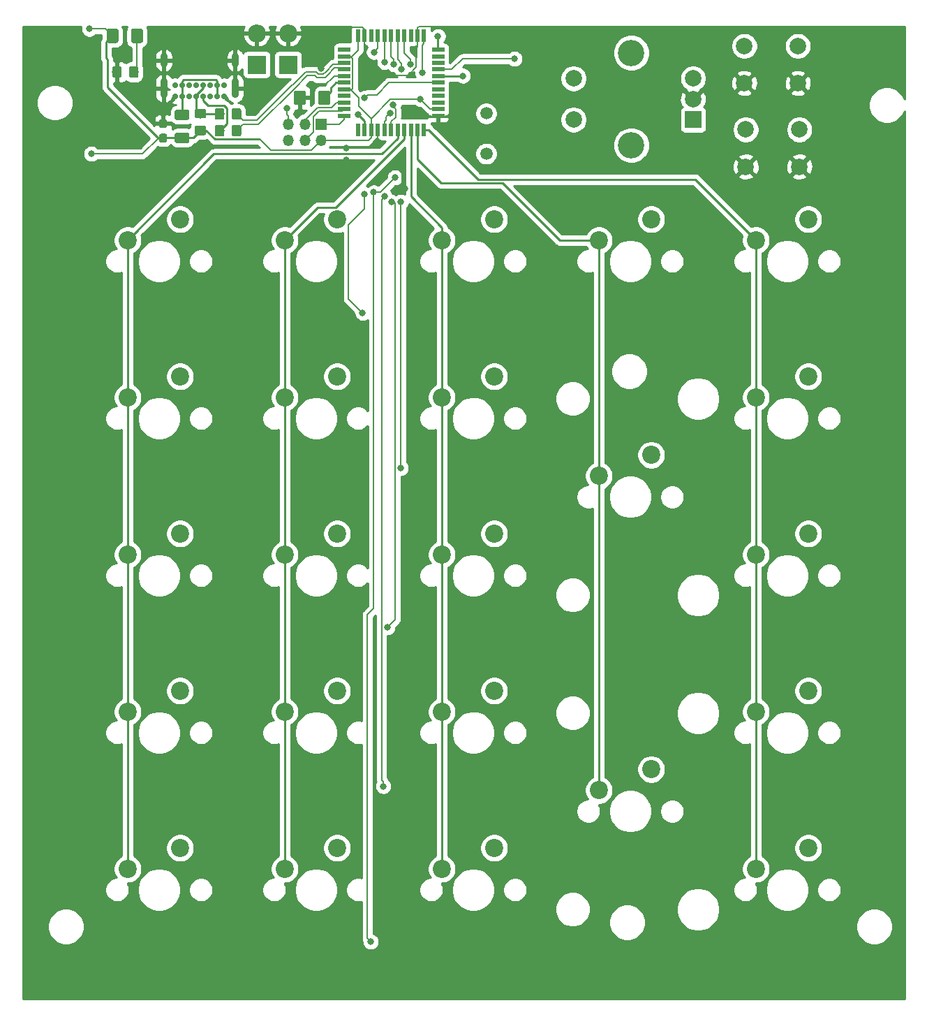
<source format=gbr>
%TF.GenerationSoftware,KiCad,Pcbnew,(5.1.0)-1*%
%TF.CreationDate,2020-10-02T12:35:23-04:00*%
%TF.ProjectId,BadgersHollowSchematic,42616467-6572-4734-986f-6c6c6f775363,rev?*%
%TF.SameCoordinates,Original*%
%TF.FileFunction,Copper,L1,Top*%
%TF.FilePolarity,Positive*%
%FSLAX46Y46*%
G04 Gerber Fmt 4.6, Leading zero omitted, Abs format (unit mm)*
G04 Created by KiCad (PCBNEW (5.1.0)-1) date 2020-10-02 12:35:23*
%MOMM*%
%LPD*%
G04 APERTURE LIST*
%TA.AperFunction,ComponentPad*%
%ADD10C,2.200000*%
%TD*%
%TA.AperFunction,ComponentPad*%
%ADD11C,1.500000*%
%TD*%
%TA.AperFunction,SMDPad,CuDef*%
%ADD12R,0.550000X1.500000*%
%TD*%
%TA.AperFunction,SMDPad,CuDef*%
%ADD13R,1.500000X0.550000*%
%TD*%
%TA.AperFunction,ComponentPad*%
%ADD14R,2.000000X2.000000*%
%TD*%
%TA.AperFunction,ComponentPad*%
%ADD15C,2.000000*%
%TD*%
%TA.AperFunction,ComponentPad*%
%ADD16C,3.200000*%
%TD*%
%TA.AperFunction,Conductor*%
%ADD17C,0.100000*%
%TD*%
%TA.AperFunction,SMDPad,CuDef*%
%ADD18C,1.150000*%
%TD*%
%TA.AperFunction,ComponentPad*%
%ADD19O,1.350000X1.350000*%
%TD*%
%TA.AperFunction,ComponentPad*%
%ADD20R,1.350000X1.350000*%
%TD*%
%TA.AperFunction,ComponentPad*%
%ADD21O,0.900000X1.700000*%
%TD*%
%TA.AperFunction,ComponentPad*%
%ADD22O,0.900000X2.400000*%
%TD*%
%TA.AperFunction,ComponentPad*%
%ADD23C,0.700000*%
%TD*%
%TA.AperFunction,SMDPad,CuDef*%
%ADD24C,1.250000*%
%TD*%
%TA.AperFunction,SMDPad,CuDef*%
%ADD25C,1.425000*%
%TD*%
%TA.AperFunction,ComponentPad*%
%ADD26O,2.200000X2.200000*%
%TD*%
%TA.AperFunction,ComponentPad*%
%ADD27R,2.200000X2.200000*%
%TD*%
%TA.AperFunction,SMDPad,CuDef*%
%ADD28C,0.950000*%
%TD*%
%TA.AperFunction,ViaPad*%
%ADD29C,0.800000*%
%TD*%
%TA.AperFunction,Conductor*%
%ADD30C,0.200000*%
%TD*%
%TA.AperFunction,Conductor*%
%ADD31C,0.250000*%
%TD*%
%TA.AperFunction,Conductor*%
%ADD32C,0.254000*%
%TD*%
G04 APERTURE END LIST*
D10*
%TO.P,SW5,2*%
%TO.N,col2*%
X79375000Y-56515000D03*
%TO.P,SW5,1*%
%TO.N,Net-(D6-Pad2)*%
X85725000Y-53975000D03*
%TD*%
%TO.P,SW23,2*%
%TO.N,col0*%
X41275000Y-132715000D03*
%TO.P,SW23,1*%
%TO.N,Net-(D24-Pad2)*%
X47625000Y-130175000D03*
%TD*%
D11*
%TO.P,Y1,2*%
%TO.N,Net-(C1-Pad1)*%
X84764880Y-46033080D03*
%TO.P,Y1,1*%
%TO.N,Net-(C2-Pad1)*%
X84764880Y-41153080D03*
%TD*%
D12*
%TO.P,U1,44*%
%TO.N,+5V*%
X69228200Y-31724360D03*
%TO.P,U1,43*%
%TO.N,GND*%
X70028200Y-31724360D03*
%TO.P,U1,42*%
%TO.N,Net-(U1-Pad42)*%
X70828200Y-31724360D03*
%TO.P,U1,41*%
%TO.N,row0*%
X71628200Y-31724360D03*
%TO.P,U1,40*%
%TO.N,rer*%
X72428200Y-31724360D03*
%TO.P,U1,39*%
%TO.N,row3*%
X73228200Y-31724360D03*
%TO.P,U1,38*%
%TO.N,row2*%
X74028200Y-31724360D03*
%TO.P,U1,37*%
%TO.N,row1*%
X74828200Y-31724360D03*
%TO.P,U1,36*%
%TO.N,Net-(U1-Pad36)*%
X75628200Y-31724360D03*
%TO.P,U1,35*%
%TO.N,GND*%
X76428200Y-31724360D03*
%TO.P,U1,34*%
%TO.N,+5V*%
X77228200Y-31724360D03*
D13*
%TO.P,U1,33*%
%TO.N,boot*%
X78928200Y-33424360D03*
%TO.P,U1,32*%
%TO.N,Net-(U1-Pad32)*%
X78928200Y-34224360D03*
%TO.P,U1,31*%
%TO.N,Net-(U1-Pad31)*%
X78928200Y-35024360D03*
%TO.P,U1,30*%
%TO.N,renca*%
X78928200Y-35824360D03*
%TO.P,U1,29*%
%TO.N,rencb*%
X78928200Y-36624360D03*
%TO.P,U1,28*%
%TO.N,LEDIN*%
X78928200Y-37424360D03*
%TO.P,U1,27*%
%TO.N,Net-(U1-Pad27)*%
X78928200Y-38224360D03*
%TO.P,U1,26*%
%TO.N,Net-(U1-Pad26)*%
X78928200Y-39024360D03*
%TO.P,U1,25*%
%TO.N,Net-(U1-Pad25)*%
X78928200Y-39824360D03*
%TO.P,U1,24*%
%TO.N,+5V*%
X78928200Y-40624360D03*
%TO.P,U1,23*%
%TO.N,GND*%
X78928200Y-41424360D03*
D12*
%TO.P,U1,22*%
%TO.N,col4*%
X77228200Y-43124360D03*
%TO.P,U1,21*%
%TO.N,col3*%
X76428200Y-43124360D03*
%TO.P,U1,20*%
%TO.N,col2*%
X75628200Y-43124360D03*
%TO.P,U1,19*%
%TO.N,col1*%
X74828200Y-43124360D03*
%TO.P,U1,18*%
%TO.N,col0*%
X74028200Y-43124360D03*
%TO.P,U1,17*%
%TO.N,Net-(C2-Pad1)*%
X73228200Y-43124360D03*
%TO.P,U1,16*%
%TO.N,Net-(C1-Pad1)*%
X72428200Y-43124360D03*
%TO.P,U1,15*%
%TO.N,GND*%
X71628200Y-43124360D03*
%TO.P,U1,14*%
%TO.N,+5V*%
X70828200Y-43124360D03*
%TO.P,U1,13*%
%TO.N,Reset*%
X70028200Y-43124360D03*
%TO.P,U1,12*%
%TO.N,Net-(U1-Pad12)*%
X69228200Y-43124360D03*
D13*
%TO.P,U1,11*%
%TO.N,MISO*%
X67528200Y-41424360D03*
%TO.P,U1,10*%
%TO.N,MOSI*%
X67528200Y-40624360D03*
%TO.P,U1,9*%
%TO.N,SCK*%
X67528200Y-39824360D03*
%TO.P,U1,8*%
%TO.N,Net-(U1-Pad8)*%
X67528200Y-39024360D03*
%TO.P,U1,7*%
%TO.N,+5V*%
X67528200Y-38224360D03*
%TO.P,U1,6*%
%TO.N,Net-(C3-Pad1)*%
X67528200Y-37424360D03*
%TO.P,U1,5*%
%TO.N,GND*%
X67528200Y-36624360D03*
%TO.P,U1,4*%
%TO.N,d+*%
X67528200Y-35824360D03*
%TO.P,U1,3*%
%TO.N,d-*%
X67528200Y-35024360D03*
%TO.P,U1,2*%
%TO.N,+5V*%
X67528200Y-34224360D03*
%TO.P,U1,1*%
%TO.N,Net-(U1-Pad1)*%
X67528200Y-33424360D03*
%TD*%
D14*
%TO.P,SW27,A*%
%TO.N,renca*%
X109855000Y-41910000D03*
D15*
%TO.P,SW27,C*%
%TO.N,GND*%
X109855000Y-39410000D03*
%TO.P,SW27,B*%
%TO.N,rencb*%
X109855000Y-36910000D03*
D16*
%TO.P,SW27,MP*%
%TO.N,N/C*%
X102355000Y-45010000D03*
X102355000Y-33810000D03*
D15*
%TO.P,SW27,S2*%
%TO.N,Net-(D28-Pad2)*%
X95355000Y-41910000D03*
%TO.P,SW27,S1*%
%TO.N,col3*%
X95355000Y-36910000D03*
%TD*%
D10*
%TO.P,SW26,2*%
%TO.N,col4*%
X117475000Y-132715000D03*
%TO.P,SW26,1*%
%TO.N,Net-(D27-Pad2)*%
X123825000Y-130175000D03*
%TD*%
%TO.P,SW25,2*%
%TO.N,col2*%
X79375000Y-132715000D03*
%TO.P,SW25,1*%
%TO.N,Net-(D26-Pad2)*%
X85725000Y-130175000D03*
%TD*%
%TO.P,SW24,2*%
%TO.N,col1*%
X60325000Y-132715000D03*
%TO.P,SW24,1*%
%TO.N,Net-(D25-Pad2)*%
X66675000Y-130175000D03*
%TD*%
%TO.P,SW22,2*%
%TO.N,col4*%
X117475000Y-113665000D03*
%TO.P,SW22,1*%
%TO.N,Net-(D23-Pad2)*%
X123825000Y-111125000D03*
%TD*%
%TO.P,SW21,2*%
%TO.N,col3*%
X98425000Y-123190000D03*
%TO.P,SW21,1*%
%TO.N,Net-(D22-Pad2)*%
X104775000Y-120650000D03*
%TD*%
%TO.P,SW20,2*%
%TO.N,col2*%
X79375000Y-113665000D03*
%TO.P,SW20,1*%
%TO.N,Net-(D21-Pad2)*%
X85725000Y-111125000D03*
%TD*%
%TO.P,SW19,2*%
%TO.N,col1*%
X60325000Y-113665000D03*
%TO.P,SW19,1*%
%TO.N,Net-(D20-Pad2)*%
X66675000Y-111125000D03*
%TD*%
%TO.P,SW18,2*%
%TO.N,col0*%
X41275000Y-113665000D03*
%TO.P,SW18,1*%
%TO.N,Net-(D19-Pad2)*%
X47625000Y-111125000D03*
%TD*%
%TO.P,SW17,2*%
%TO.N,col4*%
X117475000Y-94615000D03*
%TO.P,SW17,1*%
%TO.N,Net-(D18-Pad2)*%
X123825000Y-92075000D03*
%TD*%
%TO.P,SW15,2*%
%TO.N,col2*%
X79375000Y-94615000D03*
%TO.P,SW15,1*%
%TO.N,Net-(D16-Pad2)*%
X85725000Y-92075000D03*
%TD*%
%TO.P,SW14,2*%
%TO.N,col1*%
X60325000Y-94615000D03*
%TO.P,SW14,1*%
%TO.N,Net-(D15-Pad2)*%
X66675000Y-92075000D03*
%TD*%
%TO.P,SW13,2*%
%TO.N,col0*%
X41275000Y-94615000D03*
%TO.P,SW13,1*%
%TO.N,Net-(D14-Pad2)*%
X47625000Y-92075000D03*
%TD*%
%TO.P,SW12,2*%
%TO.N,col4*%
X117475000Y-75565000D03*
%TO.P,SW12,1*%
%TO.N,Net-(D13-Pad2)*%
X123825000Y-73025000D03*
%TD*%
%TO.P,SW11,2*%
%TO.N,col3*%
X98425000Y-85090000D03*
%TO.P,SW11,1*%
%TO.N,Net-(D12-Pad2)*%
X104775000Y-82550000D03*
%TD*%
%TO.P,SW10,2*%
%TO.N,col2*%
X79375000Y-75565000D03*
%TO.P,SW10,1*%
%TO.N,Net-(D11-Pad2)*%
X85725000Y-73025000D03*
%TD*%
%TO.P,SW9,2*%
%TO.N,col1*%
X60325000Y-75565000D03*
%TO.P,SW9,1*%
%TO.N,Net-(D10-Pad2)*%
X66675000Y-73025000D03*
%TD*%
%TO.P,SW8,2*%
%TO.N,col0*%
X41275000Y-75565000D03*
%TO.P,SW8,1*%
%TO.N,Net-(D9-Pad2)*%
X47625000Y-73025000D03*
%TD*%
%TO.P,SW7,2*%
%TO.N,col4*%
X117475000Y-56515000D03*
%TO.P,SW7,1*%
%TO.N,Net-(D8-Pad2)*%
X123825000Y-53975000D03*
%TD*%
%TO.P,SW6,2*%
%TO.N,col3*%
X98425000Y-56515000D03*
%TO.P,SW6,1*%
%TO.N,Net-(D7-Pad2)*%
X104775000Y-53975000D03*
%TD*%
%TO.P,SW4,2*%
%TO.N,col1*%
X60325000Y-56515000D03*
%TO.P,SW4,1*%
%TO.N,Net-(D5-Pad2)*%
X66675000Y-53975000D03*
%TD*%
%TO.P,SW3,2*%
%TO.N,col0*%
X41275000Y-56515000D03*
%TO.P,SW3,1*%
%TO.N,Net-(D4-Pad2)*%
X47625000Y-53975000D03*
%TD*%
D15*
%TO.P,SW2,1*%
%TO.N,GND*%
X116248040Y-47599600D03*
%TO.P,SW2,2*%
%TO.N,boot*%
X116248040Y-43099600D03*
%TO.P,SW2,1*%
%TO.N,GND*%
X122748040Y-47599600D03*
%TO.P,SW2,2*%
%TO.N,boot*%
X122748040Y-43099600D03*
%TD*%
%TO.P,SW1,1*%
%TO.N,GND*%
X116070240Y-37475160D03*
%TO.P,SW1,2*%
%TO.N,Reset*%
X116070240Y-32975160D03*
%TO.P,SW1,1*%
%TO.N,GND*%
X122570240Y-37475160D03*
%TO.P,SW1,2*%
%TO.N,Reset*%
X122570240Y-32975160D03*
%TD*%
D17*
%TO.N,GND*%
%TO.C,R7*%
G36*
X40320105Y-35425084D02*
G01*
X40344373Y-35428684D01*
X40368172Y-35434645D01*
X40391271Y-35442910D01*
X40413450Y-35453400D01*
X40434493Y-35466012D01*
X40454199Y-35480627D01*
X40472377Y-35497103D01*
X40488853Y-35515281D01*
X40503468Y-35534987D01*
X40516080Y-35556030D01*
X40526570Y-35578209D01*
X40534835Y-35601308D01*
X40540796Y-35625107D01*
X40544396Y-35649375D01*
X40545600Y-35673879D01*
X40545600Y-36573881D01*
X40544396Y-36598385D01*
X40540796Y-36622653D01*
X40534835Y-36646452D01*
X40526570Y-36669551D01*
X40516080Y-36691730D01*
X40503468Y-36712773D01*
X40488853Y-36732479D01*
X40472377Y-36750657D01*
X40454199Y-36767133D01*
X40434493Y-36781748D01*
X40413450Y-36794360D01*
X40391271Y-36804850D01*
X40368172Y-36813115D01*
X40344373Y-36819076D01*
X40320105Y-36822676D01*
X40295601Y-36823880D01*
X39645599Y-36823880D01*
X39621095Y-36822676D01*
X39596827Y-36819076D01*
X39573028Y-36813115D01*
X39549929Y-36804850D01*
X39527750Y-36794360D01*
X39506707Y-36781748D01*
X39487001Y-36767133D01*
X39468823Y-36750657D01*
X39452347Y-36732479D01*
X39437732Y-36712773D01*
X39425120Y-36691730D01*
X39414630Y-36669551D01*
X39406365Y-36646452D01*
X39400404Y-36622653D01*
X39396804Y-36598385D01*
X39395600Y-36573881D01*
X39395600Y-35673879D01*
X39396804Y-35649375D01*
X39400404Y-35625107D01*
X39406365Y-35601308D01*
X39414630Y-35578209D01*
X39425120Y-35556030D01*
X39437732Y-35534987D01*
X39452347Y-35515281D01*
X39468823Y-35497103D01*
X39487001Y-35480627D01*
X39506707Y-35466012D01*
X39527750Y-35453400D01*
X39549929Y-35442910D01*
X39573028Y-35434645D01*
X39596827Y-35428684D01*
X39621095Y-35425084D01*
X39645599Y-35423880D01*
X40295601Y-35423880D01*
X40320105Y-35425084D01*
X40320105Y-35425084D01*
G37*
D18*
%TD*%
%TO.P,R7,2*%
%TO.N,GND*%
X39970600Y-36123880D03*
D17*
%TO.N,Net-(D3-Pad1)*%
%TO.C,R7*%
G36*
X42370105Y-35425084D02*
G01*
X42394373Y-35428684D01*
X42418172Y-35434645D01*
X42441271Y-35442910D01*
X42463450Y-35453400D01*
X42484493Y-35466012D01*
X42504199Y-35480627D01*
X42522377Y-35497103D01*
X42538853Y-35515281D01*
X42553468Y-35534987D01*
X42566080Y-35556030D01*
X42576570Y-35578209D01*
X42584835Y-35601308D01*
X42590796Y-35625107D01*
X42594396Y-35649375D01*
X42595600Y-35673879D01*
X42595600Y-36573881D01*
X42594396Y-36598385D01*
X42590796Y-36622653D01*
X42584835Y-36646452D01*
X42576570Y-36669551D01*
X42566080Y-36691730D01*
X42553468Y-36712773D01*
X42538853Y-36732479D01*
X42522377Y-36750657D01*
X42504199Y-36767133D01*
X42484493Y-36781748D01*
X42463450Y-36794360D01*
X42441271Y-36804850D01*
X42418172Y-36813115D01*
X42394373Y-36819076D01*
X42370105Y-36822676D01*
X42345601Y-36823880D01*
X41695599Y-36823880D01*
X41671095Y-36822676D01*
X41646827Y-36819076D01*
X41623028Y-36813115D01*
X41599929Y-36804850D01*
X41577750Y-36794360D01*
X41556707Y-36781748D01*
X41537001Y-36767133D01*
X41518823Y-36750657D01*
X41502347Y-36732479D01*
X41487732Y-36712773D01*
X41475120Y-36691730D01*
X41464630Y-36669551D01*
X41456365Y-36646452D01*
X41450404Y-36622653D01*
X41446804Y-36598385D01*
X41445600Y-36573881D01*
X41445600Y-35673879D01*
X41446804Y-35649375D01*
X41450404Y-35625107D01*
X41456365Y-35601308D01*
X41464630Y-35578209D01*
X41475120Y-35556030D01*
X41487732Y-35534987D01*
X41502347Y-35515281D01*
X41518823Y-35497103D01*
X41537001Y-35480627D01*
X41556707Y-35466012D01*
X41577750Y-35453400D01*
X41599929Y-35442910D01*
X41623028Y-35434645D01*
X41646827Y-35428684D01*
X41671095Y-35425084D01*
X41695599Y-35423880D01*
X42345601Y-35423880D01*
X42370105Y-35425084D01*
X42370105Y-35425084D01*
G37*
D18*
%TD*%
%TO.P,R7,1*%
%TO.N,Net-(D3-Pad1)*%
X42020600Y-36123880D03*
D17*
%TO.N,Net-(D1-Pad1)*%
%TO.C,R6*%
G36*
X50583625Y-40586684D02*
G01*
X50607893Y-40590284D01*
X50631692Y-40596245D01*
X50654791Y-40604510D01*
X50676970Y-40615000D01*
X50698013Y-40627612D01*
X50717719Y-40642227D01*
X50735897Y-40658703D01*
X50752373Y-40676881D01*
X50766988Y-40696587D01*
X50779600Y-40717630D01*
X50790090Y-40739809D01*
X50798355Y-40762908D01*
X50804316Y-40786707D01*
X50807916Y-40810975D01*
X50809120Y-40835479D01*
X50809120Y-41485481D01*
X50807916Y-41509985D01*
X50804316Y-41534253D01*
X50798355Y-41558052D01*
X50790090Y-41581151D01*
X50779600Y-41603330D01*
X50766988Y-41624373D01*
X50752373Y-41644079D01*
X50735897Y-41662257D01*
X50717719Y-41678733D01*
X50698013Y-41693348D01*
X50676970Y-41705960D01*
X50654791Y-41716450D01*
X50631692Y-41724715D01*
X50607893Y-41730676D01*
X50583625Y-41734276D01*
X50559121Y-41735480D01*
X49659119Y-41735480D01*
X49634615Y-41734276D01*
X49610347Y-41730676D01*
X49586548Y-41724715D01*
X49563449Y-41716450D01*
X49541270Y-41705960D01*
X49520227Y-41693348D01*
X49500521Y-41678733D01*
X49482343Y-41662257D01*
X49465867Y-41644079D01*
X49451252Y-41624373D01*
X49438640Y-41603330D01*
X49428150Y-41581151D01*
X49419885Y-41558052D01*
X49413924Y-41534253D01*
X49410324Y-41509985D01*
X49409120Y-41485481D01*
X49409120Y-40835479D01*
X49410324Y-40810975D01*
X49413924Y-40786707D01*
X49419885Y-40762908D01*
X49428150Y-40739809D01*
X49438640Y-40717630D01*
X49451252Y-40696587D01*
X49465867Y-40676881D01*
X49482343Y-40658703D01*
X49500521Y-40642227D01*
X49520227Y-40627612D01*
X49541270Y-40615000D01*
X49563449Y-40604510D01*
X49586548Y-40596245D01*
X49610347Y-40590284D01*
X49634615Y-40586684D01*
X49659119Y-40585480D01*
X50559121Y-40585480D01*
X50583625Y-40586684D01*
X50583625Y-40586684D01*
G37*
D18*
%TD*%
%TO.P,R6,2*%
%TO.N,Net-(D1-Pad1)*%
X50109120Y-41160480D03*
D17*
%TO.N,+5V*%
%TO.C,R6*%
G36*
X50583625Y-42636684D02*
G01*
X50607893Y-42640284D01*
X50631692Y-42646245D01*
X50654791Y-42654510D01*
X50676970Y-42665000D01*
X50698013Y-42677612D01*
X50717719Y-42692227D01*
X50735897Y-42708703D01*
X50752373Y-42726881D01*
X50766988Y-42746587D01*
X50779600Y-42767630D01*
X50790090Y-42789809D01*
X50798355Y-42812908D01*
X50804316Y-42836707D01*
X50807916Y-42860975D01*
X50809120Y-42885479D01*
X50809120Y-43535481D01*
X50807916Y-43559985D01*
X50804316Y-43584253D01*
X50798355Y-43608052D01*
X50790090Y-43631151D01*
X50779600Y-43653330D01*
X50766988Y-43674373D01*
X50752373Y-43694079D01*
X50735897Y-43712257D01*
X50717719Y-43728733D01*
X50698013Y-43743348D01*
X50676970Y-43755960D01*
X50654791Y-43766450D01*
X50631692Y-43774715D01*
X50607893Y-43780676D01*
X50583625Y-43784276D01*
X50559121Y-43785480D01*
X49659119Y-43785480D01*
X49634615Y-43784276D01*
X49610347Y-43780676D01*
X49586548Y-43774715D01*
X49563449Y-43766450D01*
X49541270Y-43755960D01*
X49520227Y-43743348D01*
X49500521Y-43728733D01*
X49482343Y-43712257D01*
X49465867Y-43694079D01*
X49451252Y-43674373D01*
X49438640Y-43653330D01*
X49428150Y-43631151D01*
X49419885Y-43608052D01*
X49413924Y-43584253D01*
X49410324Y-43559985D01*
X49409120Y-43535481D01*
X49409120Y-42885479D01*
X49410324Y-42860975D01*
X49413924Y-42836707D01*
X49419885Y-42812908D01*
X49428150Y-42789809D01*
X49438640Y-42767630D01*
X49451252Y-42746587D01*
X49465867Y-42726881D01*
X49482343Y-42708703D01*
X49500521Y-42692227D01*
X49520227Y-42677612D01*
X49541270Y-42665000D01*
X49563449Y-42654510D01*
X49586548Y-42646245D01*
X49610347Y-42640284D01*
X49634615Y-42636684D01*
X49659119Y-42635480D01*
X50559121Y-42635480D01*
X50583625Y-42636684D01*
X50583625Y-42636684D01*
G37*
D18*
%TD*%
%TO.P,R6,1*%
%TO.N,+5V*%
X50109120Y-43210480D03*
D17*
%TO.N,d+*%
%TO.C,R5*%
G36*
X54821185Y-42547244D02*
G01*
X54845453Y-42550844D01*
X54869252Y-42556805D01*
X54892351Y-42565070D01*
X54914530Y-42575560D01*
X54935573Y-42588172D01*
X54955279Y-42602787D01*
X54973457Y-42619263D01*
X54989933Y-42637441D01*
X55004548Y-42657147D01*
X55017160Y-42678190D01*
X55027650Y-42700369D01*
X55035915Y-42723468D01*
X55041876Y-42747267D01*
X55045476Y-42771535D01*
X55046680Y-42796039D01*
X55046680Y-43696041D01*
X55045476Y-43720545D01*
X55041876Y-43744813D01*
X55035915Y-43768612D01*
X55027650Y-43791711D01*
X55017160Y-43813890D01*
X55004548Y-43834933D01*
X54989933Y-43854639D01*
X54973457Y-43872817D01*
X54955279Y-43889293D01*
X54935573Y-43903908D01*
X54914530Y-43916520D01*
X54892351Y-43927010D01*
X54869252Y-43935275D01*
X54845453Y-43941236D01*
X54821185Y-43944836D01*
X54796681Y-43946040D01*
X54146679Y-43946040D01*
X54122175Y-43944836D01*
X54097907Y-43941236D01*
X54074108Y-43935275D01*
X54051009Y-43927010D01*
X54028830Y-43916520D01*
X54007787Y-43903908D01*
X53988081Y-43889293D01*
X53969903Y-43872817D01*
X53953427Y-43854639D01*
X53938812Y-43834933D01*
X53926200Y-43813890D01*
X53915710Y-43791711D01*
X53907445Y-43768612D01*
X53901484Y-43744813D01*
X53897884Y-43720545D01*
X53896680Y-43696041D01*
X53896680Y-42796039D01*
X53897884Y-42771535D01*
X53901484Y-42747267D01*
X53907445Y-42723468D01*
X53915710Y-42700369D01*
X53926200Y-42678190D01*
X53938812Y-42657147D01*
X53953427Y-42637441D01*
X53969903Y-42619263D01*
X53988081Y-42602787D01*
X54007787Y-42588172D01*
X54028830Y-42575560D01*
X54051009Y-42565070D01*
X54074108Y-42556805D01*
X54097907Y-42550844D01*
X54122175Y-42547244D01*
X54146679Y-42546040D01*
X54796681Y-42546040D01*
X54821185Y-42547244D01*
X54821185Y-42547244D01*
G37*
D18*
%TD*%
%TO.P,R5,2*%
%TO.N,d+*%
X54471680Y-43246040D03*
D17*
%TO.N,Net-(D2-Pad1)*%
%TO.C,R5*%
G36*
X52771185Y-42547244D02*
G01*
X52795453Y-42550844D01*
X52819252Y-42556805D01*
X52842351Y-42565070D01*
X52864530Y-42575560D01*
X52885573Y-42588172D01*
X52905279Y-42602787D01*
X52923457Y-42619263D01*
X52939933Y-42637441D01*
X52954548Y-42657147D01*
X52967160Y-42678190D01*
X52977650Y-42700369D01*
X52985915Y-42723468D01*
X52991876Y-42747267D01*
X52995476Y-42771535D01*
X52996680Y-42796039D01*
X52996680Y-43696041D01*
X52995476Y-43720545D01*
X52991876Y-43744813D01*
X52985915Y-43768612D01*
X52977650Y-43791711D01*
X52967160Y-43813890D01*
X52954548Y-43834933D01*
X52939933Y-43854639D01*
X52923457Y-43872817D01*
X52905279Y-43889293D01*
X52885573Y-43903908D01*
X52864530Y-43916520D01*
X52842351Y-43927010D01*
X52819252Y-43935275D01*
X52795453Y-43941236D01*
X52771185Y-43944836D01*
X52746681Y-43946040D01*
X52096679Y-43946040D01*
X52072175Y-43944836D01*
X52047907Y-43941236D01*
X52024108Y-43935275D01*
X52001009Y-43927010D01*
X51978830Y-43916520D01*
X51957787Y-43903908D01*
X51938081Y-43889293D01*
X51919903Y-43872817D01*
X51903427Y-43854639D01*
X51888812Y-43834933D01*
X51876200Y-43813890D01*
X51865710Y-43791711D01*
X51857445Y-43768612D01*
X51851484Y-43744813D01*
X51847884Y-43720545D01*
X51846680Y-43696041D01*
X51846680Y-42796039D01*
X51847884Y-42771535D01*
X51851484Y-42747267D01*
X51857445Y-42723468D01*
X51865710Y-42700369D01*
X51876200Y-42678190D01*
X51888812Y-42657147D01*
X51903427Y-42637441D01*
X51919903Y-42619263D01*
X51938081Y-42602787D01*
X51957787Y-42588172D01*
X51978830Y-42575560D01*
X52001009Y-42565070D01*
X52024108Y-42556805D01*
X52047907Y-42550844D01*
X52072175Y-42547244D01*
X52096679Y-42546040D01*
X52746681Y-42546040D01*
X52771185Y-42547244D01*
X52771185Y-42547244D01*
G37*
D18*
%TD*%
%TO.P,R5,1*%
%TO.N,Net-(D2-Pad1)*%
X52421680Y-43246040D03*
D17*
%TO.N,Net-(D1-Pad1)*%
%TO.C,R4*%
G36*
X52771185Y-40515244D02*
G01*
X52795453Y-40518844D01*
X52819252Y-40524805D01*
X52842351Y-40533070D01*
X52864530Y-40543560D01*
X52885573Y-40556172D01*
X52905279Y-40570787D01*
X52923457Y-40587263D01*
X52939933Y-40605441D01*
X52954548Y-40625147D01*
X52967160Y-40646190D01*
X52977650Y-40668369D01*
X52985915Y-40691468D01*
X52991876Y-40715267D01*
X52995476Y-40739535D01*
X52996680Y-40764039D01*
X52996680Y-41664041D01*
X52995476Y-41688545D01*
X52991876Y-41712813D01*
X52985915Y-41736612D01*
X52977650Y-41759711D01*
X52967160Y-41781890D01*
X52954548Y-41802933D01*
X52939933Y-41822639D01*
X52923457Y-41840817D01*
X52905279Y-41857293D01*
X52885573Y-41871908D01*
X52864530Y-41884520D01*
X52842351Y-41895010D01*
X52819252Y-41903275D01*
X52795453Y-41909236D01*
X52771185Y-41912836D01*
X52746681Y-41914040D01*
X52096679Y-41914040D01*
X52072175Y-41912836D01*
X52047907Y-41909236D01*
X52024108Y-41903275D01*
X52001009Y-41895010D01*
X51978830Y-41884520D01*
X51957787Y-41871908D01*
X51938081Y-41857293D01*
X51919903Y-41840817D01*
X51903427Y-41822639D01*
X51888812Y-41802933D01*
X51876200Y-41781890D01*
X51865710Y-41759711D01*
X51857445Y-41736612D01*
X51851484Y-41712813D01*
X51847884Y-41688545D01*
X51846680Y-41664041D01*
X51846680Y-40764039D01*
X51847884Y-40739535D01*
X51851484Y-40715267D01*
X51857445Y-40691468D01*
X51865710Y-40668369D01*
X51876200Y-40646190D01*
X51888812Y-40625147D01*
X51903427Y-40605441D01*
X51919903Y-40587263D01*
X51938081Y-40570787D01*
X51957787Y-40556172D01*
X51978830Y-40543560D01*
X52001009Y-40533070D01*
X52024108Y-40524805D01*
X52047907Y-40518844D01*
X52072175Y-40515244D01*
X52096679Y-40514040D01*
X52746681Y-40514040D01*
X52771185Y-40515244D01*
X52771185Y-40515244D01*
G37*
D18*
%TD*%
%TO.P,R4,2*%
%TO.N,Net-(D1-Pad1)*%
X52421680Y-41214040D03*
D17*
%TO.N,d-*%
%TO.C,R4*%
G36*
X54821185Y-40515244D02*
G01*
X54845453Y-40518844D01*
X54869252Y-40524805D01*
X54892351Y-40533070D01*
X54914530Y-40543560D01*
X54935573Y-40556172D01*
X54955279Y-40570787D01*
X54973457Y-40587263D01*
X54989933Y-40605441D01*
X55004548Y-40625147D01*
X55017160Y-40646190D01*
X55027650Y-40668369D01*
X55035915Y-40691468D01*
X55041876Y-40715267D01*
X55045476Y-40739535D01*
X55046680Y-40764039D01*
X55046680Y-41664041D01*
X55045476Y-41688545D01*
X55041876Y-41712813D01*
X55035915Y-41736612D01*
X55027650Y-41759711D01*
X55017160Y-41781890D01*
X55004548Y-41802933D01*
X54989933Y-41822639D01*
X54973457Y-41840817D01*
X54955279Y-41857293D01*
X54935573Y-41871908D01*
X54914530Y-41884520D01*
X54892351Y-41895010D01*
X54869252Y-41903275D01*
X54845453Y-41909236D01*
X54821185Y-41912836D01*
X54796681Y-41914040D01*
X54146679Y-41914040D01*
X54122175Y-41912836D01*
X54097907Y-41909236D01*
X54074108Y-41903275D01*
X54051009Y-41895010D01*
X54028830Y-41884520D01*
X54007787Y-41871908D01*
X53988081Y-41857293D01*
X53969903Y-41840817D01*
X53953427Y-41822639D01*
X53938812Y-41802933D01*
X53926200Y-41781890D01*
X53915710Y-41759711D01*
X53907445Y-41736612D01*
X53901484Y-41712813D01*
X53897884Y-41688545D01*
X53896680Y-41664041D01*
X53896680Y-40764039D01*
X53897884Y-40739535D01*
X53901484Y-40715267D01*
X53907445Y-40691468D01*
X53915710Y-40668369D01*
X53926200Y-40646190D01*
X53938812Y-40625147D01*
X53953427Y-40605441D01*
X53969903Y-40587263D01*
X53988081Y-40570787D01*
X54007787Y-40556172D01*
X54028830Y-40543560D01*
X54051009Y-40533070D01*
X54074108Y-40524805D01*
X54097907Y-40518844D01*
X54122175Y-40515244D01*
X54146679Y-40514040D01*
X54796681Y-40514040D01*
X54821185Y-40515244D01*
X54821185Y-40515244D01*
G37*
D18*
%TD*%
%TO.P,R4,1*%
%TO.N,d-*%
X54471680Y-41214040D03*
D19*
%TO.P,J2,6*%
%TO.N,Net-(J2-Pad6)*%
X60759840Y-44443400D03*
%TO.P,J2,5*%
%TO.N,Reset*%
X60759840Y-42443400D03*
%TO.P,J2,4*%
%TO.N,MOSI*%
X62759840Y-44443400D03*
%TO.P,J2,3*%
%TO.N,SCK*%
X62759840Y-42443400D03*
%TO.P,J2,2*%
%TO.N,+5V*%
X64759840Y-44443400D03*
D20*
%TO.P,J2,1*%
%TO.N,MISO*%
X64759840Y-42443400D03*
%TD*%
D21*
%TO.P,J1,S1*%
%TO.N,GND*%
X45669160Y-34715360D03*
X54319160Y-34715360D03*
D22*
X45669160Y-38095360D03*
X54319160Y-38095360D03*
D23*
%TO.P,J1,B6*%
%TO.N,Net-(D2-Pad1)*%
X49569160Y-37725360D03*
%TO.P,J1,B1*%
%TO.N,GND*%
X47019160Y-37725360D03*
%TO.P,J1,B4*%
%TO.N,VCC*%
X47869160Y-37725360D03*
%TO.P,J1,B5*%
%TO.N,Net-(J1-PadB5)*%
X48719160Y-37725360D03*
%TO.P,J1,B12*%
%TO.N,N/C*%
X52969160Y-37725360D03*
%TO.P,J1,B8*%
%TO.N,Net-(J1-PadB8)*%
X51269160Y-37725360D03*
%TO.P,J1,B7*%
%TO.N,Net-(D1-Pad1)*%
X50419160Y-37725360D03*
%TO.P,J1,B9*%
%TO.N,VCC*%
X52119160Y-37725360D03*
%TO.P,J1,A12*%
%TO.N,GND*%
X47019160Y-39075360D03*
%TO.P,J1,A9*%
%TO.N,VCC*%
X47869160Y-39075360D03*
%TO.P,J1,A8*%
%TO.N,Net-(J1-PadA8)*%
X48719160Y-39075360D03*
%TO.P,J1,A7*%
%TO.N,Net-(D1-Pad1)*%
X49569160Y-39075360D03*
%TO.P,J1,A6*%
%TO.N,Net-(D2-Pad1)*%
X50419160Y-39075360D03*
%TO.P,J1,A5*%
%TO.N,Net-(J1-PadA5)*%
X51269160Y-39075360D03*
%TO.P,J1,A4*%
%TO.N,VCC*%
X52119160Y-39075360D03*
%TO.P,J1,A1*%
%TO.N,GND*%
X52969160Y-39075360D03*
%TD*%
D17*
%TO.N,VCC*%
%TO.C,F1*%
G36*
X48518344Y-40686764D02*
G01*
X48542613Y-40690364D01*
X48566411Y-40696325D01*
X48589511Y-40704590D01*
X48611689Y-40715080D01*
X48632733Y-40727693D01*
X48652438Y-40742307D01*
X48670617Y-40758783D01*
X48687093Y-40776962D01*
X48701707Y-40796667D01*
X48714320Y-40817711D01*
X48724810Y-40839889D01*
X48733075Y-40862989D01*
X48739036Y-40886787D01*
X48742636Y-40911056D01*
X48743840Y-40935560D01*
X48743840Y-41685560D01*
X48742636Y-41710064D01*
X48739036Y-41734333D01*
X48733075Y-41758131D01*
X48724810Y-41781231D01*
X48714320Y-41803409D01*
X48701707Y-41824453D01*
X48687093Y-41844158D01*
X48670617Y-41862337D01*
X48652438Y-41878813D01*
X48632733Y-41893427D01*
X48611689Y-41906040D01*
X48589511Y-41916530D01*
X48566411Y-41924795D01*
X48542613Y-41930756D01*
X48518344Y-41934356D01*
X48493840Y-41935560D01*
X47243840Y-41935560D01*
X47219336Y-41934356D01*
X47195067Y-41930756D01*
X47171269Y-41924795D01*
X47148169Y-41916530D01*
X47125991Y-41906040D01*
X47104947Y-41893427D01*
X47085242Y-41878813D01*
X47067063Y-41862337D01*
X47050587Y-41844158D01*
X47035973Y-41824453D01*
X47023360Y-41803409D01*
X47012870Y-41781231D01*
X47004605Y-41758131D01*
X46998644Y-41734333D01*
X46995044Y-41710064D01*
X46993840Y-41685560D01*
X46993840Y-40935560D01*
X46995044Y-40911056D01*
X46998644Y-40886787D01*
X47004605Y-40862989D01*
X47012870Y-40839889D01*
X47023360Y-40817711D01*
X47035973Y-40796667D01*
X47050587Y-40776962D01*
X47067063Y-40758783D01*
X47085242Y-40742307D01*
X47104947Y-40727693D01*
X47125991Y-40715080D01*
X47148169Y-40704590D01*
X47171269Y-40696325D01*
X47195067Y-40690364D01*
X47219336Y-40686764D01*
X47243840Y-40685560D01*
X48493840Y-40685560D01*
X48518344Y-40686764D01*
X48518344Y-40686764D01*
G37*
D24*
%TD*%
%TO.P,F1,2*%
%TO.N,VCC*%
X47868840Y-41310560D03*
D17*
%TO.N,+5V*%
%TO.C,F1*%
G36*
X48518344Y-43486764D02*
G01*
X48542613Y-43490364D01*
X48566411Y-43496325D01*
X48589511Y-43504590D01*
X48611689Y-43515080D01*
X48632733Y-43527693D01*
X48652438Y-43542307D01*
X48670617Y-43558783D01*
X48687093Y-43576962D01*
X48701707Y-43596667D01*
X48714320Y-43617711D01*
X48724810Y-43639889D01*
X48733075Y-43662989D01*
X48739036Y-43686787D01*
X48742636Y-43711056D01*
X48743840Y-43735560D01*
X48743840Y-44485560D01*
X48742636Y-44510064D01*
X48739036Y-44534333D01*
X48733075Y-44558131D01*
X48724810Y-44581231D01*
X48714320Y-44603409D01*
X48701707Y-44624453D01*
X48687093Y-44644158D01*
X48670617Y-44662337D01*
X48652438Y-44678813D01*
X48632733Y-44693427D01*
X48611689Y-44706040D01*
X48589511Y-44716530D01*
X48566411Y-44724795D01*
X48542613Y-44730756D01*
X48518344Y-44734356D01*
X48493840Y-44735560D01*
X47243840Y-44735560D01*
X47219336Y-44734356D01*
X47195067Y-44730756D01*
X47171269Y-44724795D01*
X47148169Y-44716530D01*
X47125991Y-44706040D01*
X47104947Y-44693427D01*
X47085242Y-44678813D01*
X47067063Y-44662337D01*
X47050587Y-44644158D01*
X47035973Y-44624453D01*
X47023360Y-44603409D01*
X47012870Y-44581231D01*
X47004605Y-44558131D01*
X46998644Y-44534333D01*
X46995044Y-44510064D01*
X46993840Y-44485560D01*
X46993840Y-43735560D01*
X46995044Y-43711056D01*
X46998644Y-43686787D01*
X47004605Y-43662989D01*
X47012870Y-43639889D01*
X47023360Y-43617711D01*
X47035973Y-43596667D01*
X47050587Y-43576962D01*
X47067063Y-43558783D01*
X47085242Y-43542307D01*
X47104947Y-43527693D01*
X47125991Y-43515080D01*
X47148169Y-43504590D01*
X47171269Y-43496325D01*
X47195067Y-43490364D01*
X47219336Y-43486764D01*
X47243840Y-43485560D01*
X48493840Y-43485560D01*
X48518344Y-43486764D01*
X48518344Y-43486764D01*
G37*
D24*
%TD*%
%TO.P,F1,1*%
%TO.N,+5V*%
X47868840Y-44110560D03*
D17*
%TO.N,+5V*%
%TO.C,D3*%
G36*
X39929064Y-30860964D02*
G01*
X39953333Y-30864564D01*
X39977131Y-30870525D01*
X40000231Y-30878790D01*
X40022409Y-30889280D01*
X40043453Y-30901893D01*
X40063158Y-30916507D01*
X40081337Y-30932983D01*
X40097813Y-30951162D01*
X40112427Y-30970867D01*
X40125040Y-30991911D01*
X40135530Y-31014089D01*
X40143795Y-31037189D01*
X40149756Y-31060987D01*
X40153356Y-31085256D01*
X40154560Y-31109760D01*
X40154560Y-32359760D01*
X40153356Y-32384264D01*
X40149756Y-32408533D01*
X40143795Y-32432331D01*
X40135530Y-32455431D01*
X40125040Y-32477609D01*
X40112427Y-32498653D01*
X40097813Y-32518358D01*
X40081337Y-32536537D01*
X40063158Y-32553013D01*
X40043453Y-32567627D01*
X40022409Y-32580240D01*
X40000231Y-32590730D01*
X39977131Y-32598995D01*
X39953333Y-32604956D01*
X39929064Y-32608556D01*
X39904560Y-32609760D01*
X38979560Y-32609760D01*
X38955056Y-32608556D01*
X38930787Y-32604956D01*
X38906989Y-32598995D01*
X38883889Y-32590730D01*
X38861711Y-32580240D01*
X38840667Y-32567627D01*
X38820962Y-32553013D01*
X38802783Y-32536537D01*
X38786307Y-32518358D01*
X38771693Y-32498653D01*
X38759080Y-32477609D01*
X38748590Y-32455431D01*
X38740325Y-32432331D01*
X38734364Y-32408533D01*
X38730764Y-32384264D01*
X38729560Y-32359760D01*
X38729560Y-31109760D01*
X38730764Y-31085256D01*
X38734364Y-31060987D01*
X38740325Y-31037189D01*
X38748590Y-31014089D01*
X38759080Y-30991911D01*
X38771693Y-30970867D01*
X38786307Y-30951162D01*
X38802783Y-30932983D01*
X38820962Y-30916507D01*
X38840667Y-30901893D01*
X38861711Y-30889280D01*
X38883889Y-30878790D01*
X38906989Y-30870525D01*
X38930787Y-30864564D01*
X38955056Y-30860964D01*
X38979560Y-30859760D01*
X39904560Y-30859760D01*
X39929064Y-30860964D01*
X39929064Y-30860964D01*
G37*
D25*
%TD*%
%TO.P,D3,2*%
%TO.N,+5V*%
X39442060Y-31734760D03*
D17*
%TO.N,Net-(D3-Pad1)*%
%TO.C,D3*%
G36*
X42904064Y-30860964D02*
G01*
X42928333Y-30864564D01*
X42952131Y-30870525D01*
X42975231Y-30878790D01*
X42997409Y-30889280D01*
X43018453Y-30901893D01*
X43038158Y-30916507D01*
X43056337Y-30932983D01*
X43072813Y-30951162D01*
X43087427Y-30970867D01*
X43100040Y-30991911D01*
X43110530Y-31014089D01*
X43118795Y-31037189D01*
X43124756Y-31060987D01*
X43128356Y-31085256D01*
X43129560Y-31109760D01*
X43129560Y-32359760D01*
X43128356Y-32384264D01*
X43124756Y-32408533D01*
X43118795Y-32432331D01*
X43110530Y-32455431D01*
X43100040Y-32477609D01*
X43087427Y-32498653D01*
X43072813Y-32518358D01*
X43056337Y-32536537D01*
X43038158Y-32553013D01*
X43018453Y-32567627D01*
X42997409Y-32580240D01*
X42975231Y-32590730D01*
X42952131Y-32598995D01*
X42928333Y-32604956D01*
X42904064Y-32608556D01*
X42879560Y-32609760D01*
X41954560Y-32609760D01*
X41930056Y-32608556D01*
X41905787Y-32604956D01*
X41881989Y-32598995D01*
X41858889Y-32590730D01*
X41836711Y-32580240D01*
X41815667Y-32567627D01*
X41795962Y-32553013D01*
X41777783Y-32536537D01*
X41761307Y-32518358D01*
X41746693Y-32498653D01*
X41734080Y-32477609D01*
X41723590Y-32455431D01*
X41715325Y-32432331D01*
X41709364Y-32408533D01*
X41705764Y-32384264D01*
X41704560Y-32359760D01*
X41704560Y-31109760D01*
X41705764Y-31085256D01*
X41709364Y-31060987D01*
X41715325Y-31037189D01*
X41723590Y-31014089D01*
X41734080Y-30991911D01*
X41746693Y-30970867D01*
X41761307Y-30951162D01*
X41777783Y-30932983D01*
X41795962Y-30916507D01*
X41815667Y-30901893D01*
X41836711Y-30889280D01*
X41858889Y-30878790D01*
X41881989Y-30870525D01*
X41905787Y-30864564D01*
X41930056Y-30860964D01*
X41954560Y-30859760D01*
X42879560Y-30859760D01*
X42904064Y-30860964D01*
X42904064Y-30860964D01*
G37*
D25*
%TD*%
%TO.P,D3,1*%
%TO.N,Net-(D3-Pad1)*%
X42417060Y-31734760D03*
D26*
%TO.P,D2,2*%
%TO.N,GND*%
X60741560Y-31424880D03*
D27*
%TO.P,D2,1*%
%TO.N,Net-(D2-Pad1)*%
X60741560Y-35234880D03*
%TD*%
D26*
%TO.P,D1,2*%
%TO.N,GND*%
X56931560Y-31424880D03*
D27*
%TO.P,D1,1*%
%TO.N,Net-(D1-Pad1)*%
X56931560Y-35234880D03*
%TD*%
D17*
%TO.N,GND*%
%TO.C,C4*%
G36*
X45838539Y-41861184D02*
G01*
X45861594Y-41864603D01*
X45884203Y-41870267D01*
X45906147Y-41878119D01*
X45927217Y-41888084D01*
X45947208Y-41900066D01*
X45965928Y-41913950D01*
X45983198Y-41929602D01*
X45998850Y-41946872D01*
X46012734Y-41965592D01*
X46024716Y-41985583D01*
X46034681Y-42006653D01*
X46042533Y-42028597D01*
X46048197Y-42051206D01*
X46051616Y-42074261D01*
X46052760Y-42097540D01*
X46052760Y-42672540D01*
X46051616Y-42695819D01*
X46048197Y-42718874D01*
X46042533Y-42741483D01*
X46034681Y-42763427D01*
X46024716Y-42784497D01*
X46012734Y-42804488D01*
X45998850Y-42823208D01*
X45983198Y-42840478D01*
X45965928Y-42856130D01*
X45947208Y-42870014D01*
X45927217Y-42881996D01*
X45906147Y-42891961D01*
X45884203Y-42899813D01*
X45861594Y-42905477D01*
X45838539Y-42908896D01*
X45815260Y-42910040D01*
X45340260Y-42910040D01*
X45316981Y-42908896D01*
X45293926Y-42905477D01*
X45271317Y-42899813D01*
X45249373Y-42891961D01*
X45228303Y-42881996D01*
X45208312Y-42870014D01*
X45189592Y-42856130D01*
X45172322Y-42840478D01*
X45156670Y-42823208D01*
X45142786Y-42804488D01*
X45130804Y-42784497D01*
X45120839Y-42763427D01*
X45112987Y-42741483D01*
X45107323Y-42718874D01*
X45103904Y-42695819D01*
X45102760Y-42672540D01*
X45102760Y-42097540D01*
X45103904Y-42074261D01*
X45107323Y-42051206D01*
X45112987Y-42028597D01*
X45120839Y-42006653D01*
X45130804Y-41985583D01*
X45142786Y-41965592D01*
X45156670Y-41946872D01*
X45172322Y-41929602D01*
X45189592Y-41913950D01*
X45208312Y-41900066D01*
X45228303Y-41888084D01*
X45249373Y-41878119D01*
X45271317Y-41870267D01*
X45293926Y-41864603D01*
X45316981Y-41861184D01*
X45340260Y-41860040D01*
X45815260Y-41860040D01*
X45838539Y-41861184D01*
X45838539Y-41861184D01*
G37*
D28*
%TD*%
%TO.P,C4,2*%
%TO.N,GND*%
X45577760Y-42385040D03*
D17*
%TO.N,+5V*%
%TO.C,C4*%
G36*
X45838539Y-43611184D02*
G01*
X45861594Y-43614603D01*
X45884203Y-43620267D01*
X45906147Y-43628119D01*
X45927217Y-43638084D01*
X45947208Y-43650066D01*
X45965928Y-43663950D01*
X45983198Y-43679602D01*
X45998850Y-43696872D01*
X46012734Y-43715592D01*
X46024716Y-43735583D01*
X46034681Y-43756653D01*
X46042533Y-43778597D01*
X46048197Y-43801206D01*
X46051616Y-43824261D01*
X46052760Y-43847540D01*
X46052760Y-44422540D01*
X46051616Y-44445819D01*
X46048197Y-44468874D01*
X46042533Y-44491483D01*
X46034681Y-44513427D01*
X46024716Y-44534497D01*
X46012734Y-44554488D01*
X45998850Y-44573208D01*
X45983198Y-44590478D01*
X45965928Y-44606130D01*
X45947208Y-44620014D01*
X45927217Y-44631996D01*
X45906147Y-44641961D01*
X45884203Y-44649813D01*
X45861594Y-44655477D01*
X45838539Y-44658896D01*
X45815260Y-44660040D01*
X45340260Y-44660040D01*
X45316981Y-44658896D01*
X45293926Y-44655477D01*
X45271317Y-44649813D01*
X45249373Y-44641961D01*
X45228303Y-44631996D01*
X45208312Y-44620014D01*
X45189592Y-44606130D01*
X45172322Y-44590478D01*
X45156670Y-44573208D01*
X45142786Y-44554488D01*
X45130804Y-44534497D01*
X45120839Y-44513427D01*
X45112987Y-44491483D01*
X45107323Y-44468874D01*
X45103904Y-44445819D01*
X45102760Y-44422540D01*
X45102760Y-43847540D01*
X45103904Y-43824261D01*
X45107323Y-43801206D01*
X45112987Y-43778597D01*
X45120839Y-43756653D01*
X45130804Y-43735583D01*
X45142786Y-43715592D01*
X45156670Y-43696872D01*
X45172322Y-43679602D01*
X45189592Y-43663950D01*
X45208312Y-43650066D01*
X45228303Y-43638084D01*
X45249373Y-43628119D01*
X45271317Y-43620267D01*
X45293926Y-43614603D01*
X45316981Y-43611184D01*
X45340260Y-43610040D01*
X45815260Y-43610040D01*
X45838539Y-43611184D01*
X45838539Y-43611184D01*
G37*
D28*
%TD*%
%TO.P,C4,1*%
%TO.N,+5V*%
X45577760Y-44135040D03*
D17*
%TO.N,GND*%
%TO.C,C3*%
G36*
X62646824Y-38374284D02*
G01*
X62671093Y-38377884D01*
X62694891Y-38383845D01*
X62717991Y-38392110D01*
X62740169Y-38402600D01*
X62761213Y-38415213D01*
X62780918Y-38429827D01*
X62799097Y-38446303D01*
X62815573Y-38464482D01*
X62830187Y-38484187D01*
X62842800Y-38505231D01*
X62853290Y-38527409D01*
X62861555Y-38550509D01*
X62867516Y-38574307D01*
X62871116Y-38598576D01*
X62872320Y-38623080D01*
X62872320Y-39873080D01*
X62871116Y-39897584D01*
X62867516Y-39921853D01*
X62861555Y-39945651D01*
X62853290Y-39968751D01*
X62842800Y-39990929D01*
X62830187Y-40011973D01*
X62815573Y-40031678D01*
X62799097Y-40049857D01*
X62780918Y-40066333D01*
X62761213Y-40080947D01*
X62740169Y-40093560D01*
X62717991Y-40104050D01*
X62694891Y-40112315D01*
X62671093Y-40118276D01*
X62646824Y-40121876D01*
X62622320Y-40123080D01*
X61697320Y-40123080D01*
X61672816Y-40121876D01*
X61648547Y-40118276D01*
X61624749Y-40112315D01*
X61601649Y-40104050D01*
X61579471Y-40093560D01*
X61558427Y-40080947D01*
X61538722Y-40066333D01*
X61520543Y-40049857D01*
X61504067Y-40031678D01*
X61489453Y-40011973D01*
X61476840Y-39990929D01*
X61466350Y-39968751D01*
X61458085Y-39945651D01*
X61452124Y-39921853D01*
X61448524Y-39897584D01*
X61447320Y-39873080D01*
X61447320Y-38623080D01*
X61448524Y-38598576D01*
X61452124Y-38574307D01*
X61458085Y-38550509D01*
X61466350Y-38527409D01*
X61476840Y-38505231D01*
X61489453Y-38484187D01*
X61504067Y-38464482D01*
X61520543Y-38446303D01*
X61538722Y-38429827D01*
X61558427Y-38415213D01*
X61579471Y-38402600D01*
X61601649Y-38392110D01*
X61624749Y-38383845D01*
X61648547Y-38377884D01*
X61672816Y-38374284D01*
X61697320Y-38373080D01*
X62622320Y-38373080D01*
X62646824Y-38374284D01*
X62646824Y-38374284D01*
G37*
D25*
%TD*%
%TO.P,C3,2*%
%TO.N,GND*%
X62159820Y-39248080D03*
D17*
%TO.N,Net-(C3-Pad1)*%
%TO.C,C3*%
G36*
X65621824Y-38374284D02*
G01*
X65646093Y-38377884D01*
X65669891Y-38383845D01*
X65692991Y-38392110D01*
X65715169Y-38402600D01*
X65736213Y-38415213D01*
X65755918Y-38429827D01*
X65774097Y-38446303D01*
X65790573Y-38464482D01*
X65805187Y-38484187D01*
X65817800Y-38505231D01*
X65828290Y-38527409D01*
X65836555Y-38550509D01*
X65842516Y-38574307D01*
X65846116Y-38598576D01*
X65847320Y-38623080D01*
X65847320Y-39873080D01*
X65846116Y-39897584D01*
X65842516Y-39921853D01*
X65836555Y-39945651D01*
X65828290Y-39968751D01*
X65817800Y-39990929D01*
X65805187Y-40011973D01*
X65790573Y-40031678D01*
X65774097Y-40049857D01*
X65755918Y-40066333D01*
X65736213Y-40080947D01*
X65715169Y-40093560D01*
X65692991Y-40104050D01*
X65669891Y-40112315D01*
X65646093Y-40118276D01*
X65621824Y-40121876D01*
X65597320Y-40123080D01*
X64672320Y-40123080D01*
X64647816Y-40121876D01*
X64623547Y-40118276D01*
X64599749Y-40112315D01*
X64576649Y-40104050D01*
X64554471Y-40093560D01*
X64533427Y-40080947D01*
X64513722Y-40066333D01*
X64495543Y-40049857D01*
X64479067Y-40031678D01*
X64464453Y-40011973D01*
X64451840Y-39990929D01*
X64441350Y-39968751D01*
X64433085Y-39945651D01*
X64427124Y-39921853D01*
X64423524Y-39897584D01*
X64422320Y-39873080D01*
X64422320Y-38623080D01*
X64423524Y-38598576D01*
X64427124Y-38574307D01*
X64433085Y-38550509D01*
X64441350Y-38527409D01*
X64451840Y-38505231D01*
X64464453Y-38484187D01*
X64479067Y-38464482D01*
X64495543Y-38446303D01*
X64513722Y-38429827D01*
X64533427Y-38415213D01*
X64554471Y-38402600D01*
X64576649Y-38392110D01*
X64599749Y-38383845D01*
X64623547Y-38377884D01*
X64647816Y-38374284D01*
X64672320Y-38373080D01*
X65597320Y-38373080D01*
X65621824Y-38374284D01*
X65621824Y-38374284D01*
G37*
D25*
%TD*%
%TO.P,C3,1*%
%TO.N,Net-(C3-Pad1)*%
X65134820Y-39248080D03*
D29*
%TO.N,GND*%
X75976480Y-33502600D03*
X81178400Y-31917640D03*
X83738720Y-32802500D03*
X32344360Y-34508440D03*
X36703000Y-36992560D03*
X134254240Y-122956320D03*
X132344160Y-119877840D03*
X129428240Y-108478320D03*
X127135720Y-108503520D03*
X129270760Y-91744800D03*
X133273800Y-91770200D03*
X133903720Y-88878520D03*
X134157720Y-69828520D03*
X127135720Y-70403520D03*
X127135720Y-51353520D03*
X134157720Y-50778520D03*
X126881720Y-36113520D03*
X131781720Y-36113520D03*
X133903720Y-35538520D03*
X67772280Y-45328840D03*
X67807840Y-46790440D03*
X64714120Y-35722560D03*
X63764160Y-37834891D03*
X67396360Y-49082960D03*
X74903200Y-50231040D03*
X74604880Y-46207680D03*
%TO.N,Net-(C1-Pad1)*%
X73091040Y-41097200D03*
%TO.N,Net-(C2-Pad1)*%
X73487280Y-40137080D03*
%TO.N,Reset*%
X69230240Y-41249600D03*
X60584080Y-40528240D03*
%TO.N,+5V*%
X36631880Y-30911800D03*
X36880800Y-46045120D03*
X77022960Y-36164520D03*
X76790919Y-39437079D03*
%TO.N,boot*%
X78917800Y-31790640D03*
%TO.N,row0*%
X69768720Y-65313560D03*
X70002400Y-50932080D03*
X71150480Y-33710880D03*
%TO.N,row1*%
X74414879Y-84137001D03*
X74414879Y-51859679D03*
X75590400Y-35179000D03*
%TO.N,row2*%
X72789279Y-103441001D03*
X73263760Y-51866800D03*
X74488040Y-35819080D03*
%TO.N,row3*%
X72283320Y-122707400D03*
X72456040Y-51231800D03*
X73568560Y-35189160D03*
%TO.N,rer*%
X70767439Y-141541001D03*
X71122000Y-50715640D03*
X72445880Y-34925000D03*
X73705720Y-48925480D03*
%TO.N,LEDIN*%
X69987160Y-39293800D03*
%TO.N,renca*%
X88214200Y-34518600D03*
X88214200Y-34518600D03*
%TO.N,rencb*%
X81935320Y-36591240D03*
%TD*%
D30*
%TO.N,GND*%
X76428200Y-30774360D02*
X76575240Y-30627320D01*
X76428200Y-31724360D02*
X76428200Y-30774360D01*
X76575240Y-30627320D02*
X78008480Y-30627320D01*
X78008480Y-30627320D02*
X78115160Y-30734000D01*
X78115160Y-30734000D02*
X78181200Y-30734000D01*
X76428200Y-31724360D02*
X76428200Y-33050880D01*
X76428200Y-33050880D02*
X75976480Y-33502600D01*
X81178400Y-31917640D02*
X82063260Y-32802500D01*
X82063260Y-32802500D02*
X83738720Y-32802500D01*
X75976480Y-34068285D02*
X75976480Y-33502600D01*
X76290401Y-34382206D02*
X75976480Y-34068285D01*
X76290401Y-35515001D02*
X76290401Y-34382206D01*
X75286321Y-36519081D02*
X76290401Y-35515001D01*
X72490879Y-36519081D02*
X75286321Y-36519081D01*
X70028200Y-34056402D02*
X72490879Y-36519081D01*
X70028200Y-31724360D02*
X70028200Y-34056402D01*
X66329254Y-36624360D02*
X65112694Y-37840920D01*
X67528200Y-36624360D02*
X66329254Y-36624360D01*
X65112694Y-37840920D02*
X64013080Y-37840920D01*
X32344360Y-34508440D02*
X34828480Y-36992560D01*
X34828480Y-36992560D02*
X36703000Y-36992560D01*
X134254240Y-122956320D02*
X132344160Y-121046240D01*
X132344160Y-121046240D02*
X132344160Y-119877840D01*
X129428240Y-108478320D02*
X127160920Y-108478320D01*
X127160920Y-108478320D02*
X127135720Y-108503520D01*
X129270760Y-91744800D02*
X133248400Y-91744800D01*
X133248400Y-91744800D02*
X133273800Y-91770200D01*
X133903720Y-88878520D02*
X133903720Y-70082520D01*
X133903720Y-70082520D02*
X134157720Y-69828520D01*
X134157720Y-69828520D02*
X127710720Y-69828520D01*
X127710720Y-69828520D02*
X127135720Y-70403520D01*
X128085720Y-52303520D02*
X127135720Y-51353520D01*
X128085720Y-69703520D02*
X128085720Y-52303520D01*
X127385720Y-70403520D02*
X128085720Y-69703520D01*
X127135720Y-70403520D02*
X127385720Y-70403520D01*
X127135720Y-51353520D02*
X133582720Y-51353520D01*
X133582720Y-51353520D02*
X134157720Y-50778520D01*
X134157720Y-50778520D02*
X126881720Y-43502520D01*
X126881720Y-43502520D02*
X126881720Y-36113520D01*
X126881720Y-36113520D02*
X127131720Y-36113520D01*
X127131720Y-36113520D02*
X131781720Y-36113520D01*
X131781720Y-36113520D02*
X133328720Y-36113520D01*
X133328720Y-36113520D02*
X133903720Y-35538520D01*
X70373720Y-45328840D02*
X67772280Y-45328840D01*
X71628200Y-43124360D02*
X71628200Y-44074360D01*
X71628200Y-44074360D02*
X70373720Y-45328840D01*
X69743201Y-30674359D02*
X64535001Y-30674359D01*
X70028200Y-31724360D02*
X70028200Y-30959358D01*
X70028200Y-30959358D02*
X69743201Y-30674359D01*
X67807840Y-46790440D02*
X67807840Y-48671480D01*
X67807840Y-48671480D02*
X67396360Y-49082960D01*
X74903200Y-49665355D02*
X74589640Y-49351795D01*
X74903200Y-50231040D02*
X74903200Y-49665355D01*
X74589640Y-49351795D02*
X74589640Y-46222920D01*
X74589640Y-46222920D02*
X74604880Y-46207680D01*
D31*
X78928200Y-41424360D02*
X78928200Y-43114200D01*
X78928200Y-43114200D02*
X79370400Y-42672000D01*
%TO.N,Net-(C1-Pad1)*%
X72400160Y-43096320D02*
X72428200Y-43124360D01*
D30*
X72428200Y-42174360D02*
X72428200Y-43124360D01*
X72648161Y-41954399D02*
X72428200Y-42174360D01*
X72648161Y-41540079D02*
X73091040Y-41097200D01*
X72648161Y-41954399D02*
X72648161Y-41540079D01*
%TO.N,Net-(C2-Pad1)*%
X73228200Y-42174360D02*
X73228200Y-43124360D01*
X73791041Y-41611519D02*
X73228200Y-42174360D01*
X73791041Y-40640721D02*
X73791041Y-41611519D01*
X73487280Y-40336960D02*
X73791041Y-40640721D01*
X73487280Y-40137080D02*
X73487280Y-40336960D01*
D31*
%TO.N,Reset*%
X70028200Y-42047560D02*
X70028200Y-43124360D01*
X69230240Y-41249600D02*
X70028200Y-42047560D01*
D30*
X60759840Y-41488806D02*
X60584080Y-41313046D01*
X60759840Y-42443400D02*
X60759840Y-41488806D01*
X60584080Y-41313046D02*
X60584080Y-40528240D01*
X60584080Y-40528240D02*
X60584080Y-40528240D01*
D31*
%TO.N,+5V*%
X45602240Y-44110560D02*
X45577760Y-44135040D01*
X47868840Y-44110560D02*
X45602240Y-44110560D01*
X45002760Y-44135040D02*
X38841680Y-37973960D01*
X45577760Y-44135040D02*
X45002760Y-44135040D01*
X38670713Y-32506107D02*
X39442060Y-31734760D01*
X38670713Y-34444153D02*
X38670713Y-32506107D01*
X38841680Y-34615120D02*
X38670713Y-34444153D01*
X38841680Y-37973960D02*
X38841680Y-34615120D01*
X49209040Y-44110560D02*
X50109120Y-43210480D01*
X47868840Y-44110560D02*
X49209040Y-44110560D01*
X51858500Y-44271050D02*
X57266268Y-44271050D01*
X50797930Y-43210480D02*
X51858500Y-44271050D01*
X50109120Y-43210480D02*
X50797930Y-43210480D01*
D30*
X64084841Y-45118399D02*
X64759840Y-44443400D01*
X63562810Y-45640430D02*
X64084841Y-45118399D01*
X58635648Y-45640430D02*
X63562810Y-45640430D01*
X57266268Y-44271050D02*
X58635648Y-45640430D01*
X38619100Y-30911800D02*
X39442060Y-31734760D01*
X36631880Y-30911800D02*
X38619100Y-30911800D01*
X45002760Y-44135040D02*
X43092680Y-46045120D01*
X43092680Y-46045120D02*
X36880800Y-46045120D01*
X36880800Y-46045120D02*
X36880800Y-46045120D01*
X77228200Y-32674360D02*
X77022960Y-32879600D01*
X77228200Y-31724360D02*
X77228200Y-32674360D01*
X77022960Y-32879600D02*
X77022960Y-36164520D01*
X69228200Y-32674360D02*
X69228200Y-31724360D01*
X69228200Y-33474360D02*
X69228200Y-32674360D01*
X68478200Y-34224360D02*
X69228200Y-33474360D01*
X67528200Y-34224360D02*
X68478200Y-34224360D01*
X68478200Y-38224360D02*
X67528200Y-38224360D01*
X68578201Y-38124359D02*
X68478200Y-38224360D01*
X68293202Y-34224360D02*
X68578201Y-34509359D01*
X67528200Y-34224360D02*
X68293202Y-34224360D01*
X70828200Y-42174360D02*
X70828200Y-43124360D01*
X70828200Y-41811558D02*
X70828200Y-42174360D01*
X69287159Y-40270517D02*
X70828200Y-41811558D01*
X69287159Y-39218317D02*
X69287159Y-40270517D01*
X68293202Y-38224360D02*
X69287159Y-39218317D01*
X67528200Y-38224360D02*
X68293202Y-38224360D01*
X77978200Y-40624360D02*
X78928200Y-40624360D01*
X76790919Y-39437079D02*
X76790919Y-39437079D01*
X73151279Y-39437079D02*
X76790919Y-39437079D01*
X70828200Y-41760158D02*
X73151279Y-39437079D01*
X70828200Y-43124360D02*
X70828200Y-41760158D01*
X77022960Y-36164520D02*
X77022960Y-36164520D01*
X76790919Y-39437079D02*
X77978200Y-40624360D01*
X70828200Y-44074360D02*
X70828200Y-43124360D01*
X70459160Y-44443400D02*
X70828200Y-44074360D01*
X64759840Y-44443400D02*
X70459160Y-44443400D01*
X68578201Y-34509359D02*
X68578201Y-38124359D01*
D31*
%TO.N,boot*%
X78917800Y-33413960D02*
X78928200Y-33424360D01*
X78917800Y-31790640D02*
X78917800Y-33413960D01*
%TO.N,Net-(C3-Pad1)*%
X66528200Y-37424360D02*
X67528200Y-37424360D01*
X65906167Y-38046393D02*
X66528200Y-37424360D01*
X65906167Y-38476733D02*
X65906167Y-38046393D01*
X65134820Y-39248080D02*
X65906167Y-38476733D01*
%TO.N,Net-(D1-Pad1)*%
X49569160Y-38926358D02*
X49569160Y-39075360D01*
X50419160Y-38076358D02*
X49569160Y-38926358D01*
X50419160Y-37725360D02*
X50419160Y-38076358D01*
X49569160Y-40620520D02*
X50109120Y-41160480D01*
X49569160Y-39075360D02*
X49569160Y-40620520D01*
X52368120Y-41160480D02*
X52421680Y-41214040D01*
X50109120Y-41160480D02*
X52368120Y-41160480D01*
%TO.N,Net-(D2-Pad1)*%
X53321690Y-42346030D02*
X53045052Y-42622668D01*
X53321690Y-40525860D02*
X53321690Y-42346030D01*
X52984860Y-40189030D02*
X53321690Y-40525860D01*
X51037856Y-40189030D02*
X52984860Y-40189030D01*
X53045052Y-42622668D02*
X52421680Y-43246040D01*
X50419160Y-39570334D02*
X51037856Y-40189030D01*
X50419160Y-39075360D02*
X50419160Y-39570334D01*
D30*
%TO.N,Net-(D3-Pad1)*%
X42417060Y-35727420D02*
X42020600Y-36123880D01*
X42417060Y-31734760D02*
X42417060Y-35727420D01*
D31*
%TO.N,VCC*%
X47868840Y-39075680D02*
X47869160Y-39075360D01*
X47868840Y-41310560D02*
X47868840Y-39075680D01*
X47869160Y-39075360D02*
X47869160Y-37725360D01*
X52119160Y-37230386D02*
X52119160Y-37725360D01*
X51939133Y-37050359D02*
X52119160Y-37230386D01*
X48049187Y-37050359D02*
X51939133Y-37050359D01*
X47869160Y-37230386D02*
X48049187Y-37050359D01*
X47869160Y-37725360D02*
X47869160Y-37230386D01*
X52119160Y-37725360D02*
X52119160Y-39075360D01*
D30*
%TO.N,MOSI*%
X67303201Y-40849359D02*
X67528200Y-40624360D01*
X64463879Y-40849359D02*
X67303201Y-40849359D01*
X63784839Y-41528399D02*
X64463879Y-40849359D01*
X62759840Y-44443400D02*
X63784839Y-43418401D01*
X63784839Y-43418401D02*
X63784839Y-41528399D01*
%TO.N,SCK*%
X66578200Y-39824360D02*
X67528200Y-39824360D01*
X65979470Y-40423090D02*
X66578200Y-39824360D01*
X64324449Y-40423090D02*
X65979470Y-40423090D01*
X62759840Y-41987699D02*
X64324449Y-40423090D01*
X62759840Y-42443400D02*
X62759840Y-41987699D01*
%TO.N,MISO*%
X67528200Y-41899360D02*
X67528200Y-41424360D01*
X66984160Y-42443400D02*
X67528200Y-41899360D01*
X64759840Y-42443400D02*
X66984160Y-42443400D01*
%TO.N,d-*%
X55262680Y-42005040D02*
X54471680Y-41214040D01*
X56971853Y-42005040D02*
X55262680Y-42005040D01*
X61303814Y-37673079D02*
X56971853Y-42005040D01*
X67528200Y-35024360D02*
X67053200Y-35024360D01*
X65026121Y-36372561D02*
X64402119Y-36372561D01*
X64402119Y-36372561D02*
X64126558Y-36097000D01*
X66878200Y-35199360D02*
X66199311Y-35199360D01*
X65301682Y-36097000D02*
X65026121Y-36372561D01*
X61322721Y-37673079D02*
X61303814Y-37673079D01*
X64126558Y-36097000D02*
X62898800Y-36097000D01*
X65301682Y-36096989D02*
X65301682Y-36097000D01*
X66199311Y-35199360D02*
X65301682Y-36096989D01*
X67053200Y-35024360D02*
X66878200Y-35199360D01*
X62898800Y-36097000D02*
X61322721Y-37673079D01*
%TO.N,d+*%
X55262680Y-42455040D02*
X54471680Y-43246040D01*
X57158236Y-42455040D02*
X55262680Y-42455040D01*
X61490206Y-38123070D02*
X57158236Y-42455040D01*
X65488071Y-36547000D02*
X65488064Y-36547000D01*
X66878200Y-35649360D02*
X66385711Y-35649360D01*
X66385711Y-35649360D02*
X65488071Y-36547000D01*
X64215727Y-36822552D02*
X63940176Y-36547000D01*
X67528200Y-35824360D02*
X67053200Y-35824360D01*
X67053200Y-35824360D02*
X66878200Y-35649360D01*
X65212513Y-36822552D02*
X64215727Y-36822552D01*
X63940176Y-36547000D02*
X63085200Y-36547000D01*
X63085200Y-36547000D02*
X61509130Y-38123070D01*
X65488064Y-36547000D02*
X65212513Y-36822552D01*
X61509130Y-38123070D02*
X61490206Y-38123070D01*
%TO.N,row0*%
X68064999Y-54657003D02*
X70002400Y-52719602D01*
X69768720Y-65313560D02*
X68064999Y-63609839D01*
X68064999Y-63609839D02*
X68064999Y-54657003D01*
X70002400Y-52719602D02*
X70002400Y-50932080D01*
X70002400Y-50932080D02*
X70002400Y-50932080D01*
X71546720Y-31805840D02*
X71628200Y-31724360D01*
X71628200Y-33233160D02*
X71628200Y-31724360D01*
X71150480Y-33710880D02*
X71628200Y-33233160D01*
%TO.N,row1*%
X74414879Y-51859679D02*
X74414879Y-51859679D01*
X74828200Y-32674360D02*
X74828200Y-31724360D01*
X74828200Y-33851115D02*
X74828200Y-32674360D01*
X75590400Y-34613315D02*
X74828200Y-33851115D01*
X75590400Y-35179000D02*
X75590400Y-34613315D01*
X74414879Y-84137001D02*
X74414879Y-51859679D01*
%TO.N,row2*%
X72789279Y-103441001D02*
X73714878Y-102515402D01*
X74028200Y-32674360D02*
X74028200Y-31724360D01*
X74028200Y-34612798D02*
X74028200Y-32674360D01*
X74488040Y-35072638D02*
X74028200Y-34612798D01*
X74488040Y-35819080D02*
X74488040Y-35072638D01*
X73714878Y-102515402D02*
X73714878Y-51947078D01*
X73344038Y-51947078D02*
X73263760Y-51866800D01*
X73714878Y-51947078D02*
X73344038Y-51947078D01*
%TO.N,row3*%
X72089278Y-121947673D02*
X72089278Y-51598562D01*
X72283320Y-122707400D02*
X72283320Y-122141715D01*
X72283320Y-122141715D02*
X72089278Y-121947673D01*
X72089278Y-51598562D02*
X72456040Y-51231800D01*
X72456040Y-51231800D02*
X72456040Y-51231800D01*
X73228200Y-32674360D02*
X73228200Y-31724360D01*
X73228200Y-34283115D02*
X73228200Y-32674360D01*
X73568560Y-34623475D02*
X73228200Y-34283115D01*
X73568560Y-35189160D02*
X73568560Y-34623475D01*
%TO.N,rer*%
X71122000Y-101145880D02*
X71122000Y-50715640D01*
X70365001Y-101902879D02*
X71122000Y-101145880D01*
X70767439Y-141541001D02*
X70365001Y-141138563D01*
X70365001Y-141138563D02*
X70365001Y-101902879D01*
X71122000Y-50715640D02*
X71122000Y-50715640D01*
X72445880Y-31742040D02*
X72428200Y-31724360D01*
X72445880Y-34925000D02*
X72445880Y-31742040D01*
X71915560Y-50715640D02*
X71122000Y-50715640D01*
X73705720Y-48925480D02*
X71915560Y-50715640D01*
%TO.N,LEDIN*%
X78928200Y-37424360D02*
X72958960Y-37424360D01*
X69987160Y-39293800D02*
X70387159Y-38893801D01*
X70387159Y-38893801D02*
X71489519Y-38893801D01*
X71489519Y-38893801D02*
X72958960Y-37424360D01*
D31*
%TO.N,col0*%
X41275000Y-115735998D02*
X41275000Y-56515000D01*
X41275000Y-132715000D02*
X41275000Y-115735998D01*
X74028200Y-44124360D02*
X74028200Y-43124360D01*
X72087120Y-46065440D02*
X74028200Y-44124360D01*
X51724560Y-46065440D02*
X72087120Y-46065440D01*
X41275000Y-56515000D02*
X51724560Y-46065440D01*
%TO.N,col1*%
X60325000Y-56515000D02*
X60325000Y-132715000D01*
X74828200Y-44124360D02*
X74828200Y-43124360D01*
X74828200Y-44247000D02*
X74828200Y-44124360D01*
X66525201Y-52549999D02*
X74828200Y-44247000D01*
X64290001Y-52549999D02*
X66525201Y-52549999D01*
X60325000Y-56515000D02*
X64290001Y-52549999D01*
%TO.N,col2*%
X79375000Y-58585998D02*
X79375000Y-56515000D01*
X79375000Y-132715000D02*
X79375000Y-58585998D01*
X75628200Y-44124360D02*
X75628200Y-43124360D01*
X75628200Y-51212566D02*
X75628200Y-44124360D01*
X79375000Y-54959366D02*
X75628200Y-51212566D01*
X79375000Y-56515000D02*
X79375000Y-54959366D01*
%TO.N,col3*%
X98425000Y-56515000D02*
X98425000Y-123190000D01*
X93655798Y-56515000D02*
X86726678Y-49585880D01*
X98425000Y-56515000D02*
X93655798Y-56515000D01*
X86726678Y-49585880D02*
X79268320Y-49585880D01*
X76428200Y-46745760D02*
X76428200Y-43124360D01*
X79268320Y-49585880D02*
X76428200Y-46745760D01*
%TO.N,col4*%
X117475000Y-115735998D02*
X117475000Y-56515000D01*
X117475000Y-132715000D02*
X117475000Y-115735998D01*
X77753200Y-43124360D02*
X77228200Y-43124360D01*
X83764710Y-49135870D02*
X77753200Y-43124360D01*
X110095870Y-49135870D02*
X83764710Y-49135870D01*
X117475000Y-56515000D02*
X110095870Y-49135870D01*
D30*
%TO.N,renca*%
X88214200Y-34518600D02*
X81889600Y-34518600D01*
X80583840Y-35824360D02*
X78928200Y-35824360D01*
X81889600Y-34518600D02*
X80583840Y-35824360D01*
D31*
%TO.N,rencb*%
X78961320Y-36591240D02*
X78928200Y-36624360D01*
X81935320Y-36591240D02*
X78961320Y-36591240D01*
%TD*%
D32*
%TO.N,GND*%
G36*
X35596880Y-30809861D02*
G01*
X35596880Y-31013739D01*
X35636654Y-31213698D01*
X35714675Y-31402056D01*
X35827943Y-31571574D01*
X35972106Y-31715737D01*
X36141624Y-31829005D01*
X36329982Y-31907026D01*
X36529941Y-31946800D01*
X36733819Y-31946800D01*
X36933778Y-31907026D01*
X37122136Y-31829005D01*
X37291654Y-31715737D01*
X37360591Y-31646800D01*
X38091488Y-31646800D01*
X38091488Y-32013901D01*
X38035739Y-32081831D01*
X37965167Y-32213861D01*
X37945101Y-32280013D01*
X37921711Y-32357121D01*
X37910947Y-32466404D01*
X37907037Y-32506107D01*
X37910714Y-32543439D01*
X37910713Y-34406830D01*
X37907037Y-34444153D01*
X37910713Y-34481475D01*
X37910713Y-34481485D01*
X37921710Y-34593138D01*
X37953793Y-34698904D01*
X37965167Y-34736399D01*
X38035739Y-34868429D01*
X38058324Y-34895948D01*
X38081681Y-34924409D01*
X38081680Y-37936637D01*
X38078004Y-37973960D01*
X38081680Y-38011282D01*
X38081680Y-38011292D01*
X38092677Y-38122945D01*
X38135878Y-38265361D01*
X38136134Y-38266206D01*
X38206706Y-38398236D01*
X38226858Y-38422791D01*
X38301679Y-38513961D01*
X38330683Y-38537764D01*
X43945636Y-44152718D01*
X42788234Y-45310120D01*
X37609511Y-45310120D01*
X37540574Y-45241183D01*
X37371056Y-45127915D01*
X37182698Y-45049894D01*
X36982739Y-45010120D01*
X36778861Y-45010120D01*
X36578902Y-45049894D01*
X36390544Y-45127915D01*
X36221026Y-45241183D01*
X36076863Y-45385346D01*
X35963595Y-45554864D01*
X35885574Y-45743222D01*
X35845800Y-45943181D01*
X35845800Y-46147059D01*
X35885574Y-46347018D01*
X35963595Y-46535376D01*
X36076863Y-46704894D01*
X36221026Y-46849057D01*
X36390544Y-46962325D01*
X36578902Y-47040346D01*
X36778861Y-47080120D01*
X36982739Y-47080120D01*
X37182698Y-47040346D01*
X37371056Y-46962325D01*
X37540574Y-46849057D01*
X37609511Y-46780120D01*
X43056575Y-46780120D01*
X43092680Y-46783676D01*
X43128785Y-46780120D01*
X43236765Y-46769485D01*
X43375313Y-46727457D01*
X43503000Y-46659207D01*
X43614918Y-46567358D01*
X43637938Y-46539308D01*
X44966477Y-45210769D01*
X45005193Y-45231463D01*
X45169444Y-45281288D01*
X45340260Y-45298112D01*
X45815260Y-45298112D01*
X45986076Y-45281288D01*
X46150327Y-45231463D01*
X46301702Y-45150552D01*
X46434383Y-45041663D01*
X46497712Y-44964497D01*
X46505435Y-44978946D01*
X46615878Y-45113522D01*
X46750454Y-45223965D01*
X46903990Y-45306032D01*
X47070586Y-45356568D01*
X47243840Y-45373632D01*
X48493840Y-45373632D01*
X48667094Y-45356568D01*
X48833690Y-45306032D01*
X48987226Y-45223965D01*
X49121802Y-45113522D01*
X49232245Y-44978946D01*
X49292613Y-44866006D01*
X49358026Y-44859563D01*
X49501287Y-44816106D01*
X49633316Y-44745534D01*
X49749041Y-44650561D01*
X49772843Y-44621558D01*
X49970849Y-44423552D01*
X50559121Y-44423552D01*
X50732375Y-44406488D01*
X50875669Y-44363021D01*
X51294705Y-44782058D01*
X51318499Y-44811051D01*
X51347492Y-44834845D01*
X51347496Y-44834849D01*
X51377611Y-44859563D01*
X51434224Y-44906024D01*
X51566253Y-44976596D01*
X51709514Y-45020053D01*
X51821167Y-45031050D01*
X51821176Y-45031050D01*
X51858499Y-45034726D01*
X51895822Y-45031050D01*
X56986822Y-45031050D01*
X57261212Y-45305440D01*
X51761882Y-45305440D01*
X51724559Y-45301764D01*
X51687236Y-45305440D01*
X51687227Y-45305440D01*
X51575574Y-45316437D01*
X51432313Y-45359894D01*
X51300284Y-45430466D01*
X51300282Y-45430467D01*
X51300283Y-45430467D01*
X51213556Y-45501641D01*
X51213552Y-45501645D01*
X51184559Y-45525439D01*
X51160765Y-45554432D01*
X41842912Y-54872286D01*
X41781081Y-54846675D01*
X41445883Y-54780000D01*
X41104117Y-54780000D01*
X40768919Y-54846675D01*
X40453169Y-54977463D01*
X40169002Y-55167337D01*
X39927337Y-55409002D01*
X39737463Y-55693169D01*
X39606675Y-56008919D01*
X39540000Y-56344117D01*
X39540000Y-56685883D01*
X39606675Y-57021081D01*
X39737463Y-57336831D01*
X39893261Y-57570000D01*
X39858740Y-57570000D01*
X39571842Y-57627068D01*
X39301589Y-57739010D01*
X39058368Y-57901525D01*
X38851525Y-58108368D01*
X38689010Y-58351589D01*
X38577068Y-58621842D01*
X38520000Y-58908740D01*
X38520000Y-59201260D01*
X38577068Y-59488158D01*
X38689010Y-59758411D01*
X38851525Y-60001632D01*
X39058368Y-60208475D01*
X39301589Y-60370990D01*
X39571842Y-60482932D01*
X39858740Y-60540000D01*
X40151260Y-60540000D01*
X40438158Y-60482932D01*
X40515001Y-60451103D01*
X40515001Y-74001851D01*
X40453169Y-74027463D01*
X40169002Y-74217337D01*
X39927337Y-74459002D01*
X39737463Y-74743169D01*
X39606675Y-75058919D01*
X39540000Y-75394117D01*
X39540000Y-75735883D01*
X39606675Y-76071081D01*
X39737463Y-76386831D01*
X39893261Y-76620000D01*
X39858740Y-76620000D01*
X39571842Y-76677068D01*
X39301589Y-76789010D01*
X39058368Y-76951525D01*
X38851525Y-77158368D01*
X38689010Y-77401589D01*
X38577068Y-77671842D01*
X38520000Y-77958740D01*
X38520000Y-78251260D01*
X38577068Y-78538158D01*
X38689010Y-78808411D01*
X38851525Y-79051632D01*
X39058368Y-79258475D01*
X39301589Y-79420990D01*
X39571842Y-79532932D01*
X39858740Y-79590000D01*
X40151260Y-79590000D01*
X40438158Y-79532932D01*
X40515001Y-79501103D01*
X40515000Y-93051852D01*
X40453169Y-93077463D01*
X40169002Y-93267337D01*
X39927337Y-93509002D01*
X39737463Y-93793169D01*
X39606675Y-94108919D01*
X39540000Y-94444117D01*
X39540000Y-94785883D01*
X39606675Y-95121081D01*
X39737463Y-95436831D01*
X39893261Y-95670000D01*
X39858740Y-95670000D01*
X39571842Y-95727068D01*
X39301589Y-95839010D01*
X39058368Y-96001525D01*
X38851525Y-96208368D01*
X38689010Y-96451589D01*
X38577068Y-96721842D01*
X38520000Y-97008740D01*
X38520000Y-97301260D01*
X38577068Y-97588158D01*
X38689010Y-97858411D01*
X38851525Y-98101632D01*
X39058368Y-98308475D01*
X39301589Y-98470990D01*
X39571842Y-98582932D01*
X39858740Y-98640000D01*
X40151260Y-98640000D01*
X40438158Y-98582932D01*
X40515000Y-98551103D01*
X40515000Y-112101852D01*
X40453169Y-112127463D01*
X40169002Y-112317337D01*
X39927337Y-112559002D01*
X39737463Y-112843169D01*
X39606675Y-113158919D01*
X39540000Y-113494117D01*
X39540000Y-113835883D01*
X39606675Y-114171081D01*
X39737463Y-114486831D01*
X39893261Y-114720000D01*
X39858740Y-114720000D01*
X39571842Y-114777068D01*
X39301589Y-114889010D01*
X39058368Y-115051525D01*
X38851525Y-115258368D01*
X38689010Y-115501589D01*
X38577068Y-115771842D01*
X38520000Y-116058740D01*
X38520000Y-116351260D01*
X38577068Y-116638158D01*
X38689010Y-116908411D01*
X38851525Y-117151632D01*
X39058368Y-117358475D01*
X39301589Y-117520990D01*
X39571842Y-117632932D01*
X39858740Y-117690000D01*
X40151260Y-117690000D01*
X40438158Y-117632932D01*
X40515001Y-117601103D01*
X40515000Y-131151852D01*
X40453169Y-131177463D01*
X40169002Y-131367337D01*
X39927337Y-131609002D01*
X39737463Y-131893169D01*
X39606675Y-132208919D01*
X39540000Y-132544117D01*
X39540000Y-132885883D01*
X39606675Y-133221081D01*
X39737463Y-133536831D01*
X39893261Y-133770000D01*
X39858740Y-133770000D01*
X39571842Y-133827068D01*
X39301589Y-133939010D01*
X39058368Y-134101525D01*
X38851525Y-134308368D01*
X38689010Y-134551589D01*
X38577068Y-134821842D01*
X38520000Y-135108740D01*
X38520000Y-135401260D01*
X38577068Y-135688158D01*
X38689010Y-135958411D01*
X38851525Y-136201632D01*
X39058368Y-136408475D01*
X39301589Y-136570990D01*
X39571842Y-136682932D01*
X39858740Y-136740000D01*
X40151260Y-136740000D01*
X40438158Y-136682932D01*
X40708411Y-136570990D01*
X40951632Y-136408475D01*
X41158475Y-136201632D01*
X41320990Y-135958411D01*
X41432932Y-135688158D01*
X41490000Y-135401260D01*
X41490000Y-135108740D01*
X41467471Y-134995475D01*
X42450000Y-134995475D01*
X42450000Y-135514525D01*
X42551261Y-136023601D01*
X42749893Y-136503141D01*
X43038262Y-136934715D01*
X43405285Y-137301738D01*
X43836859Y-137590107D01*
X44316399Y-137788739D01*
X44825475Y-137890000D01*
X45344525Y-137890000D01*
X45853601Y-137788739D01*
X46333141Y-137590107D01*
X46764715Y-137301738D01*
X47131738Y-136934715D01*
X47420107Y-136503141D01*
X47618739Y-136023601D01*
X47720000Y-135514525D01*
X47720000Y-135108740D01*
X48680000Y-135108740D01*
X48680000Y-135401260D01*
X48737068Y-135688158D01*
X48849010Y-135958411D01*
X49011525Y-136201632D01*
X49218368Y-136408475D01*
X49461589Y-136570990D01*
X49731842Y-136682932D01*
X50018740Y-136740000D01*
X50311260Y-136740000D01*
X50598158Y-136682932D01*
X50868411Y-136570990D01*
X51111632Y-136408475D01*
X51318475Y-136201632D01*
X51480990Y-135958411D01*
X51592932Y-135688158D01*
X51650000Y-135401260D01*
X51650000Y-135108740D01*
X51592932Y-134821842D01*
X51480990Y-134551589D01*
X51318475Y-134308368D01*
X51111632Y-134101525D01*
X50868411Y-133939010D01*
X50598158Y-133827068D01*
X50311260Y-133770000D01*
X50018740Y-133770000D01*
X49731842Y-133827068D01*
X49461589Y-133939010D01*
X49218368Y-134101525D01*
X49011525Y-134308368D01*
X48849010Y-134551589D01*
X48737068Y-134821842D01*
X48680000Y-135108740D01*
X47720000Y-135108740D01*
X47720000Y-134995475D01*
X47618739Y-134486399D01*
X47420107Y-134006859D01*
X47131738Y-133575285D01*
X46764715Y-133208262D01*
X46333141Y-132919893D01*
X45853601Y-132721261D01*
X45344525Y-132620000D01*
X44825475Y-132620000D01*
X44316399Y-132721261D01*
X43836859Y-132919893D01*
X43405285Y-133208262D01*
X43038262Y-133575285D01*
X42749893Y-134006859D01*
X42551261Y-134486399D01*
X42450000Y-134995475D01*
X41467471Y-134995475D01*
X41432932Y-134821842D01*
X41320990Y-134551589D01*
X41253110Y-134450000D01*
X41445883Y-134450000D01*
X41781081Y-134383325D01*
X42096831Y-134252537D01*
X42380998Y-134062663D01*
X42622663Y-133820998D01*
X42812537Y-133536831D01*
X42943325Y-133221081D01*
X43010000Y-132885883D01*
X43010000Y-132544117D01*
X42943325Y-132208919D01*
X42812537Y-131893169D01*
X42622663Y-131609002D01*
X42380998Y-131367337D01*
X42096831Y-131177463D01*
X42035000Y-131151852D01*
X42035000Y-130004117D01*
X45890000Y-130004117D01*
X45890000Y-130345883D01*
X45956675Y-130681081D01*
X46087463Y-130996831D01*
X46277337Y-131280998D01*
X46519002Y-131522663D01*
X46803169Y-131712537D01*
X47118919Y-131843325D01*
X47454117Y-131910000D01*
X47795883Y-131910000D01*
X48131081Y-131843325D01*
X48446831Y-131712537D01*
X48730998Y-131522663D01*
X48972663Y-131280998D01*
X49162537Y-130996831D01*
X49293325Y-130681081D01*
X49360000Y-130345883D01*
X49360000Y-130004117D01*
X49293325Y-129668919D01*
X49162537Y-129353169D01*
X48972663Y-129069002D01*
X48730998Y-128827337D01*
X48446831Y-128637463D01*
X48131081Y-128506675D01*
X47795883Y-128440000D01*
X47454117Y-128440000D01*
X47118919Y-128506675D01*
X46803169Y-128637463D01*
X46519002Y-128827337D01*
X46277337Y-129069002D01*
X46087463Y-129353169D01*
X45956675Y-129668919D01*
X45890000Y-130004117D01*
X42035000Y-130004117D01*
X42035000Y-115945475D01*
X42450000Y-115945475D01*
X42450000Y-116464525D01*
X42551261Y-116973601D01*
X42749893Y-117453141D01*
X43038262Y-117884715D01*
X43405285Y-118251738D01*
X43836859Y-118540107D01*
X44316399Y-118738739D01*
X44825475Y-118840000D01*
X45344525Y-118840000D01*
X45853601Y-118738739D01*
X46333141Y-118540107D01*
X46764715Y-118251738D01*
X47131738Y-117884715D01*
X47420107Y-117453141D01*
X47618739Y-116973601D01*
X47720000Y-116464525D01*
X47720000Y-116058740D01*
X48680000Y-116058740D01*
X48680000Y-116351260D01*
X48737068Y-116638158D01*
X48849010Y-116908411D01*
X49011525Y-117151632D01*
X49218368Y-117358475D01*
X49461589Y-117520990D01*
X49731842Y-117632932D01*
X50018740Y-117690000D01*
X50311260Y-117690000D01*
X50598158Y-117632932D01*
X50868411Y-117520990D01*
X51111632Y-117358475D01*
X51318475Y-117151632D01*
X51480990Y-116908411D01*
X51592932Y-116638158D01*
X51650000Y-116351260D01*
X51650000Y-116058740D01*
X51592932Y-115771842D01*
X51480990Y-115501589D01*
X51318475Y-115258368D01*
X51111632Y-115051525D01*
X50868411Y-114889010D01*
X50598158Y-114777068D01*
X50311260Y-114720000D01*
X50018740Y-114720000D01*
X49731842Y-114777068D01*
X49461589Y-114889010D01*
X49218368Y-115051525D01*
X49011525Y-115258368D01*
X48849010Y-115501589D01*
X48737068Y-115771842D01*
X48680000Y-116058740D01*
X47720000Y-116058740D01*
X47720000Y-115945475D01*
X47618739Y-115436399D01*
X47420107Y-114956859D01*
X47131738Y-114525285D01*
X46764715Y-114158262D01*
X46333141Y-113869893D01*
X45853601Y-113671261D01*
X45344525Y-113570000D01*
X44825475Y-113570000D01*
X44316399Y-113671261D01*
X43836859Y-113869893D01*
X43405285Y-114158262D01*
X43038262Y-114525285D01*
X42749893Y-114956859D01*
X42551261Y-115436399D01*
X42450000Y-115945475D01*
X42035000Y-115945475D01*
X42035000Y-115228148D01*
X42096831Y-115202537D01*
X42380998Y-115012663D01*
X42622663Y-114770998D01*
X42812537Y-114486831D01*
X42943325Y-114171081D01*
X43010000Y-113835883D01*
X43010000Y-113494117D01*
X42943325Y-113158919D01*
X42812537Y-112843169D01*
X42622663Y-112559002D01*
X42380998Y-112317337D01*
X42096831Y-112127463D01*
X42035000Y-112101852D01*
X42035000Y-110954117D01*
X45890000Y-110954117D01*
X45890000Y-111295883D01*
X45956675Y-111631081D01*
X46087463Y-111946831D01*
X46277337Y-112230998D01*
X46519002Y-112472663D01*
X46803169Y-112662537D01*
X47118919Y-112793325D01*
X47454117Y-112860000D01*
X47795883Y-112860000D01*
X48131081Y-112793325D01*
X48446831Y-112662537D01*
X48730998Y-112472663D01*
X48972663Y-112230998D01*
X49162537Y-111946831D01*
X49293325Y-111631081D01*
X49360000Y-111295883D01*
X49360000Y-110954117D01*
X49293325Y-110618919D01*
X49162537Y-110303169D01*
X48972663Y-110019002D01*
X48730998Y-109777337D01*
X48446831Y-109587463D01*
X48131081Y-109456675D01*
X47795883Y-109390000D01*
X47454117Y-109390000D01*
X47118919Y-109456675D01*
X46803169Y-109587463D01*
X46519002Y-109777337D01*
X46277337Y-110019002D01*
X46087463Y-110303169D01*
X45956675Y-110618919D01*
X45890000Y-110954117D01*
X42035000Y-110954117D01*
X42035000Y-96895475D01*
X42450000Y-96895475D01*
X42450000Y-97414525D01*
X42551261Y-97923601D01*
X42749893Y-98403141D01*
X43038262Y-98834715D01*
X43405285Y-99201738D01*
X43836859Y-99490107D01*
X44316399Y-99688739D01*
X44825475Y-99790000D01*
X45344525Y-99790000D01*
X45853601Y-99688739D01*
X46333141Y-99490107D01*
X46764715Y-99201738D01*
X47131738Y-98834715D01*
X47420107Y-98403141D01*
X47618739Y-97923601D01*
X47720000Y-97414525D01*
X47720000Y-97008740D01*
X48680000Y-97008740D01*
X48680000Y-97301260D01*
X48737068Y-97588158D01*
X48849010Y-97858411D01*
X49011525Y-98101632D01*
X49218368Y-98308475D01*
X49461589Y-98470990D01*
X49731842Y-98582932D01*
X50018740Y-98640000D01*
X50311260Y-98640000D01*
X50598158Y-98582932D01*
X50868411Y-98470990D01*
X51111632Y-98308475D01*
X51318475Y-98101632D01*
X51480990Y-97858411D01*
X51592932Y-97588158D01*
X51650000Y-97301260D01*
X51650000Y-97008740D01*
X51592932Y-96721842D01*
X51480990Y-96451589D01*
X51318475Y-96208368D01*
X51111632Y-96001525D01*
X50868411Y-95839010D01*
X50598158Y-95727068D01*
X50311260Y-95670000D01*
X50018740Y-95670000D01*
X49731842Y-95727068D01*
X49461589Y-95839010D01*
X49218368Y-96001525D01*
X49011525Y-96208368D01*
X48849010Y-96451589D01*
X48737068Y-96721842D01*
X48680000Y-97008740D01*
X47720000Y-97008740D01*
X47720000Y-96895475D01*
X47618739Y-96386399D01*
X47420107Y-95906859D01*
X47131738Y-95475285D01*
X46764715Y-95108262D01*
X46333141Y-94819893D01*
X45853601Y-94621261D01*
X45344525Y-94520000D01*
X44825475Y-94520000D01*
X44316399Y-94621261D01*
X43836859Y-94819893D01*
X43405285Y-95108262D01*
X43038262Y-95475285D01*
X42749893Y-95906859D01*
X42551261Y-96386399D01*
X42450000Y-96895475D01*
X42035000Y-96895475D01*
X42035000Y-96178148D01*
X42096831Y-96152537D01*
X42380998Y-95962663D01*
X42622663Y-95720998D01*
X42812537Y-95436831D01*
X42943325Y-95121081D01*
X43010000Y-94785883D01*
X43010000Y-94444117D01*
X42943325Y-94108919D01*
X42812537Y-93793169D01*
X42622663Y-93509002D01*
X42380998Y-93267337D01*
X42096831Y-93077463D01*
X42035000Y-93051852D01*
X42035000Y-91904117D01*
X45890000Y-91904117D01*
X45890000Y-92245883D01*
X45956675Y-92581081D01*
X46087463Y-92896831D01*
X46277337Y-93180998D01*
X46519002Y-93422663D01*
X46803169Y-93612537D01*
X47118919Y-93743325D01*
X47454117Y-93810000D01*
X47795883Y-93810000D01*
X48131081Y-93743325D01*
X48446831Y-93612537D01*
X48730998Y-93422663D01*
X48972663Y-93180998D01*
X49162537Y-92896831D01*
X49293325Y-92581081D01*
X49360000Y-92245883D01*
X49360000Y-91904117D01*
X49293325Y-91568919D01*
X49162537Y-91253169D01*
X48972663Y-90969002D01*
X48730998Y-90727337D01*
X48446831Y-90537463D01*
X48131081Y-90406675D01*
X47795883Y-90340000D01*
X47454117Y-90340000D01*
X47118919Y-90406675D01*
X46803169Y-90537463D01*
X46519002Y-90727337D01*
X46277337Y-90969002D01*
X46087463Y-91253169D01*
X45956675Y-91568919D01*
X45890000Y-91904117D01*
X42035000Y-91904117D01*
X42035000Y-77845475D01*
X42450000Y-77845475D01*
X42450000Y-78364525D01*
X42551261Y-78873601D01*
X42749893Y-79353141D01*
X43038262Y-79784715D01*
X43405285Y-80151738D01*
X43836859Y-80440107D01*
X44316399Y-80638739D01*
X44825475Y-80740000D01*
X45344525Y-80740000D01*
X45853601Y-80638739D01*
X46333141Y-80440107D01*
X46764715Y-80151738D01*
X47131738Y-79784715D01*
X47420107Y-79353141D01*
X47618739Y-78873601D01*
X47720000Y-78364525D01*
X47720000Y-77958740D01*
X48680000Y-77958740D01*
X48680000Y-78251260D01*
X48737068Y-78538158D01*
X48849010Y-78808411D01*
X49011525Y-79051632D01*
X49218368Y-79258475D01*
X49461589Y-79420990D01*
X49731842Y-79532932D01*
X50018740Y-79590000D01*
X50311260Y-79590000D01*
X50598158Y-79532932D01*
X50868411Y-79420990D01*
X51111632Y-79258475D01*
X51318475Y-79051632D01*
X51480990Y-78808411D01*
X51592932Y-78538158D01*
X51650000Y-78251260D01*
X51650000Y-77958740D01*
X51592932Y-77671842D01*
X51480990Y-77401589D01*
X51318475Y-77158368D01*
X51111632Y-76951525D01*
X50868411Y-76789010D01*
X50598158Y-76677068D01*
X50311260Y-76620000D01*
X50018740Y-76620000D01*
X49731842Y-76677068D01*
X49461589Y-76789010D01*
X49218368Y-76951525D01*
X49011525Y-77158368D01*
X48849010Y-77401589D01*
X48737068Y-77671842D01*
X48680000Y-77958740D01*
X47720000Y-77958740D01*
X47720000Y-77845475D01*
X47618739Y-77336399D01*
X47420107Y-76856859D01*
X47131738Y-76425285D01*
X46764715Y-76058262D01*
X46333141Y-75769893D01*
X45853601Y-75571261D01*
X45344525Y-75470000D01*
X44825475Y-75470000D01*
X44316399Y-75571261D01*
X43836859Y-75769893D01*
X43405285Y-76058262D01*
X43038262Y-76425285D01*
X42749893Y-76856859D01*
X42551261Y-77336399D01*
X42450000Y-77845475D01*
X42035000Y-77845475D01*
X42035000Y-77128148D01*
X42096831Y-77102537D01*
X42380998Y-76912663D01*
X42622663Y-76670998D01*
X42812537Y-76386831D01*
X42943325Y-76071081D01*
X43010000Y-75735883D01*
X43010000Y-75394117D01*
X42943325Y-75058919D01*
X42812537Y-74743169D01*
X42622663Y-74459002D01*
X42380998Y-74217337D01*
X42096831Y-74027463D01*
X42035000Y-74001852D01*
X42035000Y-72854117D01*
X45890000Y-72854117D01*
X45890000Y-73195883D01*
X45956675Y-73531081D01*
X46087463Y-73846831D01*
X46277337Y-74130998D01*
X46519002Y-74372663D01*
X46803169Y-74562537D01*
X47118919Y-74693325D01*
X47454117Y-74760000D01*
X47795883Y-74760000D01*
X48131081Y-74693325D01*
X48446831Y-74562537D01*
X48730998Y-74372663D01*
X48972663Y-74130998D01*
X49162537Y-73846831D01*
X49293325Y-73531081D01*
X49360000Y-73195883D01*
X49360000Y-72854117D01*
X49293325Y-72518919D01*
X49162537Y-72203169D01*
X48972663Y-71919002D01*
X48730998Y-71677337D01*
X48446831Y-71487463D01*
X48131081Y-71356675D01*
X47795883Y-71290000D01*
X47454117Y-71290000D01*
X47118919Y-71356675D01*
X46803169Y-71487463D01*
X46519002Y-71677337D01*
X46277337Y-71919002D01*
X46087463Y-72203169D01*
X45956675Y-72518919D01*
X45890000Y-72854117D01*
X42035000Y-72854117D01*
X42035000Y-58795475D01*
X42450000Y-58795475D01*
X42450000Y-59314525D01*
X42551261Y-59823601D01*
X42749893Y-60303141D01*
X43038262Y-60734715D01*
X43405285Y-61101738D01*
X43836859Y-61390107D01*
X44316399Y-61588739D01*
X44825475Y-61690000D01*
X45344525Y-61690000D01*
X45853601Y-61588739D01*
X46333141Y-61390107D01*
X46764715Y-61101738D01*
X47131738Y-60734715D01*
X47420107Y-60303141D01*
X47618739Y-59823601D01*
X47720000Y-59314525D01*
X47720000Y-58908740D01*
X48680000Y-58908740D01*
X48680000Y-59201260D01*
X48737068Y-59488158D01*
X48849010Y-59758411D01*
X49011525Y-60001632D01*
X49218368Y-60208475D01*
X49461589Y-60370990D01*
X49731842Y-60482932D01*
X50018740Y-60540000D01*
X50311260Y-60540000D01*
X50598158Y-60482932D01*
X50868411Y-60370990D01*
X51111632Y-60208475D01*
X51318475Y-60001632D01*
X51480990Y-59758411D01*
X51592932Y-59488158D01*
X51650000Y-59201260D01*
X51650000Y-58908740D01*
X51592932Y-58621842D01*
X51480990Y-58351589D01*
X51318475Y-58108368D01*
X51111632Y-57901525D01*
X50868411Y-57739010D01*
X50598158Y-57627068D01*
X50311260Y-57570000D01*
X50018740Y-57570000D01*
X49731842Y-57627068D01*
X49461589Y-57739010D01*
X49218368Y-57901525D01*
X49011525Y-58108368D01*
X48849010Y-58351589D01*
X48737068Y-58621842D01*
X48680000Y-58908740D01*
X47720000Y-58908740D01*
X47720000Y-58795475D01*
X47618739Y-58286399D01*
X47420107Y-57806859D01*
X47131738Y-57375285D01*
X46764715Y-57008262D01*
X46333141Y-56719893D01*
X45853601Y-56521261D01*
X45344525Y-56420000D01*
X44825475Y-56420000D01*
X44316399Y-56521261D01*
X43836859Y-56719893D01*
X43405285Y-57008262D01*
X43038262Y-57375285D01*
X42749893Y-57806859D01*
X42551261Y-58286399D01*
X42450000Y-58795475D01*
X42035000Y-58795475D01*
X42035000Y-58078148D01*
X42096831Y-58052537D01*
X42380998Y-57862663D01*
X42622663Y-57620998D01*
X42812537Y-57336831D01*
X42943325Y-57021081D01*
X43010000Y-56685883D01*
X43010000Y-56344117D01*
X42943325Y-56008919D01*
X42917714Y-55947088D01*
X45060685Y-53804117D01*
X45890000Y-53804117D01*
X45890000Y-54145883D01*
X45956675Y-54481081D01*
X46087463Y-54796831D01*
X46277337Y-55080998D01*
X46519002Y-55322663D01*
X46803169Y-55512537D01*
X47118919Y-55643325D01*
X47454117Y-55710000D01*
X47795883Y-55710000D01*
X48131081Y-55643325D01*
X48446831Y-55512537D01*
X48730998Y-55322663D01*
X48972663Y-55080998D01*
X49162537Y-54796831D01*
X49293325Y-54481081D01*
X49360000Y-54145883D01*
X49360000Y-53804117D01*
X49293325Y-53468919D01*
X49162537Y-53153169D01*
X48972663Y-52869002D01*
X48730998Y-52627337D01*
X48446831Y-52437463D01*
X48131081Y-52306675D01*
X47795883Y-52240000D01*
X47454117Y-52240000D01*
X47118919Y-52306675D01*
X46803169Y-52437463D01*
X46519002Y-52627337D01*
X46277337Y-52869002D01*
X46087463Y-53153169D01*
X45956675Y-53468919D01*
X45890000Y-53804117D01*
X45060685Y-53804117D01*
X52039363Y-46825440D01*
X71174958Y-46825440D01*
X66210400Y-51789999D01*
X64327323Y-51789999D01*
X64290000Y-51786323D01*
X64252677Y-51789999D01*
X64252668Y-51789999D01*
X64141015Y-51800996D01*
X63997754Y-51844453D01*
X63865725Y-51915025D01*
X63750000Y-52009998D01*
X63726202Y-52038996D01*
X60892912Y-54872286D01*
X60831081Y-54846675D01*
X60495883Y-54780000D01*
X60154117Y-54780000D01*
X59818919Y-54846675D01*
X59503169Y-54977463D01*
X59219002Y-55167337D01*
X58977337Y-55409002D01*
X58787463Y-55693169D01*
X58656675Y-56008919D01*
X58590000Y-56344117D01*
X58590000Y-56685883D01*
X58656675Y-57021081D01*
X58787463Y-57336831D01*
X58943261Y-57570000D01*
X58908740Y-57570000D01*
X58621842Y-57627068D01*
X58351589Y-57739010D01*
X58108368Y-57901525D01*
X57901525Y-58108368D01*
X57739010Y-58351589D01*
X57627068Y-58621842D01*
X57570000Y-58908740D01*
X57570000Y-59201260D01*
X57627068Y-59488158D01*
X57739010Y-59758411D01*
X57901525Y-60001632D01*
X58108368Y-60208475D01*
X58351589Y-60370990D01*
X58621842Y-60482932D01*
X58908740Y-60540000D01*
X59201260Y-60540000D01*
X59488158Y-60482932D01*
X59565000Y-60451103D01*
X59565000Y-74001852D01*
X59503169Y-74027463D01*
X59219002Y-74217337D01*
X58977337Y-74459002D01*
X58787463Y-74743169D01*
X58656675Y-75058919D01*
X58590000Y-75394117D01*
X58590000Y-75735883D01*
X58656675Y-76071081D01*
X58787463Y-76386831D01*
X58943261Y-76620000D01*
X58908740Y-76620000D01*
X58621842Y-76677068D01*
X58351589Y-76789010D01*
X58108368Y-76951525D01*
X57901525Y-77158368D01*
X57739010Y-77401589D01*
X57627068Y-77671842D01*
X57570000Y-77958740D01*
X57570000Y-78251260D01*
X57627068Y-78538158D01*
X57739010Y-78808411D01*
X57901525Y-79051632D01*
X58108368Y-79258475D01*
X58351589Y-79420990D01*
X58621842Y-79532932D01*
X58908740Y-79590000D01*
X59201260Y-79590000D01*
X59488158Y-79532932D01*
X59565000Y-79501103D01*
X59565000Y-93051852D01*
X59503169Y-93077463D01*
X59219002Y-93267337D01*
X58977337Y-93509002D01*
X58787463Y-93793169D01*
X58656675Y-94108919D01*
X58590000Y-94444117D01*
X58590000Y-94785883D01*
X58656675Y-95121081D01*
X58787463Y-95436831D01*
X58943261Y-95670000D01*
X58908740Y-95670000D01*
X58621842Y-95727068D01*
X58351589Y-95839010D01*
X58108368Y-96001525D01*
X57901525Y-96208368D01*
X57739010Y-96451589D01*
X57627068Y-96721842D01*
X57570000Y-97008740D01*
X57570000Y-97301260D01*
X57627068Y-97588158D01*
X57739010Y-97858411D01*
X57901525Y-98101632D01*
X58108368Y-98308475D01*
X58351589Y-98470990D01*
X58621842Y-98582932D01*
X58908740Y-98640000D01*
X59201260Y-98640000D01*
X59488158Y-98582932D01*
X59565001Y-98551103D01*
X59565001Y-112101851D01*
X59503169Y-112127463D01*
X59219002Y-112317337D01*
X58977337Y-112559002D01*
X58787463Y-112843169D01*
X58656675Y-113158919D01*
X58590000Y-113494117D01*
X58590000Y-113835883D01*
X58656675Y-114171081D01*
X58787463Y-114486831D01*
X58943261Y-114720000D01*
X58908740Y-114720000D01*
X58621842Y-114777068D01*
X58351589Y-114889010D01*
X58108368Y-115051525D01*
X57901525Y-115258368D01*
X57739010Y-115501589D01*
X57627068Y-115771842D01*
X57570000Y-116058740D01*
X57570000Y-116351260D01*
X57627068Y-116638158D01*
X57739010Y-116908411D01*
X57901525Y-117151632D01*
X58108368Y-117358475D01*
X58351589Y-117520990D01*
X58621842Y-117632932D01*
X58908740Y-117690000D01*
X59201260Y-117690000D01*
X59488158Y-117632932D01*
X59565001Y-117601103D01*
X59565001Y-131151851D01*
X59503169Y-131177463D01*
X59219002Y-131367337D01*
X58977337Y-131609002D01*
X58787463Y-131893169D01*
X58656675Y-132208919D01*
X58590000Y-132544117D01*
X58590000Y-132885883D01*
X58656675Y-133221081D01*
X58787463Y-133536831D01*
X58943261Y-133770000D01*
X58908740Y-133770000D01*
X58621842Y-133827068D01*
X58351589Y-133939010D01*
X58108368Y-134101525D01*
X57901525Y-134308368D01*
X57739010Y-134551589D01*
X57627068Y-134821842D01*
X57570000Y-135108740D01*
X57570000Y-135401260D01*
X57627068Y-135688158D01*
X57739010Y-135958411D01*
X57901525Y-136201632D01*
X58108368Y-136408475D01*
X58351589Y-136570990D01*
X58621842Y-136682932D01*
X58908740Y-136740000D01*
X59201260Y-136740000D01*
X59488158Y-136682932D01*
X59758411Y-136570990D01*
X60001632Y-136408475D01*
X60208475Y-136201632D01*
X60370990Y-135958411D01*
X60482932Y-135688158D01*
X60540000Y-135401260D01*
X60540000Y-135108740D01*
X60517471Y-134995475D01*
X61500000Y-134995475D01*
X61500000Y-135514525D01*
X61601261Y-136023601D01*
X61799893Y-136503141D01*
X62088262Y-136934715D01*
X62455285Y-137301738D01*
X62886859Y-137590107D01*
X63366399Y-137788739D01*
X63875475Y-137890000D01*
X64394525Y-137890000D01*
X64903601Y-137788739D01*
X65383141Y-137590107D01*
X65814715Y-137301738D01*
X66181738Y-136934715D01*
X66470107Y-136503141D01*
X66668739Y-136023601D01*
X66770000Y-135514525D01*
X66770000Y-134995475D01*
X66668739Y-134486399D01*
X66470107Y-134006859D01*
X66181738Y-133575285D01*
X65814715Y-133208262D01*
X65383141Y-132919893D01*
X64903601Y-132721261D01*
X64394525Y-132620000D01*
X63875475Y-132620000D01*
X63366399Y-132721261D01*
X62886859Y-132919893D01*
X62455285Y-133208262D01*
X62088262Y-133575285D01*
X61799893Y-134006859D01*
X61601261Y-134486399D01*
X61500000Y-134995475D01*
X60517471Y-134995475D01*
X60482932Y-134821842D01*
X60370990Y-134551589D01*
X60303110Y-134450000D01*
X60495883Y-134450000D01*
X60831081Y-134383325D01*
X61146831Y-134252537D01*
X61430998Y-134062663D01*
X61672663Y-133820998D01*
X61862537Y-133536831D01*
X61993325Y-133221081D01*
X62060000Y-132885883D01*
X62060000Y-132544117D01*
X61993325Y-132208919D01*
X61862537Y-131893169D01*
X61672663Y-131609002D01*
X61430998Y-131367337D01*
X61146831Y-131177463D01*
X61085000Y-131151852D01*
X61085000Y-130004117D01*
X64940000Y-130004117D01*
X64940000Y-130345883D01*
X65006675Y-130681081D01*
X65137463Y-130996831D01*
X65327337Y-131280998D01*
X65569002Y-131522663D01*
X65853169Y-131712537D01*
X66168919Y-131843325D01*
X66504117Y-131910000D01*
X66845883Y-131910000D01*
X67181081Y-131843325D01*
X67496831Y-131712537D01*
X67780998Y-131522663D01*
X68022663Y-131280998D01*
X68212537Y-130996831D01*
X68343325Y-130681081D01*
X68410000Y-130345883D01*
X68410000Y-130004117D01*
X68343325Y-129668919D01*
X68212537Y-129353169D01*
X68022663Y-129069002D01*
X67780998Y-128827337D01*
X67496831Y-128637463D01*
X67181081Y-128506675D01*
X66845883Y-128440000D01*
X66504117Y-128440000D01*
X66168919Y-128506675D01*
X65853169Y-128637463D01*
X65569002Y-128827337D01*
X65327337Y-129069002D01*
X65137463Y-129353169D01*
X65006675Y-129668919D01*
X64940000Y-130004117D01*
X61085000Y-130004117D01*
X61085000Y-115945475D01*
X61500000Y-115945475D01*
X61500000Y-116464525D01*
X61601261Y-116973601D01*
X61799893Y-117453141D01*
X62088262Y-117884715D01*
X62455285Y-118251738D01*
X62886859Y-118540107D01*
X63366399Y-118738739D01*
X63875475Y-118840000D01*
X64394525Y-118840000D01*
X64903601Y-118738739D01*
X65383141Y-118540107D01*
X65814715Y-118251738D01*
X66181738Y-117884715D01*
X66470107Y-117453141D01*
X66668739Y-116973601D01*
X66770000Y-116464525D01*
X66770000Y-115945475D01*
X66668739Y-115436399D01*
X66470107Y-114956859D01*
X66181738Y-114525285D01*
X65814715Y-114158262D01*
X65383141Y-113869893D01*
X64903601Y-113671261D01*
X64394525Y-113570000D01*
X63875475Y-113570000D01*
X63366399Y-113671261D01*
X62886859Y-113869893D01*
X62455285Y-114158262D01*
X62088262Y-114525285D01*
X61799893Y-114956859D01*
X61601261Y-115436399D01*
X61500000Y-115945475D01*
X61085000Y-115945475D01*
X61085000Y-115228148D01*
X61146831Y-115202537D01*
X61430998Y-115012663D01*
X61672663Y-114770998D01*
X61862537Y-114486831D01*
X61993325Y-114171081D01*
X62060000Y-113835883D01*
X62060000Y-113494117D01*
X61993325Y-113158919D01*
X61862537Y-112843169D01*
X61672663Y-112559002D01*
X61430998Y-112317337D01*
X61146831Y-112127463D01*
X61085000Y-112101852D01*
X61085000Y-110954117D01*
X64940000Y-110954117D01*
X64940000Y-111295883D01*
X65006675Y-111631081D01*
X65137463Y-111946831D01*
X65327337Y-112230998D01*
X65569002Y-112472663D01*
X65853169Y-112662537D01*
X66168919Y-112793325D01*
X66504117Y-112860000D01*
X66845883Y-112860000D01*
X67181081Y-112793325D01*
X67496831Y-112662537D01*
X67780998Y-112472663D01*
X68022663Y-112230998D01*
X68212537Y-111946831D01*
X68343325Y-111631081D01*
X68410000Y-111295883D01*
X68410000Y-110954117D01*
X68343325Y-110618919D01*
X68212537Y-110303169D01*
X68022663Y-110019002D01*
X67780998Y-109777337D01*
X67496831Y-109587463D01*
X67181081Y-109456675D01*
X66845883Y-109390000D01*
X66504117Y-109390000D01*
X66168919Y-109456675D01*
X65853169Y-109587463D01*
X65569002Y-109777337D01*
X65327337Y-110019002D01*
X65137463Y-110303169D01*
X65006675Y-110618919D01*
X64940000Y-110954117D01*
X61085000Y-110954117D01*
X61085000Y-96895475D01*
X61500000Y-96895475D01*
X61500000Y-97414525D01*
X61601261Y-97923601D01*
X61799893Y-98403141D01*
X62088262Y-98834715D01*
X62455285Y-99201738D01*
X62886859Y-99490107D01*
X63366399Y-99688739D01*
X63875475Y-99790000D01*
X64394525Y-99790000D01*
X64903601Y-99688739D01*
X65383141Y-99490107D01*
X65814715Y-99201738D01*
X66181738Y-98834715D01*
X66470107Y-98403141D01*
X66668739Y-97923601D01*
X66770000Y-97414525D01*
X66770000Y-96895475D01*
X66668739Y-96386399D01*
X66470107Y-95906859D01*
X66181738Y-95475285D01*
X65814715Y-95108262D01*
X65383141Y-94819893D01*
X64903601Y-94621261D01*
X64394525Y-94520000D01*
X63875475Y-94520000D01*
X63366399Y-94621261D01*
X62886859Y-94819893D01*
X62455285Y-95108262D01*
X62088262Y-95475285D01*
X61799893Y-95906859D01*
X61601261Y-96386399D01*
X61500000Y-96895475D01*
X61085000Y-96895475D01*
X61085000Y-96178148D01*
X61146831Y-96152537D01*
X61430998Y-95962663D01*
X61672663Y-95720998D01*
X61862537Y-95436831D01*
X61993325Y-95121081D01*
X62060000Y-94785883D01*
X62060000Y-94444117D01*
X61993325Y-94108919D01*
X61862537Y-93793169D01*
X61672663Y-93509002D01*
X61430998Y-93267337D01*
X61146831Y-93077463D01*
X61085000Y-93051852D01*
X61085000Y-91904117D01*
X64940000Y-91904117D01*
X64940000Y-92245883D01*
X65006675Y-92581081D01*
X65137463Y-92896831D01*
X65327337Y-93180998D01*
X65569002Y-93422663D01*
X65853169Y-93612537D01*
X66168919Y-93743325D01*
X66504117Y-93810000D01*
X66845883Y-93810000D01*
X67181081Y-93743325D01*
X67496831Y-93612537D01*
X67780998Y-93422663D01*
X68022663Y-93180998D01*
X68212537Y-92896831D01*
X68343325Y-92581081D01*
X68410000Y-92245883D01*
X68410000Y-91904117D01*
X68343325Y-91568919D01*
X68212537Y-91253169D01*
X68022663Y-90969002D01*
X67780998Y-90727337D01*
X67496831Y-90537463D01*
X67181081Y-90406675D01*
X66845883Y-90340000D01*
X66504117Y-90340000D01*
X66168919Y-90406675D01*
X65853169Y-90537463D01*
X65569002Y-90727337D01*
X65327337Y-90969002D01*
X65137463Y-91253169D01*
X65006675Y-91568919D01*
X64940000Y-91904117D01*
X61085000Y-91904117D01*
X61085000Y-77845475D01*
X61500000Y-77845475D01*
X61500000Y-78364525D01*
X61601261Y-78873601D01*
X61799893Y-79353141D01*
X62088262Y-79784715D01*
X62455285Y-80151738D01*
X62886859Y-80440107D01*
X63366399Y-80638739D01*
X63875475Y-80740000D01*
X64394525Y-80740000D01*
X64903601Y-80638739D01*
X65383141Y-80440107D01*
X65814715Y-80151738D01*
X66181738Y-79784715D01*
X66470107Y-79353141D01*
X66668739Y-78873601D01*
X66770000Y-78364525D01*
X66770000Y-77845475D01*
X66668739Y-77336399D01*
X66470107Y-76856859D01*
X66181738Y-76425285D01*
X65814715Y-76058262D01*
X65383141Y-75769893D01*
X64903601Y-75571261D01*
X64394525Y-75470000D01*
X63875475Y-75470000D01*
X63366399Y-75571261D01*
X62886859Y-75769893D01*
X62455285Y-76058262D01*
X62088262Y-76425285D01*
X61799893Y-76856859D01*
X61601261Y-77336399D01*
X61500000Y-77845475D01*
X61085000Y-77845475D01*
X61085000Y-77128148D01*
X61146831Y-77102537D01*
X61430998Y-76912663D01*
X61672663Y-76670998D01*
X61862537Y-76386831D01*
X61993325Y-76071081D01*
X62060000Y-75735883D01*
X62060000Y-75394117D01*
X61993325Y-75058919D01*
X61862537Y-74743169D01*
X61672663Y-74459002D01*
X61430998Y-74217337D01*
X61146831Y-74027463D01*
X61085000Y-74001852D01*
X61085000Y-72854117D01*
X64940000Y-72854117D01*
X64940000Y-73195883D01*
X65006675Y-73531081D01*
X65137463Y-73846831D01*
X65327337Y-74130998D01*
X65569002Y-74372663D01*
X65853169Y-74562537D01*
X66168919Y-74693325D01*
X66504117Y-74760000D01*
X66845883Y-74760000D01*
X67181081Y-74693325D01*
X67496831Y-74562537D01*
X67780998Y-74372663D01*
X68022663Y-74130998D01*
X68212537Y-73846831D01*
X68343325Y-73531081D01*
X68410000Y-73195883D01*
X68410000Y-72854117D01*
X68343325Y-72518919D01*
X68212537Y-72203169D01*
X68022663Y-71919002D01*
X67780998Y-71677337D01*
X67496831Y-71487463D01*
X67181081Y-71356675D01*
X66845883Y-71290000D01*
X66504117Y-71290000D01*
X66168919Y-71356675D01*
X65853169Y-71487463D01*
X65569002Y-71677337D01*
X65327337Y-71919002D01*
X65137463Y-72203169D01*
X65006675Y-72518919D01*
X64940000Y-72854117D01*
X61085000Y-72854117D01*
X61085000Y-58795475D01*
X61500000Y-58795475D01*
X61500000Y-59314525D01*
X61601261Y-59823601D01*
X61799893Y-60303141D01*
X62088262Y-60734715D01*
X62455285Y-61101738D01*
X62886859Y-61390107D01*
X63366399Y-61588739D01*
X63875475Y-61690000D01*
X64394525Y-61690000D01*
X64903601Y-61588739D01*
X65383141Y-61390107D01*
X65814715Y-61101738D01*
X66181738Y-60734715D01*
X66470107Y-60303141D01*
X66668739Y-59823601D01*
X66770000Y-59314525D01*
X66770000Y-58795475D01*
X66668739Y-58286399D01*
X66470107Y-57806859D01*
X66181738Y-57375285D01*
X65814715Y-57008262D01*
X65383141Y-56719893D01*
X64903601Y-56521261D01*
X64394525Y-56420000D01*
X63875475Y-56420000D01*
X63366399Y-56521261D01*
X62886859Y-56719893D01*
X62455285Y-57008262D01*
X62088262Y-57375285D01*
X61799893Y-57806859D01*
X61601261Y-58286399D01*
X61500000Y-58795475D01*
X61085000Y-58795475D01*
X61085000Y-58078148D01*
X61146831Y-58052537D01*
X61430998Y-57862663D01*
X61672663Y-57620998D01*
X61862537Y-57336831D01*
X61993325Y-57021081D01*
X62060000Y-56685883D01*
X62060000Y-56344117D01*
X61993325Y-56008919D01*
X61967714Y-55947088D01*
X64604803Y-53309999D01*
X65072502Y-53309999D01*
X65006675Y-53468919D01*
X64940000Y-53804117D01*
X64940000Y-54145883D01*
X65006675Y-54481081D01*
X65137463Y-54796831D01*
X65327337Y-55080998D01*
X65569002Y-55322663D01*
X65853169Y-55512537D01*
X66168919Y-55643325D01*
X66504117Y-55710000D01*
X66845883Y-55710000D01*
X67181081Y-55643325D01*
X67330000Y-55581641D01*
X67329999Y-63573734D01*
X67326443Y-63609839D01*
X67329999Y-63645943D01*
X67340634Y-63753923D01*
X67382662Y-63892471D01*
X67450912Y-64020158D01*
X67542761Y-64132076D01*
X67570807Y-64155093D01*
X68733720Y-65318007D01*
X68733720Y-65415499D01*
X68773494Y-65615458D01*
X68851515Y-65803816D01*
X68964783Y-65973334D01*
X69108946Y-66117497D01*
X69278464Y-66230765D01*
X69466822Y-66308786D01*
X69666781Y-66348560D01*
X69870659Y-66348560D01*
X70070618Y-66308786D01*
X70258976Y-66230765D01*
X70387001Y-66145222D01*
X70387000Y-77186093D01*
X70368475Y-77158368D01*
X70161632Y-76951525D01*
X69918411Y-76789010D01*
X69648158Y-76677068D01*
X69361260Y-76620000D01*
X69068740Y-76620000D01*
X68781842Y-76677068D01*
X68511589Y-76789010D01*
X68268368Y-76951525D01*
X68061525Y-77158368D01*
X67899010Y-77401589D01*
X67787068Y-77671842D01*
X67730000Y-77958740D01*
X67730000Y-78251260D01*
X67787068Y-78538158D01*
X67899010Y-78808411D01*
X68061525Y-79051632D01*
X68268368Y-79258475D01*
X68511589Y-79420990D01*
X68781842Y-79532932D01*
X69068740Y-79590000D01*
X69361260Y-79590000D01*
X69648158Y-79532932D01*
X69918411Y-79420990D01*
X70161632Y-79258475D01*
X70368475Y-79051632D01*
X70387000Y-79023907D01*
X70387000Y-96236093D01*
X70368475Y-96208368D01*
X70161632Y-96001525D01*
X69918411Y-95839010D01*
X69648158Y-95727068D01*
X69361260Y-95670000D01*
X69068740Y-95670000D01*
X68781842Y-95727068D01*
X68511589Y-95839010D01*
X68268368Y-96001525D01*
X68061525Y-96208368D01*
X67899010Y-96451589D01*
X67787068Y-96721842D01*
X67730000Y-97008740D01*
X67730000Y-97301260D01*
X67787068Y-97588158D01*
X67899010Y-97858411D01*
X68061525Y-98101632D01*
X68268368Y-98308475D01*
X68511589Y-98470990D01*
X68781842Y-98582932D01*
X69068740Y-98640000D01*
X69361260Y-98640000D01*
X69648158Y-98582932D01*
X69918411Y-98470990D01*
X70161632Y-98308475D01*
X70368475Y-98101632D01*
X70387000Y-98073907D01*
X70387000Y-100841433D01*
X69870809Y-101357625D01*
X69842764Y-101380641D01*
X69750915Y-101492559D01*
X69689749Y-101606992D01*
X69682665Y-101620246D01*
X69640636Y-101758794D01*
X69626445Y-101902879D01*
X69630002Y-101938994D01*
X69630002Y-114773456D01*
X69361260Y-114720000D01*
X69068740Y-114720000D01*
X68781842Y-114777068D01*
X68511589Y-114889010D01*
X68268368Y-115051525D01*
X68061525Y-115258368D01*
X67899010Y-115501589D01*
X67787068Y-115771842D01*
X67730000Y-116058740D01*
X67730000Y-116351260D01*
X67787068Y-116638158D01*
X67899010Y-116908411D01*
X68061525Y-117151632D01*
X68268368Y-117358475D01*
X68511589Y-117520990D01*
X68781842Y-117632932D01*
X69068740Y-117690000D01*
X69361260Y-117690000D01*
X69630002Y-117636544D01*
X69630001Y-133823456D01*
X69361260Y-133770000D01*
X69068740Y-133770000D01*
X68781842Y-133827068D01*
X68511589Y-133939010D01*
X68268368Y-134101525D01*
X68061525Y-134308368D01*
X67899010Y-134551589D01*
X67787068Y-134821842D01*
X67730000Y-135108740D01*
X67730000Y-135401260D01*
X67787068Y-135688158D01*
X67899010Y-135958411D01*
X68061525Y-136201632D01*
X68268368Y-136408475D01*
X68511589Y-136570990D01*
X68781842Y-136682932D01*
X69068740Y-136740000D01*
X69361260Y-136740000D01*
X69630001Y-136686544D01*
X69630001Y-141102458D01*
X69626445Y-141138563D01*
X69630001Y-141174667D01*
X69640636Y-141282647D01*
X69682664Y-141421195D01*
X69732439Y-141514318D01*
X69732439Y-141642940D01*
X69772213Y-141842899D01*
X69850234Y-142031257D01*
X69963502Y-142200775D01*
X70107665Y-142344938D01*
X70277183Y-142458206D01*
X70465541Y-142536227D01*
X70665500Y-142576001D01*
X70869378Y-142576001D01*
X71069337Y-142536227D01*
X71257695Y-142458206D01*
X71427213Y-142344938D01*
X71571376Y-142200775D01*
X71684644Y-142031257D01*
X71762665Y-141842899D01*
X71802439Y-141642940D01*
X71802439Y-141439062D01*
X71762665Y-141239103D01*
X71684644Y-141050745D01*
X71571376Y-140881227D01*
X71427213Y-140737064D01*
X71257695Y-140623796D01*
X71100001Y-140558477D01*
X71100001Y-102207325D01*
X71354278Y-101953048D01*
X71354278Y-121911568D01*
X71350722Y-121947673D01*
X71364149Y-122084002D01*
X71364913Y-122091757D01*
X71391448Y-122179231D01*
X71366115Y-122217144D01*
X71288094Y-122405502D01*
X71248320Y-122605461D01*
X71248320Y-122809339D01*
X71288094Y-123009298D01*
X71366115Y-123197656D01*
X71479383Y-123367174D01*
X71623546Y-123511337D01*
X71793064Y-123624605D01*
X71981422Y-123702626D01*
X72181381Y-123742400D01*
X72385259Y-123742400D01*
X72585218Y-123702626D01*
X72773576Y-123624605D01*
X72943094Y-123511337D01*
X73087257Y-123367174D01*
X73200525Y-123197656D01*
X73278546Y-123009298D01*
X73318320Y-122809339D01*
X73318320Y-122605461D01*
X73278546Y-122405502D01*
X73200525Y-122217144D01*
X73087257Y-122047626D01*
X72994807Y-121955176D01*
X72965657Y-121859082D01*
X72897407Y-121731395D01*
X72824278Y-121642287D01*
X72824278Y-104476001D01*
X72891218Y-104476001D01*
X73091177Y-104436227D01*
X73279535Y-104358206D01*
X73449053Y-104244938D01*
X73593216Y-104100775D01*
X73706484Y-103931257D01*
X73784505Y-103742899D01*
X73824279Y-103542940D01*
X73824279Y-103445448D01*
X74209075Y-103060652D01*
X74237115Y-103037640D01*
X74260128Y-103009599D01*
X74260131Y-103009596D01*
X74328965Y-102925722D01*
X74397215Y-102798036D01*
X74439243Y-102659487D01*
X74453434Y-102515402D01*
X74449878Y-102479297D01*
X74449878Y-85172001D01*
X74516818Y-85172001D01*
X74716777Y-85132227D01*
X74905135Y-85054206D01*
X75074653Y-84940938D01*
X75218816Y-84796775D01*
X75332084Y-84627257D01*
X75410105Y-84438899D01*
X75449879Y-84238940D01*
X75449879Y-84035062D01*
X75410105Y-83835103D01*
X75332084Y-83646745D01*
X75218816Y-83477227D01*
X75149879Y-83408290D01*
X75149879Y-52588390D01*
X75218816Y-52519453D01*
X75332084Y-52349935D01*
X75410105Y-52161577D01*
X75425419Y-52084586D01*
X78412372Y-55071541D01*
X78269002Y-55167337D01*
X78027337Y-55409002D01*
X77837463Y-55693169D01*
X77706675Y-56008919D01*
X77640000Y-56344117D01*
X77640000Y-56685883D01*
X77706675Y-57021081D01*
X77837463Y-57336831D01*
X77993261Y-57570000D01*
X77958740Y-57570000D01*
X77671842Y-57627068D01*
X77401589Y-57739010D01*
X77158368Y-57901525D01*
X76951525Y-58108368D01*
X76789010Y-58351589D01*
X76677068Y-58621842D01*
X76620000Y-58908740D01*
X76620000Y-59201260D01*
X76677068Y-59488158D01*
X76789010Y-59758411D01*
X76951525Y-60001632D01*
X77158368Y-60208475D01*
X77401589Y-60370990D01*
X77671842Y-60482932D01*
X77958740Y-60540000D01*
X78251260Y-60540000D01*
X78538158Y-60482932D01*
X78615001Y-60451103D01*
X78615001Y-74001851D01*
X78553169Y-74027463D01*
X78269002Y-74217337D01*
X78027337Y-74459002D01*
X77837463Y-74743169D01*
X77706675Y-75058919D01*
X77640000Y-75394117D01*
X77640000Y-75735883D01*
X77706675Y-76071081D01*
X77837463Y-76386831D01*
X77993261Y-76620000D01*
X77958740Y-76620000D01*
X77671842Y-76677068D01*
X77401589Y-76789010D01*
X77158368Y-76951525D01*
X76951525Y-77158368D01*
X76789010Y-77401589D01*
X76677068Y-77671842D01*
X76620000Y-77958740D01*
X76620000Y-78251260D01*
X76677068Y-78538158D01*
X76789010Y-78808411D01*
X76951525Y-79051632D01*
X77158368Y-79258475D01*
X77401589Y-79420990D01*
X77671842Y-79532932D01*
X77958740Y-79590000D01*
X78251260Y-79590000D01*
X78538158Y-79532932D01*
X78615001Y-79501103D01*
X78615001Y-93051852D01*
X78553169Y-93077463D01*
X78269002Y-93267337D01*
X78027337Y-93509002D01*
X77837463Y-93793169D01*
X77706675Y-94108919D01*
X77640000Y-94444117D01*
X77640000Y-94785883D01*
X77706675Y-95121081D01*
X77837463Y-95436831D01*
X77993261Y-95670000D01*
X77958740Y-95670000D01*
X77671842Y-95727068D01*
X77401589Y-95839010D01*
X77158368Y-96001525D01*
X76951525Y-96208368D01*
X76789010Y-96451589D01*
X76677068Y-96721842D01*
X76620000Y-97008740D01*
X76620000Y-97301260D01*
X76677068Y-97588158D01*
X76789010Y-97858411D01*
X76951525Y-98101632D01*
X77158368Y-98308475D01*
X77401589Y-98470990D01*
X77671842Y-98582932D01*
X77958740Y-98640000D01*
X78251260Y-98640000D01*
X78538158Y-98582932D01*
X78615000Y-98551103D01*
X78615000Y-112101852D01*
X78553169Y-112127463D01*
X78269002Y-112317337D01*
X78027337Y-112559002D01*
X77837463Y-112843169D01*
X77706675Y-113158919D01*
X77640000Y-113494117D01*
X77640000Y-113835883D01*
X77706675Y-114171081D01*
X77837463Y-114486831D01*
X77993261Y-114720000D01*
X77958740Y-114720000D01*
X77671842Y-114777068D01*
X77401589Y-114889010D01*
X77158368Y-115051525D01*
X76951525Y-115258368D01*
X76789010Y-115501589D01*
X76677068Y-115771842D01*
X76620000Y-116058740D01*
X76620000Y-116351260D01*
X76677068Y-116638158D01*
X76789010Y-116908411D01*
X76951525Y-117151632D01*
X77158368Y-117358475D01*
X77401589Y-117520990D01*
X77671842Y-117632932D01*
X77958740Y-117690000D01*
X78251260Y-117690000D01*
X78538158Y-117632932D01*
X78615000Y-117601103D01*
X78615000Y-131151852D01*
X78553169Y-131177463D01*
X78269002Y-131367337D01*
X78027337Y-131609002D01*
X77837463Y-131893169D01*
X77706675Y-132208919D01*
X77640000Y-132544117D01*
X77640000Y-132885883D01*
X77706675Y-133221081D01*
X77837463Y-133536831D01*
X77993261Y-133770000D01*
X77958740Y-133770000D01*
X77671842Y-133827068D01*
X77401589Y-133939010D01*
X77158368Y-134101525D01*
X76951525Y-134308368D01*
X76789010Y-134551589D01*
X76677068Y-134821842D01*
X76620000Y-135108740D01*
X76620000Y-135401260D01*
X76677068Y-135688158D01*
X76789010Y-135958411D01*
X76951525Y-136201632D01*
X77158368Y-136408475D01*
X77401589Y-136570990D01*
X77671842Y-136682932D01*
X77958740Y-136740000D01*
X78251260Y-136740000D01*
X78538158Y-136682932D01*
X78808411Y-136570990D01*
X79051632Y-136408475D01*
X79258475Y-136201632D01*
X79420990Y-135958411D01*
X79532932Y-135688158D01*
X79590000Y-135401260D01*
X79590000Y-135108740D01*
X79567471Y-134995475D01*
X80550000Y-134995475D01*
X80550000Y-135514525D01*
X80651261Y-136023601D01*
X80849893Y-136503141D01*
X81138262Y-136934715D01*
X81505285Y-137301738D01*
X81936859Y-137590107D01*
X82416399Y-137788739D01*
X82925475Y-137890000D01*
X83444525Y-137890000D01*
X83953601Y-137788739D01*
X84433141Y-137590107D01*
X84691825Y-137417259D01*
X93075000Y-137417259D01*
X93075000Y-137842741D01*
X93158008Y-138260049D01*
X93320833Y-138653144D01*
X93557219Y-139006920D01*
X93858080Y-139307781D01*
X94211856Y-139544167D01*
X94604951Y-139706992D01*
X95022259Y-139790000D01*
X95447741Y-139790000D01*
X95865049Y-139706992D01*
X96258144Y-139544167D01*
X96611920Y-139307781D01*
X96912781Y-139006920D01*
X96936199Y-138971872D01*
X99619000Y-138971872D01*
X99619000Y-139412128D01*
X99704890Y-139843925D01*
X99873369Y-140250669D01*
X100117962Y-140616729D01*
X100429271Y-140928038D01*
X100795331Y-141172631D01*
X101202075Y-141341110D01*
X101633872Y-141427000D01*
X102074128Y-141427000D01*
X102505925Y-141341110D01*
X102912669Y-141172631D01*
X103278729Y-140928038D01*
X103590038Y-140616729D01*
X103834631Y-140250669D01*
X104003110Y-139843925D01*
X104089000Y-139412128D01*
X104089000Y-138971872D01*
X104003110Y-138540075D01*
X103834631Y-138133331D01*
X103590038Y-137767271D01*
X103278729Y-137455962D01*
X103150789Y-137370475D01*
X107840000Y-137370475D01*
X107840000Y-137889525D01*
X107941261Y-138398601D01*
X108139893Y-138878141D01*
X108428262Y-139309715D01*
X108795285Y-139676738D01*
X109226859Y-139965107D01*
X109706399Y-140163739D01*
X110215475Y-140265000D01*
X110734525Y-140265000D01*
X111243601Y-140163739D01*
X111723141Y-139965107D01*
X112154715Y-139676738D01*
X112351581Y-139479872D01*
X129591000Y-139479872D01*
X129591000Y-139920128D01*
X129676890Y-140351925D01*
X129845369Y-140758669D01*
X130089962Y-141124729D01*
X130401271Y-141436038D01*
X130767331Y-141680631D01*
X131174075Y-141849110D01*
X131605872Y-141935000D01*
X132046128Y-141935000D01*
X132477925Y-141849110D01*
X132884669Y-141680631D01*
X133250729Y-141436038D01*
X133562038Y-141124729D01*
X133806631Y-140758669D01*
X133975110Y-140351925D01*
X134061000Y-139920128D01*
X134061000Y-139479872D01*
X133975110Y-139048075D01*
X133806631Y-138641331D01*
X133562038Y-138275271D01*
X133250729Y-137963962D01*
X132884669Y-137719369D01*
X132477925Y-137550890D01*
X132046128Y-137465000D01*
X131605872Y-137465000D01*
X131174075Y-137550890D01*
X130767331Y-137719369D01*
X130401271Y-137963962D01*
X130089962Y-138275271D01*
X129845369Y-138641331D01*
X129676890Y-139048075D01*
X129591000Y-139479872D01*
X112351581Y-139479872D01*
X112521738Y-139309715D01*
X112810107Y-138878141D01*
X113008739Y-138398601D01*
X113110000Y-137889525D01*
X113110000Y-137370475D01*
X113008739Y-136861399D01*
X112810107Y-136381859D01*
X112521738Y-135950285D01*
X112154715Y-135583262D01*
X111723141Y-135294893D01*
X111243601Y-135096261D01*
X110734525Y-134995000D01*
X110215475Y-134995000D01*
X109706399Y-135096261D01*
X109226859Y-135294893D01*
X108795285Y-135583262D01*
X108428262Y-135950285D01*
X108139893Y-136381859D01*
X107941261Y-136861399D01*
X107840000Y-137370475D01*
X103150789Y-137370475D01*
X102912669Y-137211369D01*
X102505925Y-137042890D01*
X102074128Y-136957000D01*
X101633872Y-136957000D01*
X101202075Y-137042890D01*
X100795331Y-137211369D01*
X100429271Y-137455962D01*
X100117962Y-137767271D01*
X99873369Y-138133331D01*
X99704890Y-138540075D01*
X99619000Y-138971872D01*
X96936199Y-138971872D01*
X97149167Y-138653144D01*
X97311992Y-138260049D01*
X97395000Y-137842741D01*
X97395000Y-137417259D01*
X97311992Y-136999951D01*
X97149167Y-136606856D01*
X96912781Y-136253080D01*
X96611920Y-135952219D01*
X96258144Y-135715833D01*
X95865049Y-135553008D01*
X95447741Y-135470000D01*
X95022259Y-135470000D01*
X94604951Y-135553008D01*
X94211856Y-135715833D01*
X93858080Y-135952219D01*
X93557219Y-136253080D01*
X93320833Y-136606856D01*
X93158008Y-136999951D01*
X93075000Y-137417259D01*
X84691825Y-137417259D01*
X84864715Y-137301738D01*
X85231738Y-136934715D01*
X85520107Y-136503141D01*
X85718739Y-136023601D01*
X85820000Y-135514525D01*
X85820000Y-135108740D01*
X86780000Y-135108740D01*
X86780000Y-135401260D01*
X86837068Y-135688158D01*
X86949010Y-135958411D01*
X87111525Y-136201632D01*
X87318368Y-136408475D01*
X87561589Y-136570990D01*
X87831842Y-136682932D01*
X88118740Y-136740000D01*
X88411260Y-136740000D01*
X88698158Y-136682932D01*
X88968411Y-136570990D01*
X89211632Y-136408475D01*
X89418475Y-136201632D01*
X89580990Y-135958411D01*
X89692932Y-135688158D01*
X89750000Y-135401260D01*
X89750000Y-135108740D01*
X89692932Y-134821842D01*
X89580990Y-134551589D01*
X89418475Y-134308368D01*
X89211632Y-134101525D01*
X88968411Y-133939010D01*
X88698158Y-133827068D01*
X88411260Y-133770000D01*
X88118740Y-133770000D01*
X87831842Y-133827068D01*
X87561589Y-133939010D01*
X87318368Y-134101525D01*
X87111525Y-134308368D01*
X86949010Y-134551589D01*
X86837068Y-134821842D01*
X86780000Y-135108740D01*
X85820000Y-135108740D01*
X85820000Y-134995475D01*
X85718739Y-134486399D01*
X85520107Y-134006859D01*
X85231738Y-133575285D01*
X84864715Y-133208262D01*
X84433141Y-132919893D01*
X83953601Y-132721261D01*
X83444525Y-132620000D01*
X82925475Y-132620000D01*
X82416399Y-132721261D01*
X81936859Y-132919893D01*
X81505285Y-133208262D01*
X81138262Y-133575285D01*
X80849893Y-134006859D01*
X80651261Y-134486399D01*
X80550000Y-134995475D01*
X79567471Y-134995475D01*
X79532932Y-134821842D01*
X79420990Y-134551589D01*
X79353110Y-134450000D01*
X79545883Y-134450000D01*
X79881081Y-134383325D01*
X80196831Y-134252537D01*
X80480998Y-134062663D01*
X80722663Y-133820998D01*
X80912537Y-133536831D01*
X81043325Y-133221081D01*
X81110000Y-132885883D01*
X81110000Y-132544117D01*
X81043325Y-132208919D01*
X80912537Y-131893169D01*
X80722663Y-131609002D01*
X80480998Y-131367337D01*
X80196831Y-131177463D01*
X80135000Y-131151852D01*
X80135000Y-130004117D01*
X83990000Y-130004117D01*
X83990000Y-130345883D01*
X84056675Y-130681081D01*
X84187463Y-130996831D01*
X84377337Y-131280998D01*
X84619002Y-131522663D01*
X84903169Y-131712537D01*
X85218919Y-131843325D01*
X85554117Y-131910000D01*
X85895883Y-131910000D01*
X86231081Y-131843325D01*
X86546831Y-131712537D01*
X86830998Y-131522663D01*
X87072663Y-131280998D01*
X87262537Y-130996831D01*
X87393325Y-130681081D01*
X87460000Y-130345883D01*
X87460000Y-130004117D01*
X87393325Y-129668919D01*
X87262537Y-129353169D01*
X87072663Y-129069002D01*
X86830998Y-128827337D01*
X86546831Y-128637463D01*
X86231081Y-128506675D01*
X85895883Y-128440000D01*
X85554117Y-128440000D01*
X85218919Y-128506675D01*
X84903169Y-128637463D01*
X84619002Y-128827337D01*
X84377337Y-129069002D01*
X84187463Y-129353169D01*
X84056675Y-129668919D01*
X83990000Y-130004117D01*
X80135000Y-130004117D01*
X80135000Y-115945475D01*
X80550000Y-115945475D01*
X80550000Y-116464525D01*
X80651261Y-116973601D01*
X80849893Y-117453141D01*
X81138262Y-117884715D01*
X81505285Y-118251738D01*
X81936859Y-118540107D01*
X82416399Y-118738739D01*
X82925475Y-118840000D01*
X83444525Y-118840000D01*
X83953601Y-118738739D01*
X84433141Y-118540107D01*
X84864715Y-118251738D01*
X85231738Y-117884715D01*
X85520107Y-117453141D01*
X85718739Y-116973601D01*
X85820000Y-116464525D01*
X85820000Y-116058740D01*
X86780000Y-116058740D01*
X86780000Y-116351260D01*
X86837068Y-116638158D01*
X86949010Y-116908411D01*
X87111525Y-117151632D01*
X87318368Y-117358475D01*
X87561589Y-117520990D01*
X87831842Y-117632932D01*
X88118740Y-117690000D01*
X88411260Y-117690000D01*
X88698158Y-117632932D01*
X88968411Y-117520990D01*
X89211632Y-117358475D01*
X89418475Y-117151632D01*
X89580990Y-116908411D01*
X89692932Y-116638158D01*
X89750000Y-116351260D01*
X89750000Y-116058740D01*
X89692932Y-115771842D01*
X89580990Y-115501589D01*
X89418475Y-115258368D01*
X89211632Y-115051525D01*
X88968411Y-114889010D01*
X88698158Y-114777068D01*
X88411260Y-114720000D01*
X88118740Y-114720000D01*
X87831842Y-114777068D01*
X87561589Y-114889010D01*
X87318368Y-115051525D01*
X87111525Y-115258368D01*
X86949010Y-115501589D01*
X86837068Y-115771842D01*
X86780000Y-116058740D01*
X85820000Y-116058740D01*
X85820000Y-115945475D01*
X85718739Y-115436399D01*
X85520107Y-114956859D01*
X85231738Y-114525285D01*
X84864715Y-114158262D01*
X84433141Y-113869893D01*
X83953601Y-113671261D01*
X83682114Y-113617259D01*
X93075000Y-113617259D01*
X93075000Y-114042741D01*
X93158008Y-114460049D01*
X93320833Y-114853144D01*
X93557219Y-115206920D01*
X93858080Y-115507781D01*
X94211856Y-115744167D01*
X94604951Y-115906992D01*
X95022259Y-115990000D01*
X95447741Y-115990000D01*
X95865049Y-115906992D01*
X96258144Y-115744167D01*
X96611920Y-115507781D01*
X96912781Y-115206920D01*
X97149167Y-114853144D01*
X97311992Y-114460049D01*
X97395000Y-114042741D01*
X97395000Y-113617259D01*
X97311992Y-113199951D01*
X97149167Y-112806856D01*
X96912781Y-112453080D01*
X96611920Y-112152219D01*
X96258144Y-111915833D01*
X95865049Y-111753008D01*
X95447741Y-111670000D01*
X95022259Y-111670000D01*
X94604951Y-111753008D01*
X94211856Y-111915833D01*
X93858080Y-112152219D01*
X93557219Y-112453080D01*
X93320833Y-112806856D01*
X93158008Y-113199951D01*
X93075000Y-113617259D01*
X83682114Y-113617259D01*
X83444525Y-113570000D01*
X82925475Y-113570000D01*
X82416399Y-113671261D01*
X81936859Y-113869893D01*
X81505285Y-114158262D01*
X81138262Y-114525285D01*
X80849893Y-114956859D01*
X80651261Y-115436399D01*
X80550000Y-115945475D01*
X80135000Y-115945475D01*
X80135000Y-115228148D01*
X80196831Y-115202537D01*
X80480998Y-115012663D01*
X80722663Y-114770998D01*
X80912537Y-114486831D01*
X81043325Y-114171081D01*
X81110000Y-113835883D01*
X81110000Y-113494117D01*
X81043325Y-113158919D01*
X80912537Y-112843169D01*
X80722663Y-112559002D01*
X80480998Y-112317337D01*
X80196831Y-112127463D01*
X80135000Y-112101852D01*
X80135000Y-110954117D01*
X83990000Y-110954117D01*
X83990000Y-111295883D01*
X84056675Y-111631081D01*
X84187463Y-111946831D01*
X84377337Y-112230998D01*
X84619002Y-112472663D01*
X84903169Y-112662537D01*
X85218919Y-112793325D01*
X85554117Y-112860000D01*
X85895883Y-112860000D01*
X86231081Y-112793325D01*
X86546831Y-112662537D01*
X86830998Y-112472663D01*
X87072663Y-112230998D01*
X87262537Y-111946831D01*
X87393325Y-111631081D01*
X87460000Y-111295883D01*
X87460000Y-110954117D01*
X87393325Y-110618919D01*
X87262537Y-110303169D01*
X87072663Y-110019002D01*
X86830998Y-109777337D01*
X86546831Y-109587463D01*
X86231081Y-109456675D01*
X85895883Y-109390000D01*
X85554117Y-109390000D01*
X85218919Y-109456675D01*
X84903169Y-109587463D01*
X84619002Y-109777337D01*
X84377337Y-110019002D01*
X84187463Y-110303169D01*
X84056675Y-110618919D01*
X83990000Y-110954117D01*
X80135000Y-110954117D01*
X80135000Y-96895475D01*
X80550000Y-96895475D01*
X80550000Y-97414525D01*
X80651261Y-97923601D01*
X80849893Y-98403141D01*
X81138262Y-98834715D01*
X81505285Y-99201738D01*
X81936859Y-99490107D01*
X82416399Y-99688739D01*
X82925475Y-99790000D01*
X83444525Y-99790000D01*
X83953601Y-99688739D01*
X84433141Y-99490107D01*
X84691825Y-99317259D01*
X93075000Y-99317259D01*
X93075000Y-99742741D01*
X93158008Y-100160049D01*
X93320833Y-100553144D01*
X93557219Y-100906920D01*
X93858080Y-101207781D01*
X94211856Y-101444167D01*
X94604951Y-101606992D01*
X95022259Y-101690000D01*
X95447741Y-101690000D01*
X95865049Y-101606992D01*
X96258144Y-101444167D01*
X96611920Y-101207781D01*
X96912781Y-100906920D01*
X97149167Y-100553144D01*
X97311992Y-100160049D01*
X97395000Y-99742741D01*
X97395000Y-99317259D01*
X97311992Y-98899951D01*
X97149167Y-98506856D01*
X96912781Y-98153080D01*
X96611920Y-97852219D01*
X96258144Y-97615833D01*
X95865049Y-97453008D01*
X95447741Y-97370000D01*
X95022259Y-97370000D01*
X94604951Y-97453008D01*
X94211856Y-97615833D01*
X93858080Y-97852219D01*
X93557219Y-98153080D01*
X93320833Y-98506856D01*
X93158008Y-98899951D01*
X93075000Y-99317259D01*
X84691825Y-99317259D01*
X84864715Y-99201738D01*
X85231738Y-98834715D01*
X85520107Y-98403141D01*
X85718739Y-97923601D01*
X85820000Y-97414525D01*
X85820000Y-97008740D01*
X86780000Y-97008740D01*
X86780000Y-97301260D01*
X86837068Y-97588158D01*
X86949010Y-97858411D01*
X87111525Y-98101632D01*
X87318368Y-98308475D01*
X87561589Y-98470990D01*
X87831842Y-98582932D01*
X88118740Y-98640000D01*
X88411260Y-98640000D01*
X88698158Y-98582932D01*
X88968411Y-98470990D01*
X89211632Y-98308475D01*
X89418475Y-98101632D01*
X89580990Y-97858411D01*
X89692932Y-97588158D01*
X89750000Y-97301260D01*
X89750000Y-97008740D01*
X89692932Y-96721842D01*
X89580990Y-96451589D01*
X89418475Y-96208368D01*
X89211632Y-96001525D01*
X88968411Y-95839010D01*
X88698158Y-95727068D01*
X88411260Y-95670000D01*
X88118740Y-95670000D01*
X87831842Y-95727068D01*
X87561589Y-95839010D01*
X87318368Y-96001525D01*
X87111525Y-96208368D01*
X86949010Y-96451589D01*
X86837068Y-96721842D01*
X86780000Y-97008740D01*
X85820000Y-97008740D01*
X85820000Y-96895475D01*
X85718739Y-96386399D01*
X85520107Y-95906859D01*
X85231738Y-95475285D01*
X84864715Y-95108262D01*
X84433141Y-94819893D01*
X83953601Y-94621261D01*
X83444525Y-94520000D01*
X82925475Y-94520000D01*
X82416399Y-94621261D01*
X81936859Y-94819893D01*
X81505285Y-95108262D01*
X81138262Y-95475285D01*
X80849893Y-95906859D01*
X80651261Y-96386399D01*
X80550000Y-96895475D01*
X80135000Y-96895475D01*
X80135000Y-96178148D01*
X80196831Y-96152537D01*
X80480998Y-95962663D01*
X80722663Y-95720998D01*
X80912537Y-95436831D01*
X81043325Y-95121081D01*
X81110000Y-94785883D01*
X81110000Y-94444117D01*
X81043325Y-94108919D01*
X80912537Y-93793169D01*
X80722663Y-93509002D01*
X80480998Y-93267337D01*
X80196831Y-93077463D01*
X80135000Y-93051852D01*
X80135000Y-91904117D01*
X83990000Y-91904117D01*
X83990000Y-92245883D01*
X84056675Y-92581081D01*
X84187463Y-92896831D01*
X84377337Y-93180998D01*
X84619002Y-93422663D01*
X84903169Y-93612537D01*
X85218919Y-93743325D01*
X85554117Y-93810000D01*
X85895883Y-93810000D01*
X86231081Y-93743325D01*
X86546831Y-93612537D01*
X86830998Y-93422663D01*
X87072663Y-93180998D01*
X87262537Y-92896831D01*
X87393325Y-92581081D01*
X87460000Y-92245883D01*
X87460000Y-91904117D01*
X87393325Y-91568919D01*
X87262537Y-91253169D01*
X87072663Y-90969002D01*
X86830998Y-90727337D01*
X86546831Y-90537463D01*
X86231081Y-90406675D01*
X85895883Y-90340000D01*
X85554117Y-90340000D01*
X85218919Y-90406675D01*
X84903169Y-90537463D01*
X84619002Y-90727337D01*
X84377337Y-90969002D01*
X84187463Y-91253169D01*
X84056675Y-91568919D01*
X83990000Y-91904117D01*
X80135000Y-91904117D01*
X80135000Y-77845475D01*
X80550000Y-77845475D01*
X80550000Y-78364525D01*
X80651261Y-78873601D01*
X80849893Y-79353141D01*
X81138262Y-79784715D01*
X81505285Y-80151738D01*
X81936859Y-80440107D01*
X82416399Y-80638739D01*
X82925475Y-80740000D01*
X83444525Y-80740000D01*
X83953601Y-80638739D01*
X84433141Y-80440107D01*
X84864715Y-80151738D01*
X85231738Y-79784715D01*
X85520107Y-79353141D01*
X85718739Y-78873601D01*
X85820000Y-78364525D01*
X85820000Y-77958740D01*
X86780000Y-77958740D01*
X86780000Y-78251260D01*
X86837068Y-78538158D01*
X86949010Y-78808411D01*
X87111525Y-79051632D01*
X87318368Y-79258475D01*
X87561589Y-79420990D01*
X87831842Y-79532932D01*
X88118740Y-79590000D01*
X88411260Y-79590000D01*
X88698158Y-79532932D01*
X88968411Y-79420990D01*
X89211632Y-79258475D01*
X89418475Y-79051632D01*
X89580990Y-78808411D01*
X89692932Y-78538158D01*
X89750000Y-78251260D01*
X89750000Y-77958740D01*
X89692932Y-77671842D01*
X89580990Y-77401589D01*
X89418475Y-77158368D01*
X89211632Y-76951525D01*
X88968411Y-76789010D01*
X88698158Y-76677068D01*
X88411260Y-76620000D01*
X88118740Y-76620000D01*
X87831842Y-76677068D01*
X87561589Y-76789010D01*
X87318368Y-76951525D01*
X87111525Y-77158368D01*
X86949010Y-77401589D01*
X86837068Y-77671842D01*
X86780000Y-77958740D01*
X85820000Y-77958740D01*
X85820000Y-77845475D01*
X85718739Y-77336399D01*
X85520107Y-76856859D01*
X85231738Y-76425285D01*
X84864715Y-76058262D01*
X84433141Y-75769893D01*
X83953601Y-75571261D01*
X83682114Y-75517259D01*
X93075000Y-75517259D01*
X93075000Y-75942741D01*
X93158008Y-76360049D01*
X93320833Y-76753144D01*
X93557219Y-77106920D01*
X93858080Y-77407781D01*
X94211856Y-77644167D01*
X94604951Y-77806992D01*
X95022259Y-77890000D01*
X95447741Y-77890000D01*
X95865049Y-77806992D01*
X96258144Y-77644167D01*
X96611920Y-77407781D01*
X96912781Y-77106920D01*
X97149167Y-76753144D01*
X97311992Y-76360049D01*
X97395000Y-75942741D01*
X97395000Y-75517259D01*
X97311992Y-75099951D01*
X97149167Y-74706856D01*
X96912781Y-74353080D01*
X96611920Y-74052219D01*
X96258144Y-73815833D01*
X95865049Y-73653008D01*
X95447741Y-73570000D01*
X95022259Y-73570000D01*
X94604951Y-73653008D01*
X94211856Y-73815833D01*
X93858080Y-74052219D01*
X93557219Y-74353080D01*
X93320833Y-74706856D01*
X93158008Y-75099951D01*
X93075000Y-75517259D01*
X83682114Y-75517259D01*
X83444525Y-75470000D01*
X82925475Y-75470000D01*
X82416399Y-75571261D01*
X81936859Y-75769893D01*
X81505285Y-76058262D01*
X81138262Y-76425285D01*
X80849893Y-76856859D01*
X80651261Y-77336399D01*
X80550000Y-77845475D01*
X80135000Y-77845475D01*
X80135000Y-77128148D01*
X80196831Y-77102537D01*
X80480998Y-76912663D01*
X80722663Y-76670998D01*
X80912537Y-76386831D01*
X81043325Y-76071081D01*
X81110000Y-75735883D01*
X81110000Y-75394117D01*
X81043325Y-75058919D01*
X80912537Y-74743169D01*
X80722663Y-74459002D01*
X80480998Y-74217337D01*
X80196831Y-74027463D01*
X80135000Y-74001852D01*
X80135000Y-72854117D01*
X83990000Y-72854117D01*
X83990000Y-73195883D01*
X84056675Y-73531081D01*
X84187463Y-73846831D01*
X84377337Y-74130998D01*
X84619002Y-74372663D01*
X84903169Y-74562537D01*
X85218919Y-74693325D01*
X85554117Y-74760000D01*
X85895883Y-74760000D01*
X86231081Y-74693325D01*
X86546831Y-74562537D01*
X86830998Y-74372663D01*
X87072663Y-74130998D01*
X87262537Y-73846831D01*
X87393325Y-73531081D01*
X87460000Y-73195883D01*
X87460000Y-72854117D01*
X87393325Y-72518919D01*
X87262537Y-72203169D01*
X87072663Y-71919002D01*
X86830998Y-71677337D01*
X86546831Y-71487463D01*
X86231081Y-71356675D01*
X85895883Y-71290000D01*
X85554117Y-71290000D01*
X85218919Y-71356675D01*
X84903169Y-71487463D01*
X84619002Y-71677337D01*
X84377337Y-71919002D01*
X84187463Y-72203169D01*
X84056675Y-72518919D01*
X83990000Y-72854117D01*
X80135000Y-72854117D01*
X80135000Y-58795475D01*
X80550000Y-58795475D01*
X80550000Y-59314525D01*
X80651261Y-59823601D01*
X80849893Y-60303141D01*
X81138262Y-60734715D01*
X81505285Y-61101738D01*
X81936859Y-61390107D01*
X82416399Y-61588739D01*
X82925475Y-61690000D01*
X83444525Y-61690000D01*
X83953601Y-61588739D01*
X84433141Y-61390107D01*
X84864715Y-61101738D01*
X85231738Y-60734715D01*
X85520107Y-60303141D01*
X85718739Y-59823601D01*
X85820000Y-59314525D01*
X85820000Y-58908740D01*
X86780000Y-58908740D01*
X86780000Y-59201260D01*
X86837068Y-59488158D01*
X86949010Y-59758411D01*
X87111525Y-60001632D01*
X87318368Y-60208475D01*
X87561589Y-60370990D01*
X87831842Y-60482932D01*
X88118740Y-60540000D01*
X88411260Y-60540000D01*
X88698158Y-60482932D01*
X88968411Y-60370990D01*
X89211632Y-60208475D01*
X89418475Y-60001632D01*
X89580990Y-59758411D01*
X89692932Y-59488158D01*
X89750000Y-59201260D01*
X89750000Y-58908740D01*
X89692932Y-58621842D01*
X89580990Y-58351589D01*
X89418475Y-58108368D01*
X89211632Y-57901525D01*
X88968411Y-57739010D01*
X88698158Y-57627068D01*
X88411260Y-57570000D01*
X88118740Y-57570000D01*
X87831842Y-57627068D01*
X87561589Y-57739010D01*
X87318368Y-57901525D01*
X87111525Y-58108368D01*
X86949010Y-58351589D01*
X86837068Y-58621842D01*
X86780000Y-58908740D01*
X85820000Y-58908740D01*
X85820000Y-58795475D01*
X85718739Y-58286399D01*
X85520107Y-57806859D01*
X85231738Y-57375285D01*
X84864715Y-57008262D01*
X84433141Y-56719893D01*
X83953601Y-56521261D01*
X83444525Y-56420000D01*
X82925475Y-56420000D01*
X82416399Y-56521261D01*
X81936859Y-56719893D01*
X81505285Y-57008262D01*
X81138262Y-57375285D01*
X80849893Y-57806859D01*
X80651261Y-58286399D01*
X80550000Y-58795475D01*
X80135000Y-58795475D01*
X80135000Y-58078148D01*
X80196831Y-58052537D01*
X80480998Y-57862663D01*
X80722663Y-57620998D01*
X80912537Y-57336831D01*
X81043325Y-57021081D01*
X81110000Y-56685883D01*
X81110000Y-56344117D01*
X81043325Y-56008919D01*
X80912537Y-55693169D01*
X80722663Y-55409002D01*
X80480998Y-55167337D01*
X80196831Y-54977463D01*
X80138061Y-54953120D01*
X80135000Y-54922042D01*
X80135000Y-54922033D01*
X80124003Y-54810380D01*
X80080546Y-54667119D01*
X80009974Y-54535090D01*
X79965650Y-54481081D01*
X79938799Y-54448362D01*
X79938795Y-54448358D01*
X79915001Y-54419365D01*
X79886008Y-54395571D01*
X79294554Y-53804117D01*
X83990000Y-53804117D01*
X83990000Y-54145883D01*
X84056675Y-54481081D01*
X84187463Y-54796831D01*
X84377337Y-55080998D01*
X84619002Y-55322663D01*
X84903169Y-55512537D01*
X85218919Y-55643325D01*
X85554117Y-55710000D01*
X85895883Y-55710000D01*
X86231081Y-55643325D01*
X86546831Y-55512537D01*
X86830998Y-55322663D01*
X87072663Y-55080998D01*
X87262537Y-54796831D01*
X87393325Y-54481081D01*
X87460000Y-54145883D01*
X87460000Y-53804117D01*
X87393325Y-53468919D01*
X87262537Y-53153169D01*
X87072663Y-52869002D01*
X86830998Y-52627337D01*
X86546831Y-52437463D01*
X86231081Y-52306675D01*
X85895883Y-52240000D01*
X85554117Y-52240000D01*
X85218919Y-52306675D01*
X84903169Y-52437463D01*
X84619002Y-52627337D01*
X84377337Y-52869002D01*
X84187463Y-53153169D01*
X84056675Y-53468919D01*
X83990000Y-53804117D01*
X79294554Y-53804117D01*
X76388200Y-50897765D01*
X76388200Y-47780561D01*
X78704520Y-50096882D01*
X78728319Y-50125881D01*
X78844044Y-50220854D01*
X78976073Y-50291426D01*
X79119334Y-50334883D01*
X79230987Y-50345880D01*
X79230996Y-50345880D01*
X79268319Y-50349556D01*
X79305642Y-50345880D01*
X86411877Y-50345880D01*
X93092003Y-57026008D01*
X93115797Y-57055001D01*
X93144790Y-57078795D01*
X93144794Y-57078799D01*
X93215483Y-57136811D01*
X93231522Y-57149974D01*
X93363551Y-57220546D01*
X93506812Y-57264003D01*
X93618465Y-57275000D01*
X93618474Y-57275000D01*
X93655797Y-57278676D01*
X93693120Y-57275000D01*
X96861852Y-57275000D01*
X96887463Y-57336831D01*
X97043261Y-57570000D01*
X97008740Y-57570000D01*
X96721842Y-57627068D01*
X96451589Y-57739010D01*
X96208368Y-57901525D01*
X96001525Y-58108368D01*
X95839010Y-58351589D01*
X95727068Y-58621842D01*
X95670000Y-58908740D01*
X95670000Y-59201260D01*
X95727068Y-59488158D01*
X95839010Y-59758411D01*
X96001525Y-60001632D01*
X96208368Y-60208475D01*
X96451589Y-60370990D01*
X96721842Y-60482932D01*
X97008740Y-60540000D01*
X97301260Y-60540000D01*
X97588158Y-60482932D01*
X97665000Y-60451103D01*
X97665000Y-83526852D01*
X97603169Y-83552463D01*
X97319002Y-83742337D01*
X97077337Y-83984002D01*
X96887463Y-84268169D01*
X96756675Y-84583919D01*
X96690000Y-84919117D01*
X96690000Y-85260883D01*
X96756675Y-85596081D01*
X96887463Y-85911831D01*
X97043261Y-86145000D01*
X97008740Y-86145000D01*
X96721842Y-86202068D01*
X96451589Y-86314010D01*
X96208368Y-86476525D01*
X96001525Y-86683368D01*
X95839010Y-86926589D01*
X95727068Y-87196842D01*
X95670000Y-87483740D01*
X95670000Y-87776260D01*
X95727068Y-88063158D01*
X95839010Y-88333411D01*
X96001525Y-88576632D01*
X96208368Y-88783475D01*
X96451589Y-88945990D01*
X96721842Y-89057932D01*
X97008740Y-89115000D01*
X97301260Y-89115000D01*
X97588158Y-89057932D01*
X97665000Y-89026103D01*
X97665001Y-121626851D01*
X97603169Y-121652463D01*
X97319002Y-121842337D01*
X97077337Y-122084002D01*
X96887463Y-122368169D01*
X96756675Y-122683919D01*
X96690000Y-123019117D01*
X96690000Y-123360883D01*
X96756675Y-123696081D01*
X96887463Y-124011831D01*
X97043261Y-124245000D01*
X97008740Y-124245000D01*
X96721842Y-124302068D01*
X96451589Y-124414010D01*
X96208368Y-124576525D01*
X96001525Y-124783368D01*
X95839010Y-125026589D01*
X95727068Y-125296842D01*
X95670000Y-125583740D01*
X95670000Y-125876260D01*
X95727068Y-126163158D01*
X95839010Y-126433411D01*
X96001525Y-126676632D01*
X96208368Y-126883475D01*
X96451589Y-127045990D01*
X96721842Y-127157932D01*
X97008740Y-127215000D01*
X97301260Y-127215000D01*
X97588158Y-127157932D01*
X97858411Y-127045990D01*
X98101632Y-126883475D01*
X98308475Y-126676632D01*
X98470990Y-126433411D01*
X98582932Y-126163158D01*
X98640000Y-125876260D01*
X98640000Y-125583740D01*
X98617471Y-125470475D01*
X99600000Y-125470475D01*
X99600000Y-125989525D01*
X99701261Y-126498601D01*
X99899893Y-126978141D01*
X100188262Y-127409715D01*
X100555285Y-127776738D01*
X100986859Y-128065107D01*
X101466399Y-128263739D01*
X101975475Y-128365000D01*
X102494525Y-128365000D01*
X103003601Y-128263739D01*
X103483141Y-128065107D01*
X103914715Y-127776738D01*
X104281738Y-127409715D01*
X104570107Y-126978141D01*
X104768739Y-126498601D01*
X104870000Y-125989525D01*
X104870000Y-125583740D01*
X105830000Y-125583740D01*
X105830000Y-125876260D01*
X105887068Y-126163158D01*
X105999010Y-126433411D01*
X106161525Y-126676632D01*
X106368368Y-126883475D01*
X106611589Y-127045990D01*
X106881842Y-127157932D01*
X107168740Y-127215000D01*
X107461260Y-127215000D01*
X107748158Y-127157932D01*
X108018411Y-127045990D01*
X108261632Y-126883475D01*
X108468475Y-126676632D01*
X108630990Y-126433411D01*
X108742932Y-126163158D01*
X108800000Y-125876260D01*
X108800000Y-125583740D01*
X108742932Y-125296842D01*
X108630990Y-125026589D01*
X108468475Y-124783368D01*
X108261632Y-124576525D01*
X108018411Y-124414010D01*
X107748158Y-124302068D01*
X107461260Y-124245000D01*
X107168740Y-124245000D01*
X106881842Y-124302068D01*
X106611589Y-124414010D01*
X106368368Y-124576525D01*
X106161525Y-124783368D01*
X105999010Y-125026589D01*
X105887068Y-125296842D01*
X105830000Y-125583740D01*
X104870000Y-125583740D01*
X104870000Y-125470475D01*
X104768739Y-124961399D01*
X104570107Y-124481859D01*
X104281738Y-124050285D01*
X103914715Y-123683262D01*
X103483141Y-123394893D01*
X103003601Y-123196261D01*
X102494525Y-123095000D01*
X101975475Y-123095000D01*
X101466399Y-123196261D01*
X100986859Y-123394893D01*
X100555285Y-123683262D01*
X100188262Y-124050285D01*
X99899893Y-124481859D01*
X99701261Y-124961399D01*
X99600000Y-125470475D01*
X98617471Y-125470475D01*
X98582932Y-125296842D01*
X98470990Y-125026589D01*
X98403110Y-124925000D01*
X98595883Y-124925000D01*
X98931081Y-124858325D01*
X99246831Y-124727537D01*
X99530998Y-124537663D01*
X99772663Y-124295998D01*
X99962537Y-124011831D01*
X100093325Y-123696081D01*
X100160000Y-123360883D01*
X100160000Y-123019117D01*
X100093325Y-122683919D01*
X99962537Y-122368169D01*
X99772663Y-122084002D01*
X99530998Y-121842337D01*
X99246831Y-121652463D01*
X99185000Y-121626852D01*
X99185000Y-120479117D01*
X103040000Y-120479117D01*
X103040000Y-120820883D01*
X103106675Y-121156081D01*
X103237463Y-121471831D01*
X103427337Y-121755998D01*
X103669002Y-121997663D01*
X103953169Y-122187537D01*
X104268919Y-122318325D01*
X104604117Y-122385000D01*
X104945883Y-122385000D01*
X105281081Y-122318325D01*
X105596831Y-122187537D01*
X105880998Y-121997663D01*
X106122663Y-121755998D01*
X106312537Y-121471831D01*
X106443325Y-121156081D01*
X106510000Y-120820883D01*
X106510000Y-120479117D01*
X106443325Y-120143919D01*
X106312537Y-119828169D01*
X106122663Y-119544002D01*
X105880998Y-119302337D01*
X105596831Y-119112463D01*
X105281081Y-118981675D01*
X104945883Y-118915000D01*
X104604117Y-118915000D01*
X104268919Y-118981675D01*
X103953169Y-119112463D01*
X103669002Y-119302337D01*
X103427337Y-119544002D01*
X103237463Y-119828169D01*
X103106675Y-120143919D01*
X103040000Y-120479117D01*
X99185000Y-120479117D01*
X99185000Y-113570475D01*
X107840000Y-113570475D01*
X107840000Y-114089525D01*
X107941261Y-114598601D01*
X108139893Y-115078141D01*
X108428262Y-115509715D01*
X108795285Y-115876738D01*
X109226859Y-116165107D01*
X109706399Y-116363739D01*
X110215475Y-116465000D01*
X110734525Y-116465000D01*
X111243601Y-116363739D01*
X111723141Y-116165107D01*
X112154715Y-115876738D01*
X112521738Y-115509715D01*
X112810107Y-115078141D01*
X113008739Y-114598601D01*
X113110000Y-114089525D01*
X113110000Y-113570475D01*
X113008739Y-113061399D01*
X112810107Y-112581859D01*
X112521738Y-112150285D01*
X112154715Y-111783262D01*
X111723141Y-111494893D01*
X111243601Y-111296261D01*
X110734525Y-111195000D01*
X110215475Y-111195000D01*
X109706399Y-111296261D01*
X109226859Y-111494893D01*
X108795285Y-111783262D01*
X108428262Y-112150285D01*
X108139893Y-112581859D01*
X107941261Y-113061399D01*
X107840000Y-113570475D01*
X99185000Y-113570475D01*
X99185000Y-99270475D01*
X107840000Y-99270475D01*
X107840000Y-99789525D01*
X107941261Y-100298601D01*
X108139893Y-100778141D01*
X108428262Y-101209715D01*
X108795285Y-101576738D01*
X109226859Y-101865107D01*
X109706399Y-102063739D01*
X110215475Y-102165000D01*
X110734525Y-102165000D01*
X111243601Y-102063739D01*
X111723141Y-101865107D01*
X112154715Y-101576738D01*
X112521738Y-101209715D01*
X112810107Y-100778141D01*
X113008739Y-100298601D01*
X113110000Y-99789525D01*
X113110000Y-99270475D01*
X113008739Y-98761399D01*
X112810107Y-98281859D01*
X112521738Y-97850285D01*
X112154715Y-97483262D01*
X111723141Y-97194893D01*
X111243601Y-96996261D01*
X110734525Y-96895000D01*
X110215475Y-96895000D01*
X109706399Y-96996261D01*
X109226859Y-97194893D01*
X108795285Y-97483262D01*
X108428262Y-97850285D01*
X108139893Y-98281859D01*
X107941261Y-98761399D01*
X107840000Y-99270475D01*
X99185000Y-99270475D01*
X99185000Y-87370475D01*
X99600000Y-87370475D01*
X99600000Y-87889525D01*
X99701261Y-88398601D01*
X99899893Y-88878141D01*
X100188262Y-89309715D01*
X100555285Y-89676738D01*
X100986859Y-89965107D01*
X101466399Y-90163739D01*
X101975475Y-90265000D01*
X102494525Y-90265000D01*
X103003601Y-90163739D01*
X103483141Y-89965107D01*
X103914715Y-89676738D01*
X104281738Y-89309715D01*
X104570107Y-88878141D01*
X104768739Y-88398601D01*
X104870000Y-87889525D01*
X104870000Y-87483740D01*
X105830000Y-87483740D01*
X105830000Y-87776260D01*
X105887068Y-88063158D01*
X105999010Y-88333411D01*
X106161525Y-88576632D01*
X106368368Y-88783475D01*
X106611589Y-88945990D01*
X106881842Y-89057932D01*
X107168740Y-89115000D01*
X107461260Y-89115000D01*
X107748158Y-89057932D01*
X108018411Y-88945990D01*
X108261632Y-88783475D01*
X108468475Y-88576632D01*
X108630990Y-88333411D01*
X108742932Y-88063158D01*
X108800000Y-87776260D01*
X108800000Y-87483740D01*
X108742932Y-87196842D01*
X108630990Y-86926589D01*
X108468475Y-86683368D01*
X108261632Y-86476525D01*
X108018411Y-86314010D01*
X107748158Y-86202068D01*
X107461260Y-86145000D01*
X107168740Y-86145000D01*
X106881842Y-86202068D01*
X106611589Y-86314010D01*
X106368368Y-86476525D01*
X106161525Y-86683368D01*
X105999010Y-86926589D01*
X105887068Y-87196842D01*
X105830000Y-87483740D01*
X104870000Y-87483740D01*
X104870000Y-87370475D01*
X104768739Y-86861399D01*
X104570107Y-86381859D01*
X104281738Y-85950285D01*
X103914715Y-85583262D01*
X103483141Y-85294893D01*
X103003601Y-85096261D01*
X102494525Y-84995000D01*
X101975475Y-84995000D01*
X101466399Y-85096261D01*
X100986859Y-85294893D01*
X100555285Y-85583262D01*
X100188262Y-85950285D01*
X99899893Y-86381859D01*
X99701261Y-86861399D01*
X99600000Y-87370475D01*
X99185000Y-87370475D01*
X99185000Y-86653148D01*
X99246831Y-86627537D01*
X99530998Y-86437663D01*
X99772663Y-86195998D01*
X99962537Y-85911831D01*
X100093325Y-85596081D01*
X100160000Y-85260883D01*
X100160000Y-84919117D01*
X100093325Y-84583919D01*
X99962537Y-84268169D01*
X99772663Y-83984002D01*
X99530998Y-83742337D01*
X99246831Y-83552463D01*
X99185000Y-83526852D01*
X99185000Y-82379117D01*
X103040000Y-82379117D01*
X103040000Y-82720883D01*
X103106675Y-83056081D01*
X103237463Y-83371831D01*
X103427337Y-83655998D01*
X103669002Y-83897663D01*
X103953169Y-84087537D01*
X104268919Y-84218325D01*
X104604117Y-84285000D01*
X104945883Y-84285000D01*
X105281081Y-84218325D01*
X105596831Y-84087537D01*
X105880998Y-83897663D01*
X106122663Y-83655998D01*
X106312537Y-83371831D01*
X106443325Y-83056081D01*
X106510000Y-82720883D01*
X106510000Y-82379117D01*
X106443325Y-82043919D01*
X106312537Y-81728169D01*
X106122663Y-81444002D01*
X105880998Y-81202337D01*
X105596831Y-81012463D01*
X105281081Y-80881675D01*
X104945883Y-80815000D01*
X104604117Y-80815000D01*
X104268919Y-80881675D01*
X103953169Y-81012463D01*
X103669002Y-81202337D01*
X103427337Y-81444002D01*
X103237463Y-81728169D01*
X103106675Y-82043919D01*
X103040000Y-82379117D01*
X99185000Y-82379117D01*
X99185000Y-75470475D01*
X107840000Y-75470475D01*
X107840000Y-75989525D01*
X107941261Y-76498601D01*
X108139893Y-76978141D01*
X108428262Y-77409715D01*
X108795285Y-77776738D01*
X109226859Y-78065107D01*
X109706399Y-78263739D01*
X110215475Y-78365000D01*
X110734525Y-78365000D01*
X111243601Y-78263739D01*
X111723141Y-78065107D01*
X112154715Y-77776738D01*
X112521738Y-77409715D01*
X112810107Y-76978141D01*
X113008739Y-76498601D01*
X113110000Y-75989525D01*
X113110000Y-75470475D01*
X113008739Y-74961399D01*
X112810107Y-74481859D01*
X112521738Y-74050285D01*
X112154715Y-73683262D01*
X111723141Y-73394893D01*
X111243601Y-73196261D01*
X110734525Y-73095000D01*
X110215475Y-73095000D01*
X109706399Y-73196261D01*
X109226859Y-73394893D01*
X108795285Y-73683262D01*
X108428262Y-74050285D01*
X108139893Y-74481859D01*
X107941261Y-74961399D01*
X107840000Y-75470475D01*
X99185000Y-75470475D01*
X99185000Y-72169872D01*
X99873000Y-72169872D01*
X99873000Y-72610128D01*
X99958890Y-73041925D01*
X100127369Y-73448669D01*
X100371962Y-73814729D01*
X100683271Y-74126038D01*
X101049331Y-74370631D01*
X101456075Y-74539110D01*
X101887872Y-74625000D01*
X102328128Y-74625000D01*
X102759925Y-74539110D01*
X103166669Y-74370631D01*
X103532729Y-74126038D01*
X103844038Y-73814729D01*
X104088631Y-73448669D01*
X104257110Y-73041925D01*
X104343000Y-72610128D01*
X104343000Y-72169872D01*
X104257110Y-71738075D01*
X104088631Y-71331331D01*
X103844038Y-70965271D01*
X103532729Y-70653962D01*
X103166669Y-70409369D01*
X102759925Y-70240890D01*
X102328128Y-70155000D01*
X101887872Y-70155000D01*
X101456075Y-70240890D01*
X101049331Y-70409369D01*
X100683271Y-70653962D01*
X100371962Y-70965271D01*
X100127369Y-71331331D01*
X99958890Y-71738075D01*
X99873000Y-72169872D01*
X99185000Y-72169872D01*
X99185000Y-58795475D01*
X99600000Y-58795475D01*
X99600000Y-59314525D01*
X99701261Y-59823601D01*
X99899893Y-60303141D01*
X100188262Y-60734715D01*
X100555285Y-61101738D01*
X100986859Y-61390107D01*
X101466399Y-61588739D01*
X101975475Y-61690000D01*
X102494525Y-61690000D01*
X103003601Y-61588739D01*
X103483141Y-61390107D01*
X103914715Y-61101738D01*
X104281738Y-60734715D01*
X104570107Y-60303141D01*
X104768739Y-59823601D01*
X104870000Y-59314525D01*
X104870000Y-58908740D01*
X105830000Y-58908740D01*
X105830000Y-59201260D01*
X105887068Y-59488158D01*
X105999010Y-59758411D01*
X106161525Y-60001632D01*
X106368368Y-60208475D01*
X106611589Y-60370990D01*
X106881842Y-60482932D01*
X107168740Y-60540000D01*
X107461260Y-60540000D01*
X107748158Y-60482932D01*
X108018411Y-60370990D01*
X108261632Y-60208475D01*
X108468475Y-60001632D01*
X108630990Y-59758411D01*
X108742932Y-59488158D01*
X108800000Y-59201260D01*
X108800000Y-58908740D01*
X108742932Y-58621842D01*
X108630990Y-58351589D01*
X108468475Y-58108368D01*
X108261632Y-57901525D01*
X108018411Y-57739010D01*
X107748158Y-57627068D01*
X107461260Y-57570000D01*
X107168740Y-57570000D01*
X106881842Y-57627068D01*
X106611589Y-57739010D01*
X106368368Y-57901525D01*
X106161525Y-58108368D01*
X105999010Y-58351589D01*
X105887068Y-58621842D01*
X105830000Y-58908740D01*
X104870000Y-58908740D01*
X104870000Y-58795475D01*
X104768739Y-58286399D01*
X104570107Y-57806859D01*
X104281738Y-57375285D01*
X103914715Y-57008262D01*
X103483141Y-56719893D01*
X103003601Y-56521261D01*
X102494525Y-56420000D01*
X101975475Y-56420000D01*
X101466399Y-56521261D01*
X100986859Y-56719893D01*
X100555285Y-57008262D01*
X100188262Y-57375285D01*
X99899893Y-57806859D01*
X99701261Y-58286399D01*
X99600000Y-58795475D01*
X99185000Y-58795475D01*
X99185000Y-58078148D01*
X99246831Y-58052537D01*
X99530998Y-57862663D01*
X99772663Y-57620998D01*
X99962537Y-57336831D01*
X100093325Y-57021081D01*
X100160000Y-56685883D01*
X100160000Y-56344117D01*
X100093325Y-56008919D01*
X99962537Y-55693169D01*
X99772663Y-55409002D01*
X99530998Y-55167337D01*
X99246831Y-54977463D01*
X98931081Y-54846675D01*
X98595883Y-54780000D01*
X98254117Y-54780000D01*
X97918919Y-54846675D01*
X97603169Y-54977463D01*
X97319002Y-55167337D01*
X97077337Y-55409002D01*
X96887463Y-55693169D01*
X96861852Y-55755000D01*
X93970601Y-55755000D01*
X92019718Y-53804117D01*
X103040000Y-53804117D01*
X103040000Y-54145883D01*
X103106675Y-54481081D01*
X103237463Y-54796831D01*
X103427337Y-55080998D01*
X103669002Y-55322663D01*
X103953169Y-55512537D01*
X104268919Y-55643325D01*
X104604117Y-55710000D01*
X104945883Y-55710000D01*
X105281081Y-55643325D01*
X105596831Y-55512537D01*
X105880998Y-55322663D01*
X106122663Y-55080998D01*
X106312537Y-54796831D01*
X106443325Y-54481081D01*
X106510000Y-54145883D01*
X106510000Y-53804117D01*
X106443325Y-53468919D01*
X106312537Y-53153169D01*
X106122663Y-52869002D01*
X105880998Y-52627337D01*
X105596831Y-52437463D01*
X105281081Y-52306675D01*
X104945883Y-52240000D01*
X104604117Y-52240000D01*
X104268919Y-52306675D01*
X103953169Y-52437463D01*
X103669002Y-52627337D01*
X103427337Y-52869002D01*
X103237463Y-53153169D01*
X103106675Y-53468919D01*
X103040000Y-53804117D01*
X92019718Y-53804117D01*
X88111469Y-49895870D01*
X109781069Y-49895870D01*
X115832286Y-55947088D01*
X115806675Y-56008919D01*
X115740000Y-56344117D01*
X115740000Y-56685883D01*
X115806675Y-57021081D01*
X115937463Y-57336831D01*
X116093261Y-57570000D01*
X116058740Y-57570000D01*
X115771842Y-57627068D01*
X115501589Y-57739010D01*
X115258368Y-57901525D01*
X115051525Y-58108368D01*
X114889010Y-58351589D01*
X114777068Y-58621842D01*
X114720000Y-58908740D01*
X114720000Y-59201260D01*
X114777068Y-59488158D01*
X114889010Y-59758411D01*
X115051525Y-60001632D01*
X115258368Y-60208475D01*
X115501589Y-60370990D01*
X115771842Y-60482932D01*
X116058740Y-60540000D01*
X116351260Y-60540000D01*
X116638158Y-60482932D01*
X116715001Y-60451103D01*
X116715001Y-74001851D01*
X116653169Y-74027463D01*
X116369002Y-74217337D01*
X116127337Y-74459002D01*
X115937463Y-74743169D01*
X115806675Y-75058919D01*
X115740000Y-75394117D01*
X115740000Y-75735883D01*
X115806675Y-76071081D01*
X115937463Y-76386831D01*
X116093261Y-76620000D01*
X116058740Y-76620000D01*
X115771842Y-76677068D01*
X115501589Y-76789010D01*
X115258368Y-76951525D01*
X115051525Y-77158368D01*
X114889010Y-77401589D01*
X114777068Y-77671842D01*
X114720000Y-77958740D01*
X114720000Y-78251260D01*
X114777068Y-78538158D01*
X114889010Y-78808411D01*
X115051525Y-79051632D01*
X115258368Y-79258475D01*
X115501589Y-79420990D01*
X115771842Y-79532932D01*
X116058740Y-79590000D01*
X116351260Y-79590000D01*
X116638158Y-79532932D01*
X116715001Y-79501103D01*
X116715000Y-93051852D01*
X116653169Y-93077463D01*
X116369002Y-93267337D01*
X116127337Y-93509002D01*
X115937463Y-93793169D01*
X115806675Y-94108919D01*
X115740000Y-94444117D01*
X115740000Y-94785883D01*
X115806675Y-95121081D01*
X115937463Y-95436831D01*
X116093261Y-95670000D01*
X116058740Y-95670000D01*
X115771842Y-95727068D01*
X115501589Y-95839010D01*
X115258368Y-96001525D01*
X115051525Y-96208368D01*
X114889010Y-96451589D01*
X114777068Y-96721842D01*
X114720000Y-97008740D01*
X114720000Y-97301260D01*
X114777068Y-97588158D01*
X114889010Y-97858411D01*
X115051525Y-98101632D01*
X115258368Y-98308475D01*
X115501589Y-98470990D01*
X115771842Y-98582932D01*
X116058740Y-98640000D01*
X116351260Y-98640000D01*
X116638158Y-98582932D01*
X116715000Y-98551103D01*
X116715000Y-112101852D01*
X116653169Y-112127463D01*
X116369002Y-112317337D01*
X116127337Y-112559002D01*
X115937463Y-112843169D01*
X115806675Y-113158919D01*
X115740000Y-113494117D01*
X115740000Y-113835883D01*
X115806675Y-114171081D01*
X115937463Y-114486831D01*
X116093261Y-114720000D01*
X116058740Y-114720000D01*
X115771842Y-114777068D01*
X115501589Y-114889010D01*
X115258368Y-115051525D01*
X115051525Y-115258368D01*
X114889010Y-115501589D01*
X114777068Y-115771842D01*
X114720000Y-116058740D01*
X114720000Y-116351260D01*
X114777068Y-116638158D01*
X114889010Y-116908411D01*
X115051525Y-117151632D01*
X115258368Y-117358475D01*
X115501589Y-117520990D01*
X115771842Y-117632932D01*
X116058740Y-117690000D01*
X116351260Y-117690000D01*
X116638158Y-117632932D01*
X116715001Y-117601103D01*
X116715000Y-131151852D01*
X116653169Y-131177463D01*
X116369002Y-131367337D01*
X116127337Y-131609002D01*
X115937463Y-131893169D01*
X115806675Y-132208919D01*
X115740000Y-132544117D01*
X115740000Y-132885883D01*
X115806675Y-133221081D01*
X115937463Y-133536831D01*
X116093261Y-133770000D01*
X116058740Y-133770000D01*
X115771842Y-133827068D01*
X115501589Y-133939010D01*
X115258368Y-134101525D01*
X115051525Y-134308368D01*
X114889010Y-134551589D01*
X114777068Y-134821842D01*
X114720000Y-135108740D01*
X114720000Y-135401260D01*
X114777068Y-135688158D01*
X114889010Y-135958411D01*
X115051525Y-136201632D01*
X115258368Y-136408475D01*
X115501589Y-136570990D01*
X115771842Y-136682932D01*
X116058740Y-136740000D01*
X116351260Y-136740000D01*
X116638158Y-136682932D01*
X116908411Y-136570990D01*
X117151632Y-136408475D01*
X117358475Y-136201632D01*
X117520990Y-135958411D01*
X117632932Y-135688158D01*
X117690000Y-135401260D01*
X117690000Y-135108740D01*
X117667471Y-134995475D01*
X118650000Y-134995475D01*
X118650000Y-135514525D01*
X118751261Y-136023601D01*
X118949893Y-136503141D01*
X119238262Y-136934715D01*
X119605285Y-137301738D01*
X120036859Y-137590107D01*
X120516399Y-137788739D01*
X121025475Y-137890000D01*
X121544525Y-137890000D01*
X122053601Y-137788739D01*
X122533141Y-137590107D01*
X122964715Y-137301738D01*
X123331738Y-136934715D01*
X123620107Y-136503141D01*
X123818739Y-136023601D01*
X123920000Y-135514525D01*
X123920000Y-135108740D01*
X124880000Y-135108740D01*
X124880000Y-135401260D01*
X124937068Y-135688158D01*
X125049010Y-135958411D01*
X125211525Y-136201632D01*
X125418368Y-136408475D01*
X125661589Y-136570990D01*
X125931842Y-136682932D01*
X126218740Y-136740000D01*
X126511260Y-136740000D01*
X126798158Y-136682932D01*
X127068411Y-136570990D01*
X127311632Y-136408475D01*
X127518475Y-136201632D01*
X127680990Y-135958411D01*
X127792932Y-135688158D01*
X127850000Y-135401260D01*
X127850000Y-135108740D01*
X127792932Y-134821842D01*
X127680990Y-134551589D01*
X127518475Y-134308368D01*
X127311632Y-134101525D01*
X127068411Y-133939010D01*
X126798158Y-133827068D01*
X126511260Y-133770000D01*
X126218740Y-133770000D01*
X125931842Y-133827068D01*
X125661589Y-133939010D01*
X125418368Y-134101525D01*
X125211525Y-134308368D01*
X125049010Y-134551589D01*
X124937068Y-134821842D01*
X124880000Y-135108740D01*
X123920000Y-135108740D01*
X123920000Y-134995475D01*
X123818739Y-134486399D01*
X123620107Y-134006859D01*
X123331738Y-133575285D01*
X122964715Y-133208262D01*
X122533141Y-132919893D01*
X122053601Y-132721261D01*
X121544525Y-132620000D01*
X121025475Y-132620000D01*
X120516399Y-132721261D01*
X120036859Y-132919893D01*
X119605285Y-133208262D01*
X119238262Y-133575285D01*
X118949893Y-134006859D01*
X118751261Y-134486399D01*
X118650000Y-134995475D01*
X117667471Y-134995475D01*
X117632932Y-134821842D01*
X117520990Y-134551589D01*
X117453110Y-134450000D01*
X117645883Y-134450000D01*
X117981081Y-134383325D01*
X118296831Y-134252537D01*
X118580998Y-134062663D01*
X118822663Y-133820998D01*
X119012537Y-133536831D01*
X119143325Y-133221081D01*
X119210000Y-132885883D01*
X119210000Y-132544117D01*
X119143325Y-132208919D01*
X119012537Y-131893169D01*
X118822663Y-131609002D01*
X118580998Y-131367337D01*
X118296831Y-131177463D01*
X118235000Y-131151852D01*
X118235000Y-130004117D01*
X122090000Y-130004117D01*
X122090000Y-130345883D01*
X122156675Y-130681081D01*
X122287463Y-130996831D01*
X122477337Y-131280998D01*
X122719002Y-131522663D01*
X123003169Y-131712537D01*
X123318919Y-131843325D01*
X123654117Y-131910000D01*
X123995883Y-131910000D01*
X124331081Y-131843325D01*
X124646831Y-131712537D01*
X124930998Y-131522663D01*
X125172663Y-131280998D01*
X125362537Y-130996831D01*
X125493325Y-130681081D01*
X125560000Y-130345883D01*
X125560000Y-130004117D01*
X125493325Y-129668919D01*
X125362537Y-129353169D01*
X125172663Y-129069002D01*
X124930998Y-128827337D01*
X124646831Y-128637463D01*
X124331081Y-128506675D01*
X123995883Y-128440000D01*
X123654117Y-128440000D01*
X123318919Y-128506675D01*
X123003169Y-128637463D01*
X122719002Y-128827337D01*
X122477337Y-129069002D01*
X122287463Y-129353169D01*
X122156675Y-129668919D01*
X122090000Y-130004117D01*
X118235000Y-130004117D01*
X118235000Y-115945475D01*
X118650000Y-115945475D01*
X118650000Y-116464525D01*
X118751261Y-116973601D01*
X118949893Y-117453141D01*
X119238262Y-117884715D01*
X119605285Y-118251738D01*
X120036859Y-118540107D01*
X120516399Y-118738739D01*
X121025475Y-118840000D01*
X121544525Y-118840000D01*
X122053601Y-118738739D01*
X122533141Y-118540107D01*
X122964715Y-118251738D01*
X123331738Y-117884715D01*
X123620107Y-117453141D01*
X123818739Y-116973601D01*
X123920000Y-116464525D01*
X123920000Y-116058740D01*
X124880000Y-116058740D01*
X124880000Y-116351260D01*
X124937068Y-116638158D01*
X125049010Y-116908411D01*
X125211525Y-117151632D01*
X125418368Y-117358475D01*
X125661589Y-117520990D01*
X125931842Y-117632932D01*
X126218740Y-117690000D01*
X126511260Y-117690000D01*
X126798158Y-117632932D01*
X127068411Y-117520990D01*
X127311632Y-117358475D01*
X127518475Y-117151632D01*
X127680990Y-116908411D01*
X127792932Y-116638158D01*
X127850000Y-116351260D01*
X127850000Y-116058740D01*
X127792932Y-115771842D01*
X127680990Y-115501589D01*
X127518475Y-115258368D01*
X127311632Y-115051525D01*
X127068411Y-114889010D01*
X126798158Y-114777068D01*
X126511260Y-114720000D01*
X126218740Y-114720000D01*
X125931842Y-114777068D01*
X125661589Y-114889010D01*
X125418368Y-115051525D01*
X125211525Y-115258368D01*
X125049010Y-115501589D01*
X124937068Y-115771842D01*
X124880000Y-116058740D01*
X123920000Y-116058740D01*
X123920000Y-115945475D01*
X123818739Y-115436399D01*
X123620107Y-114956859D01*
X123331738Y-114525285D01*
X122964715Y-114158262D01*
X122533141Y-113869893D01*
X122053601Y-113671261D01*
X121544525Y-113570000D01*
X121025475Y-113570000D01*
X120516399Y-113671261D01*
X120036859Y-113869893D01*
X119605285Y-114158262D01*
X119238262Y-114525285D01*
X118949893Y-114956859D01*
X118751261Y-115436399D01*
X118650000Y-115945475D01*
X118235000Y-115945475D01*
X118235000Y-115228148D01*
X118296831Y-115202537D01*
X118580998Y-115012663D01*
X118822663Y-114770998D01*
X119012537Y-114486831D01*
X119143325Y-114171081D01*
X119210000Y-113835883D01*
X119210000Y-113494117D01*
X119143325Y-113158919D01*
X119012537Y-112843169D01*
X118822663Y-112559002D01*
X118580998Y-112317337D01*
X118296831Y-112127463D01*
X118235000Y-112101852D01*
X118235000Y-110954117D01*
X122090000Y-110954117D01*
X122090000Y-111295883D01*
X122156675Y-111631081D01*
X122287463Y-111946831D01*
X122477337Y-112230998D01*
X122719002Y-112472663D01*
X123003169Y-112662537D01*
X123318919Y-112793325D01*
X123654117Y-112860000D01*
X123995883Y-112860000D01*
X124331081Y-112793325D01*
X124646831Y-112662537D01*
X124930998Y-112472663D01*
X125172663Y-112230998D01*
X125362537Y-111946831D01*
X125493325Y-111631081D01*
X125560000Y-111295883D01*
X125560000Y-110954117D01*
X125493325Y-110618919D01*
X125362537Y-110303169D01*
X125172663Y-110019002D01*
X124930998Y-109777337D01*
X124646831Y-109587463D01*
X124331081Y-109456675D01*
X123995883Y-109390000D01*
X123654117Y-109390000D01*
X123318919Y-109456675D01*
X123003169Y-109587463D01*
X122719002Y-109777337D01*
X122477337Y-110019002D01*
X122287463Y-110303169D01*
X122156675Y-110618919D01*
X122090000Y-110954117D01*
X118235000Y-110954117D01*
X118235000Y-96895475D01*
X118650000Y-96895475D01*
X118650000Y-97414525D01*
X118751261Y-97923601D01*
X118949893Y-98403141D01*
X119238262Y-98834715D01*
X119605285Y-99201738D01*
X120036859Y-99490107D01*
X120516399Y-99688739D01*
X121025475Y-99790000D01*
X121544525Y-99790000D01*
X122053601Y-99688739D01*
X122533141Y-99490107D01*
X122964715Y-99201738D01*
X123331738Y-98834715D01*
X123620107Y-98403141D01*
X123818739Y-97923601D01*
X123920000Y-97414525D01*
X123920000Y-97008740D01*
X124880000Y-97008740D01*
X124880000Y-97301260D01*
X124937068Y-97588158D01*
X125049010Y-97858411D01*
X125211525Y-98101632D01*
X125418368Y-98308475D01*
X125661589Y-98470990D01*
X125931842Y-98582932D01*
X126218740Y-98640000D01*
X126511260Y-98640000D01*
X126798158Y-98582932D01*
X127068411Y-98470990D01*
X127311632Y-98308475D01*
X127518475Y-98101632D01*
X127680990Y-97858411D01*
X127792932Y-97588158D01*
X127850000Y-97301260D01*
X127850000Y-97008740D01*
X127792932Y-96721842D01*
X127680990Y-96451589D01*
X127518475Y-96208368D01*
X127311632Y-96001525D01*
X127068411Y-95839010D01*
X126798158Y-95727068D01*
X126511260Y-95670000D01*
X126218740Y-95670000D01*
X125931842Y-95727068D01*
X125661589Y-95839010D01*
X125418368Y-96001525D01*
X125211525Y-96208368D01*
X125049010Y-96451589D01*
X124937068Y-96721842D01*
X124880000Y-97008740D01*
X123920000Y-97008740D01*
X123920000Y-96895475D01*
X123818739Y-96386399D01*
X123620107Y-95906859D01*
X123331738Y-95475285D01*
X122964715Y-95108262D01*
X122533141Y-94819893D01*
X122053601Y-94621261D01*
X121544525Y-94520000D01*
X121025475Y-94520000D01*
X120516399Y-94621261D01*
X120036859Y-94819893D01*
X119605285Y-95108262D01*
X119238262Y-95475285D01*
X118949893Y-95906859D01*
X118751261Y-96386399D01*
X118650000Y-96895475D01*
X118235000Y-96895475D01*
X118235000Y-96178148D01*
X118296831Y-96152537D01*
X118580998Y-95962663D01*
X118822663Y-95720998D01*
X119012537Y-95436831D01*
X119143325Y-95121081D01*
X119210000Y-94785883D01*
X119210000Y-94444117D01*
X119143325Y-94108919D01*
X119012537Y-93793169D01*
X118822663Y-93509002D01*
X118580998Y-93267337D01*
X118296831Y-93077463D01*
X118235000Y-93051852D01*
X118235000Y-91904117D01*
X122090000Y-91904117D01*
X122090000Y-92245883D01*
X122156675Y-92581081D01*
X122287463Y-92896831D01*
X122477337Y-93180998D01*
X122719002Y-93422663D01*
X123003169Y-93612537D01*
X123318919Y-93743325D01*
X123654117Y-93810000D01*
X123995883Y-93810000D01*
X124331081Y-93743325D01*
X124646831Y-93612537D01*
X124930998Y-93422663D01*
X125172663Y-93180998D01*
X125362537Y-92896831D01*
X125493325Y-92581081D01*
X125560000Y-92245883D01*
X125560000Y-91904117D01*
X125493325Y-91568919D01*
X125362537Y-91253169D01*
X125172663Y-90969002D01*
X124930998Y-90727337D01*
X124646831Y-90537463D01*
X124331081Y-90406675D01*
X123995883Y-90340000D01*
X123654117Y-90340000D01*
X123318919Y-90406675D01*
X123003169Y-90537463D01*
X122719002Y-90727337D01*
X122477337Y-90969002D01*
X122287463Y-91253169D01*
X122156675Y-91568919D01*
X122090000Y-91904117D01*
X118235000Y-91904117D01*
X118235000Y-77845475D01*
X118650000Y-77845475D01*
X118650000Y-78364525D01*
X118751261Y-78873601D01*
X118949893Y-79353141D01*
X119238262Y-79784715D01*
X119605285Y-80151738D01*
X120036859Y-80440107D01*
X120516399Y-80638739D01*
X121025475Y-80740000D01*
X121544525Y-80740000D01*
X122053601Y-80638739D01*
X122533141Y-80440107D01*
X122964715Y-80151738D01*
X123331738Y-79784715D01*
X123620107Y-79353141D01*
X123818739Y-78873601D01*
X123920000Y-78364525D01*
X123920000Y-77958740D01*
X124880000Y-77958740D01*
X124880000Y-78251260D01*
X124937068Y-78538158D01*
X125049010Y-78808411D01*
X125211525Y-79051632D01*
X125418368Y-79258475D01*
X125661589Y-79420990D01*
X125931842Y-79532932D01*
X126218740Y-79590000D01*
X126511260Y-79590000D01*
X126798158Y-79532932D01*
X127068411Y-79420990D01*
X127311632Y-79258475D01*
X127518475Y-79051632D01*
X127680990Y-78808411D01*
X127792932Y-78538158D01*
X127850000Y-78251260D01*
X127850000Y-77958740D01*
X127792932Y-77671842D01*
X127680990Y-77401589D01*
X127518475Y-77158368D01*
X127311632Y-76951525D01*
X127068411Y-76789010D01*
X126798158Y-76677068D01*
X126511260Y-76620000D01*
X126218740Y-76620000D01*
X125931842Y-76677068D01*
X125661589Y-76789010D01*
X125418368Y-76951525D01*
X125211525Y-77158368D01*
X125049010Y-77401589D01*
X124937068Y-77671842D01*
X124880000Y-77958740D01*
X123920000Y-77958740D01*
X123920000Y-77845475D01*
X123818739Y-77336399D01*
X123620107Y-76856859D01*
X123331738Y-76425285D01*
X122964715Y-76058262D01*
X122533141Y-75769893D01*
X122053601Y-75571261D01*
X121544525Y-75470000D01*
X121025475Y-75470000D01*
X120516399Y-75571261D01*
X120036859Y-75769893D01*
X119605285Y-76058262D01*
X119238262Y-76425285D01*
X118949893Y-76856859D01*
X118751261Y-77336399D01*
X118650000Y-77845475D01*
X118235000Y-77845475D01*
X118235000Y-77128148D01*
X118296831Y-77102537D01*
X118580998Y-76912663D01*
X118822663Y-76670998D01*
X119012537Y-76386831D01*
X119143325Y-76071081D01*
X119210000Y-75735883D01*
X119210000Y-75394117D01*
X119143325Y-75058919D01*
X119012537Y-74743169D01*
X118822663Y-74459002D01*
X118580998Y-74217337D01*
X118296831Y-74027463D01*
X118235000Y-74001852D01*
X118235000Y-72854117D01*
X122090000Y-72854117D01*
X122090000Y-73195883D01*
X122156675Y-73531081D01*
X122287463Y-73846831D01*
X122477337Y-74130998D01*
X122719002Y-74372663D01*
X123003169Y-74562537D01*
X123318919Y-74693325D01*
X123654117Y-74760000D01*
X123995883Y-74760000D01*
X124331081Y-74693325D01*
X124646831Y-74562537D01*
X124930998Y-74372663D01*
X125172663Y-74130998D01*
X125362537Y-73846831D01*
X125493325Y-73531081D01*
X125560000Y-73195883D01*
X125560000Y-72854117D01*
X125493325Y-72518919D01*
X125362537Y-72203169D01*
X125172663Y-71919002D01*
X124930998Y-71677337D01*
X124646831Y-71487463D01*
X124331081Y-71356675D01*
X123995883Y-71290000D01*
X123654117Y-71290000D01*
X123318919Y-71356675D01*
X123003169Y-71487463D01*
X122719002Y-71677337D01*
X122477337Y-71919002D01*
X122287463Y-72203169D01*
X122156675Y-72518919D01*
X122090000Y-72854117D01*
X118235000Y-72854117D01*
X118235000Y-58795475D01*
X118650000Y-58795475D01*
X118650000Y-59314525D01*
X118751261Y-59823601D01*
X118949893Y-60303141D01*
X119238262Y-60734715D01*
X119605285Y-61101738D01*
X120036859Y-61390107D01*
X120516399Y-61588739D01*
X121025475Y-61690000D01*
X121544525Y-61690000D01*
X122053601Y-61588739D01*
X122533141Y-61390107D01*
X122964715Y-61101738D01*
X123331738Y-60734715D01*
X123620107Y-60303141D01*
X123818739Y-59823601D01*
X123920000Y-59314525D01*
X123920000Y-58908740D01*
X124880000Y-58908740D01*
X124880000Y-59201260D01*
X124937068Y-59488158D01*
X125049010Y-59758411D01*
X125211525Y-60001632D01*
X125418368Y-60208475D01*
X125661589Y-60370990D01*
X125931842Y-60482932D01*
X126218740Y-60540000D01*
X126511260Y-60540000D01*
X126798158Y-60482932D01*
X127068411Y-60370990D01*
X127311632Y-60208475D01*
X127518475Y-60001632D01*
X127680990Y-59758411D01*
X127792932Y-59488158D01*
X127850000Y-59201260D01*
X127850000Y-58908740D01*
X127792932Y-58621842D01*
X127680990Y-58351589D01*
X127518475Y-58108368D01*
X127311632Y-57901525D01*
X127068411Y-57739010D01*
X126798158Y-57627068D01*
X126511260Y-57570000D01*
X126218740Y-57570000D01*
X125931842Y-57627068D01*
X125661589Y-57739010D01*
X125418368Y-57901525D01*
X125211525Y-58108368D01*
X125049010Y-58351589D01*
X124937068Y-58621842D01*
X124880000Y-58908740D01*
X123920000Y-58908740D01*
X123920000Y-58795475D01*
X123818739Y-58286399D01*
X123620107Y-57806859D01*
X123331738Y-57375285D01*
X122964715Y-57008262D01*
X122533141Y-56719893D01*
X122053601Y-56521261D01*
X121544525Y-56420000D01*
X121025475Y-56420000D01*
X120516399Y-56521261D01*
X120036859Y-56719893D01*
X119605285Y-57008262D01*
X119238262Y-57375285D01*
X118949893Y-57806859D01*
X118751261Y-58286399D01*
X118650000Y-58795475D01*
X118235000Y-58795475D01*
X118235000Y-58078148D01*
X118296831Y-58052537D01*
X118580998Y-57862663D01*
X118822663Y-57620998D01*
X119012537Y-57336831D01*
X119143325Y-57021081D01*
X119210000Y-56685883D01*
X119210000Y-56344117D01*
X119143325Y-56008919D01*
X119012537Y-55693169D01*
X118822663Y-55409002D01*
X118580998Y-55167337D01*
X118296831Y-54977463D01*
X117981081Y-54846675D01*
X117645883Y-54780000D01*
X117304117Y-54780000D01*
X116968919Y-54846675D01*
X116907088Y-54872286D01*
X115838919Y-53804117D01*
X122090000Y-53804117D01*
X122090000Y-54145883D01*
X122156675Y-54481081D01*
X122287463Y-54796831D01*
X122477337Y-55080998D01*
X122719002Y-55322663D01*
X123003169Y-55512537D01*
X123318919Y-55643325D01*
X123654117Y-55710000D01*
X123995883Y-55710000D01*
X124331081Y-55643325D01*
X124646831Y-55512537D01*
X124930998Y-55322663D01*
X125172663Y-55080998D01*
X125362537Y-54796831D01*
X125493325Y-54481081D01*
X125560000Y-54145883D01*
X125560000Y-53804117D01*
X125493325Y-53468919D01*
X125362537Y-53153169D01*
X125172663Y-52869002D01*
X124930998Y-52627337D01*
X124646831Y-52437463D01*
X124331081Y-52306675D01*
X123995883Y-52240000D01*
X123654117Y-52240000D01*
X123318919Y-52306675D01*
X123003169Y-52437463D01*
X122719002Y-52627337D01*
X122477337Y-52869002D01*
X122287463Y-53153169D01*
X122156675Y-53468919D01*
X122090000Y-53804117D01*
X115838919Y-53804117D01*
X110769815Y-48735013D01*
X115292232Y-48735013D01*
X115387996Y-48999414D01*
X115677611Y-49140304D01*
X115989148Y-49221984D01*
X116310635Y-49241318D01*
X116629715Y-49197561D01*
X116934128Y-49092395D01*
X117108084Y-48999414D01*
X117203848Y-48735013D01*
X121792232Y-48735013D01*
X121887996Y-48999414D01*
X122177611Y-49140304D01*
X122489148Y-49221984D01*
X122810635Y-49241318D01*
X123129715Y-49197561D01*
X123434128Y-49092395D01*
X123608084Y-48999414D01*
X123703848Y-48735013D01*
X122748040Y-47779205D01*
X121792232Y-48735013D01*
X117203848Y-48735013D01*
X116248040Y-47779205D01*
X115292232Y-48735013D01*
X110769815Y-48735013D01*
X110659674Y-48624873D01*
X110635871Y-48595869D01*
X110520146Y-48500896D01*
X110388117Y-48430324D01*
X110244856Y-48386867D01*
X110133203Y-48375870D01*
X110133192Y-48375870D01*
X110095870Y-48372194D01*
X110058548Y-48375870D01*
X84079512Y-48375870D01*
X83365837Y-47662195D01*
X114606322Y-47662195D01*
X114650079Y-47981275D01*
X114755245Y-48285688D01*
X114848226Y-48459644D01*
X115112627Y-48555408D01*
X116068435Y-47599600D01*
X116427645Y-47599600D01*
X117383453Y-48555408D01*
X117647854Y-48459644D01*
X117788744Y-48170029D01*
X117870424Y-47858492D01*
X117882229Y-47662195D01*
X121106322Y-47662195D01*
X121150079Y-47981275D01*
X121255245Y-48285688D01*
X121348226Y-48459644D01*
X121612627Y-48555408D01*
X122568435Y-47599600D01*
X122927645Y-47599600D01*
X123883453Y-48555408D01*
X124147854Y-48459644D01*
X124288744Y-48170029D01*
X124370424Y-47858492D01*
X124389758Y-47537005D01*
X124346001Y-47217925D01*
X124240835Y-46913512D01*
X124147854Y-46739556D01*
X123883453Y-46643792D01*
X122927645Y-47599600D01*
X122568435Y-47599600D01*
X121612627Y-46643792D01*
X121348226Y-46739556D01*
X121207336Y-47029171D01*
X121125656Y-47340708D01*
X121106322Y-47662195D01*
X117882229Y-47662195D01*
X117889758Y-47537005D01*
X117846001Y-47217925D01*
X117740835Y-46913512D01*
X117647854Y-46739556D01*
X117383453Y-46643792D01*
X116427645Y-47599600D01*
X116068435Y-47599600D01*
X115112627Y-46643792D01*
X114848226Y-46739556D01*
X114707336Y-47029171D01*
X114625656Y-47340708D01*
X114606322Y-47662195D01*
X83365837Y-47662195D01*
X81600311Y-45896669D01*
X83379880Y-45896669D01*
X83379880Y-46169491D01*
X83433105Y-46437069D01*
X83537509Y-46689123D01*
X83689081Y-46915966D01*
X83881994Y-47108879D01*
X84108837Y-47260451D01*
X84360891Y-47364855D01*
X84628469Y-47418080D01*
X84901291Y-47418080D01*
X85168869Y-47364855D01*
X85420923Y-47260451D01*
X85647766Y-47108879D01*
X85840679Y-46915966D01*
X85992251Y-46689123D01*
X86096655Y-46437069D01*
X86149880Y-46169491D01*
X86149880Y-45896669D01*
X86096655Y-45629091D01*
X85992251Y-45377037D01*
X85840679Y-45150194D01*
X85647766Y-44957281D01*
X85420923Y-44805709D01*
X85382690Y-44789872D01*
X100120000Y-44789872D01*
X100120000Y-45230128D01*
X100205890Y-45661925D01*
X100374369Y-46068669D01*
X100618962Y-46434729D01*
X100930271Y-46746038D01*
X101296331Y-46990631D01*
X101703075Y-47159110D01*
X102134872Y-47245000D01*
X102575128Y-47245000D01*
X103006925Y-47159110D01*
X103413669Y-46990631D01*
X103779729Y-46746038D01*
X104061580Y-46464187D01*
X115292232Y-46464187D01*
X116248040Y-47419995D01*
X117203848Y-46464187D01*
X121792232Y-46464187D01*
X122748040Y-47419995D01*
X123703848Y-46464187D01*
X123608084Y-46199786D01*
X123318469Y-46058896D01*
X123006932Y-45977216D01*
X122685445Y-45957882D01*
X122366365Y-46001639D01*
X122061952Y-46106805D01*
X121887996Y-46199786D01*
X121792232Y-46464187D01*
X117203848Y-46464187D01*
X117108084Y-46199786D01*
X116818469Y-46058896D01*
X116506932Y-45977216D01*
X116185445Y-45957882D01*
X115866365Y-46001639D01*
X115561952Y-46106805D01*
X115387996Y-46199786D01*
X115292232Y-46464187D01*
X104061580Y-46464187D01*
X104091038Y-46434729D01*
X104335631Y-46068669D01*
X104504110Y-45661925D01*
X104590000Y-45230128D01*
X104590000Y-44789872D01*
X104504110Y-44358075D01*
X104335631Y-43951331D01*
X104091038Y-43585271D01*
X103779729Y-43273962D01*
X103413669Y-43029369D01*
X103006925Y-42860890D01*
X102575128Y-42775000D01*
X102134872Y-42775000D01*
X101703075Y-42860890D01*
X101296331Y-43029369D01*
X100930271Y-43273962D01*
X100618962Y-43585271D01*
X100374369Y-43951331D01*
X100205890Y-44358075D01*
X100120000Y-44789872D01*
X85382690Y-44789872D01*
X85168869Y-44701305D01*
X84901291Y-44648080D01*
X84628469Y-44648080D01*
X84360891Y-44701305D01*
X84108837Y-44805709D01*
X83881994Y-44957281D01*
X83689081Y-45150194D01*
X83537509Y-45377037D01*
X83433105Y-45629091D01*
X83379880Y-45896669D01*
X81600311Y-45896669D01*
X78317004Y-42613363D01*
X78293201Y-42584359D01*
X78177476Y-42489386D01*
X78141272Y-42470034D01*
X78141272Y-42374360D01*
X78137228Y-42333296D01*
X78181413Y-42337424D01*
X78642450Y-42334360D01*
X78801200Y-42175610D01*
X78801200Y-41551360D01*
X79055200Y-41551360D01*
X79055200Y-42175610D01*
X79213950Y-42334360D01*
X79674987Y-42337424D01*
X79799529Y-42325790D01*
X79919408Y-42290084D01*
X80030018Y-42231676D01*
X80127108Y-42152811D01*
X80206946Y-42056521D01*
X80266465Y-41946505D01*
X80303377Y-41826991D01*
X80313200Y-41710110D01*
X80154450Y-41551360D01*
X79055200Y-41551360D01*
X78801200Y-41551360D01*
X77701950Y-41551360D01*
X77543200Y-41710110D01*
X77545752Y-41740479D01*
X77503200Y-41736288D01*
X76953200Y-41736288D01*
X76828718Y-41748548D01*
X76828200Y-41748705D01*
X76827682Y-41748548D01*
X76703200Y-41736288D01*
X76153200Y-41736288D01*
X76028718Y-41748548D01*
X76028200Y-41748705D01*
X76027682Y-41748548D01*
X75903200Y-41736288D01*
X75353200Y-41736288D01*
X75228718Y-41748548D01*
X75228200Y-41748705D01*
X75227682Y-41748548D01*
X75103200Y-41736288D01*
X74553200Y-41736288D01*
X74516957Y-41739858D01*
X74526041Y-41647624D01*
X74526041Y-41647615D01*
X74529596Y-41611520D01*
X74526041Y-41575425D01*
X74526041Y-40676826D01*
X74529597Y-40640721D01*
X74515406Y-40496636D01*
X74510747Y-40481276D01*
X74488609Y-40408297D01*
X74522280Y-40239019D01*
X74522280Y-40172079D01*
X76062208Y-40172079D01*
X76131145Y-40241016D01*
X76300663Y-40354284D01*
X76489021Y-40432305D01*
X76688980Y-40472079D01*
X76786473Y-40472079D01*
X77432946Y-41118553D01*
X77455962Y-41146598D01*
X77567880Y-41238447D01*
X77687485Y-41302377D01*
X77727015Y-41350545D01*
X77823706Y-41429897D01*
X77934020Y-41488862D01*
X78053718Y-41525172D01*
X78178200Y-41537432D01*
X79678200Y-41537432D01*
X79802682Y-41525172D01*
X79922380Y-41488862D01*
X80032694Y-41429897D01*
X80129385Y-41350545D01*
X80208737Y-41253854D01*
X80221117Y-41230693D01*
X80313200Y-41138610D01*
X80303654Y-41025023D01*
X80304012Y-41023842D01*
X80304718Y-41016669D01*
X83379880Y-41016669D01*
X83379880Y-41289491D01*
X83433105Y-41557069D01*
X83537509Y-41809123D01*
X83689081Y-42035966D01*
X83881994Y-42228879D01*
X84108837Y-42380451D01*
X84360891Y-42484855D01*
X84628469Y-42538080D01*
X84901291Y-42538080D01*
X85168869Y-42484855D01*
X85420923Y-42380451D01*
X85647766Y-42228879D01*
X85840679Y-42035966D01*
X85992251Y-41809123D01*
X86017168Y-41748967D01*
X93720000Y-41748967D01*
X93720000Y-42071033D01*
X93782832Y-42386912D01*
X93906082Y-42684463D01*
X94085013Y-42952252D01*
X94312748Y-43179987D01*
X94580537Y-43358918D01*
X94878088Y-43482168D01*
X95193967Y-43545000D01*
X95516033Y-43545000D01*
X95831912Y-43482168D01*
X96129463Y-43358918D01*
X96397252Y-43179987D01*
X96624987Y-42952252D01*
X96803918Y-42684463D01*
X96927168Y-42386912D01*
X96990000Y-42071033D01*
X96990000Y-41748967D01*
X96927168Y-41433088D01*
X96803918Y-41135537D01*
X96624987Y-40867748D01*
X96397252Y-40640013D01*
X96129463Y-40461082D01*
X95831912Y-40337832D01*
X95516033Y-40275000D01*
X95193967Y-40275000D01*
X94878088Y-40337832D01*
X94580537Y-40461082D01*
X94312748Y-40640013D01*
X94085013Y-40867748D01*
X93906082Y-41135537D01*
X93782832Y-41433088D01*
X93720000Y-41748967D01*
X86017168Y-41748967D01*
X86096655Y-41557069D01*
X86149880Y-41289491D01*
X86149880Y-41016669D01*
X86096655Y-40749091D01*
X85992251Y-40497037D01*
X85840679Y-40270194D01*
X85647766Y-40077281D01*
X85420923Y-39925709D01*
X85168869Y-39821305D01*
X84901291Y-39768080D01*
X84628469Y-39768080D01*
X84360891Y-39821305D01*
X84108837Y-39925709D01*
X83881994Y-40077281D01*
X83689081Y-40270194D01*
X83537509Y-40497037D01*
X83433105Y-40749091D01*
X83379880Y-41016669D01*
X80304718Y-41016669D01*
X80316272Y-40899360D01*
X80316272Y-40349360D01*
X80304012Y-40224878D01*
X80303855Y-40224360D01*
X80304012Y-40223842D01*
X80316272Y-40099360D01*
X80316272Y-39549360D01*
X80308712Y-39472595D01*
X108213282Y-39472595D01*
X108257039Y-39791675D01*
X108362205Y-40096088D01*
X108455186Y-40270044D01*
X108604223Y-40324024D01*
X108500506Y-40379463D01*
X108403815Y-40458815D01*
X108324463Y-40555506D01*
X108265498Y-40665820D01*
X108229188Y-40785518D01*
X108216928Y-40910000D01*
X108216928Y-42910000D01*
X108229188Y-43034482D01*
X108265498Y-43154180D01*
X108324463Y-43264494D01*
X108403815Y-43361185D01*
X108500506Y-43440537D01*
X108610820Y-43499502D01*
X108730518Y-43535812D01*
X108855000Y-43548072D01*
X110855000Y-43548072D01*
X110979482Y-43535812D01*
X111099180Y-43499502D01*
X111209494Y-43440537D01*
X111306185Y-43361185D01*
X111385537Y-43264494D01*
X111444502Y-43154180D01*
X111480812Y-43034482D01*
X111490258Y-42938567D01*
X114613040Y-42938567D01*
X114613040Y-43260633D01*
X114675872Y-43576512D01*
X114799122Y-43874063D01*
X114978053Y-44141852D01*
X115205788Y-44369587D01*
X115473577Y-44548518D01*
X115771128Y-44671768D01*
X116087007Y-44734600D01*
X116409073Y-44734600D01*
X116724952Y-44671768D01*
X117022503Y-44548518D01*
X117290292Y-44369587D01*
X117518027Y-44141852D01*
X117696958Y-43874063D01*
X117820208Y-43576512D01*
X117883040Y-43260633D01*
X117883040Y-42938567D01*
X121113040Y-42938567D01*
X121113040Y-43260633D01*
X121175872Y-43576512D01*
X121299122Y-43874063D01*
X121478053Y-44141852D01*
X121705788Y-44369587D01*
X121973577Y-44548518D01*
X122271128Y-44671768D01*
X122587007Y-44734600D01*
X122909073Y-44734600D01*
X123224952Y-44671768D01*
X123522503Y-44548518D01*
X123790292Y-44369587D01*
X124018027Y-44141852D01*
X124196958Y-43874063D01*
X124320208Y-43576512D01*
X124383040Y-43260633D01*
X124383040Y-42938567D01*
X124320208Y-42622688D01*
X124196958Y-42325137D01*
X124018027Y-42057348D01*
X123790292Y-41829613D01*
X123522503Y-41650682D01*
X123224952Y-41527432D01*
X122909073Y-41464600D01*
X122587007Y-41464600D01*
X122271128Y-41527432D01*
X121973577Y-41650682D01*
X121705788Y-41829613D01*
X121478053Y-42057348D01*
X121299122Y-42325137D01*
X121175872Y-42622688D01*
X121113040Y-42938567D01*
X117883040Y-42938567D01*
X117820208Y-42622688D01*
X117696958Y-42325137D01*
X117518027Y-42057348D01*
X117290292Y-41829613D01*
X117022503Y-41650682D01*
X116724952Y-41527432D01*
X116409073Y-41464600D01*
X116087007Y-41464600D01*
X115771128Y-41527432D01*
X115473577Y-41650682D01*
X115205788Y-41829613D01*
X114978053Y-42057348D01*
X114799122Y-42325137D01*
X114675872Y-42622688D01*
X114613040Y-42938567D01*
X111490258Y-42938567D01*
X111493072Y-42910000D01*
X111493072Y-40910000D01*
X111480812Y-40785518D01*
X111444502Y-40665820D01*
X111385537Y-40555506D01*
X111306185Y-40458815D01*
X111209494Y-40379463D01*
X111105777Y-40324024D01*
X111254814Y-40270044D01*
X111395704Y-39980429D01*
X111477384Y-39668892D01*
X111496718Y-39347405D01*
X111452961Y-39028325D01*
X111347795Y-38723912D01*
X111287215Y-38610573D01*
X115114432Y-38610573D01*
X115210196Y-38874974D01*
X115499811Y-39015864D01*
X115811348Y-39097544D01*
X116132835Y-39116878D01*
X116451915Y-39073121D01*
X116756328Y-38967955D01*
X116930284Y-38874974D01*
X117026048Y-38610573D01*
X121614432Y-38610573D01*
X121710196Y-38874974D01*
X121999811Y-39015864D01*
X122311348Y-39097544D01*
X122632835Y-39116878D01*
X122951915Y-39073121D01*
X123256328Y-38967955D01*
X123430284Y-38874974D01*
X123526048Y-38610573D01*
X122570240Y-37654765D01*
X121614432Y-38610573D01*
X117026048Y-38610573D01*
X116070240Y-37654765D01*
X115114432Y-38610573D01*
X111287215Y-38610573D01*
X111254814Y-38549956D01*
X110990413Y-38454192D01*
X110034605Y-39410000D01*
X110048748Y-39424143D01*
X109869143Y-39603748D01*
X109855000Y-39589605D01*
X109840858Y-39603748D01*
X109661253Y-39424143D01*
X109675395Y-39410000D01*
X108719587Y-38454192D01*
X108455186Y-38549956D01*
X108314296Y-38839571D01*
X108232616Y-39151108D01*
X108213282Y-39472595D01*
X80308712Y-39472595D01*
X80304012Y-39424878D01*
X80303855Y-39424360D01*
X80304012Y-39423842D01*
X80316272Y-39299360D01*
X80316272Y-38749360D01*
X80304012Y-38624878D01*
X80303855Y-38624360D01*
X80304012Y-38623842D01*
X80316272Y-38499360D01*
X80316272Y-37949360D01*
X80304012Y-37824878D01*
X80303855Y-37824360D01*
X80304012Y-37823842D01*
X80316272Y-37699360D01*
X80316272Y-37351240D01*
X81231609Y-37351240D01*
X81275546Y-37395177D01*
X81445064Y-37508445D01*
X81633422Y-37586466D01*
X81833381Y-37626240D01*
X82037259Y-37626240D01*
X82237218Y-37586466D01*
X82425576Y-37508445D01*
X82595094Y-37395177D01*
X82739257Y-37251014D01*
X82852525Y-37081496D01*
X82930546Y-36893138D01*
X82959223Y-36748967D01*
X93720000Y-36748967D01*
X93720000Y-37071033D01*
X93782832Y-37386912D01*
X93906082Y-37684463D01*
X94085013Y-37952252D01*
X94312748Y-38179987D01*
X94580537Y-38358918D01*
X94878088Y-38482168D01*
X95193967Y-38545000D01*
X95516033Y-38545000D01*
X95831912Y-38482168D01*
X96129463Y-38358918D01*
X96397252Y-38179987D01*
X96624987Y-37952252D01*
X96803918Y-37684463D01*
X96927168Y-37386912D01*
X96990000Y-37071033D01*
X96990000Y-36748967D01*
X108220000Y-36748967D01*
X108220000Y-37071033D01*
X108282832Y-37386912D01*
X108406082Y-37684463D01*
X108585013Y-37952252D01*
X108812748Y-38179987D01*
X108909935Y-38244925D01*
X108899192Y-38274587D01*
X109855000Y-39230395D01*
X110810808Y-38274587D01*
X110800065Y-38244925D01*
X110897252Y-38179987D01*
X111124987Y-37952252D01*
X111303918Y-37684463D01*
X111364686Y-37537755D01*
X114428522Y-37537755D01*
X114472279Y-37856835D01*
X114577445Y-38161248D01*
X114670426Y-38335204D01*
X114934827Y-38430968D01*
X115890635Y-37475160D01*
X116249845Y-37475160D01*
X117205653Y-38430968D01*
X117470054Y-38335204D01*
X117610944Y-38045589D01*
X117692624Y-37734052D01*
X117704429Y-37537755D01*
X120928522Y-37537755D01*
X120972279Y-37856835D01*
X121077445Y-38161248D01*
X121170426Y-38335204D01*
X121434827Y-38430968D01*
X122390635Y-37475160D01*
X122749845Y-37475160D01*
X123705653Y-38430968D01*
X123970054Y-38335204D01*
X124110944Y-38045589D01*
X124192624Y-37734052D01*
X124211958Y-37412565D01*
X124168201Y-37093485D01*
X124063035Y-36789072D01*
X123970054Y-36615116D01*
X123705653Y-36519352D01*
X122749845Y-37475160D01*
X122390635Y-37475160D01*
X121434827Y-36519352D01*
X121170426Y-36615116D01*
X121029536Y-36904731D01*
X120947856Y-37216268D01*
X120928522Y-37537755D01*
X117704429Y-37537755D01*
X117711958Y-37412565D01*
X117668201Y-37093485D01*
X117563035Y-36789072D01*
X117470054Y-36615116D01*
X117205653Y-36519352D01*
X116249845Y-37475160D01*
X115890635Y-37475160D01*
X114934827Y-36519352D01*
X114670426Y-36615116D01*
X114529536Y-36904731D01*
X114447856Y-37216268D01*
X114428522Y-37537755D01*
X111364686Y-37537755D01*
X111427168Y-37386912D01*
X111490000Y-37071033D01*
X111490000Y-36748967D01*
X111427168Y-36433088D01*
X111388505Y-36339747D01*
X115114432Y-36339747D01*
X116070240Y-37295555D01*
X117026048Y-36339747D01*
X121614432Y-36339747D01*
X122570240Y-37295555D01*
X123526048Y-36339747D01*
X123430284Y-36075346D01*
X123140669Y-35934456D01*
X122829132Y-35852776D01*
X122507645Y-35833442D01*
X122188565Y-35877199D01*
X121884152Y-35982365D01*
X121710196Y-36075346D01*
X121614432Y-36339747D01*
X117026048Y-36339747D01*
X116930284Y-36075346D01*
X116640669Y-35934456D01*
X116329132Y-35852776D01*
X116007645Y-35833442D01*
X115688565Y-35877199D01*
X115384152Y-35982365D01*
X115210196Y-36075346D01*
X115114432Y-36339747D01*
X111388505Y-36339747D01*
X111303918Y-36135537D01*
X111124987Y-35867748D01*
X110897252Y-35640013D01*
X110629463Y-35461082D01*
X110331912Y-35337832D01*
X110016033Y-35275000D01*
X109693967Y-35275000D01*
X109378088Y-35337832D01*
X109080537Y-35461082D01*
X108812748Y-35640013D01*
X108585013Y-35867748D01*
X108406082Y-36135537D01*
X108282832Y-36433088D01*
X108220000Y-36748967D01*
X96990000Y-36748967D01*
X96927168Y-36433088D01*
X96803918Y-36135537D01*
X96624987Y-35867748D01*
X96397252Y-35640013D01*
X96129463Y-35461082D01*
X95831912Y-35337832D01*
X95516033Y-35275000D01*
X95193967Y-35275000D01*
X94878088Y-35337832D01*
X94580537Y-35461082D01*
X94312748Y-35640013D01*
X94085013Y-35867748D01*
X93906082Y-36135537D01*
X93782832Y-36433088D01*
X93720000Y-36748967D01*
X82959223Y-36748967D01*
X82970320Y-36693179D01*
X82970320Y-36489301D01*
X82930546Y-36289342D01*
X82852525Y-36100984D01*
X82739257Y-35931466D01*
X82595094Y-35787303D01*
X82425576Y-35674035D01*
X82237218Y-35596014D01*
X82037259Y-35556240D01*
X81891407Y-35556240D01*
X82194047Y-35253600D01*
X87485489Y-35253600D01*
X87554426Y-35322537D01*
X87723944Y-35435805D01*
X87912302Y-35513826D01*
X88112261Y-35553600D01*
X88316139Y-35553600D01*
X88516098Y-35513826D01*
X88704456Y-35435805D01*
X88873974Y-35322537D01*
X89018137Y-35178374D01*
X89131405Y-35008856D01*
X89209426Y-34820498D01*
X89249200Y-34620539D01*
X89249200Y-34416661D01*
X89209426Y-34216702D01*
X89131405Y-34028344D01*
X89018137Y-33858826D01*
X88873974Y-33714663D01*
X88704456Y-33601395D01*
X88676638Y-33589872D01*
X100120000Y-33589872D01*
X100120000Y-34030128D01*
X100205890Y-34461925D01*
X100374369Y-34868669D01*
X100618962Y-35234729D01*
X100930271Y-35546038D01*
X101296331Y-35790631D01*
X101703075Y-35959110D01*
X102134872Y-36045000D01*
X102575128Y-36045000D01*
X103006925Y-35959110D01*
X103413669Y-35790631D01*
X103779729Y-35546038D01*
X104091038Y-35234729D01*
X104335631Y-34868669D01*
X104504110Y-34461925D01*
X104590000Y-34030128D01*
X104590000Y-33589872D01*
X104504110Y-33158075D01*
X104361642Y-32814127D01*
X114435240Y-32814127D01*
X114435240Y-33136193D01*
X114498072Y-33452072D01*
X114621322Y-33749623D01*
X114800253Y-34017412D01*
X115027988Y-34245147D01*
X115295777Y-34424078D01*
X115593328Y-34547328D01*
X115909207Y-34610160D01*
X116231273Y-34610160D01*
X116547152Y-34547328D01*
X116844703Y-34424078D01*
X117112492Y-34245147D01*
X117340227Y-34017412D01*
X117519158Y-33749623D01*
X117642408Y-33452072D01*
X117705240Y-33136193D01*
X117705240Y-32814127D01*
X120935240Y-32814127D01*
X120935240Y-33136193D01*
X120998072Y-33452072D01*
X121121322Y-33749623D01*
X121300253Y-34017412D01*
X121527988Y-34245147D01*
X121795777Y-34424078D01*
X122093328Y-34547328D01*
X122409207Y-34610160D01*
X122731273Y-34610160D01*
X123047152Y-34547328D01*
X123344703Y-34424078D01*
X123612492Y-34245147D01*
X123840227Y-34017412D01*
X124019158Y-33749623D01*
X124142408Y-33452072D01*
X124205240Y-33136193D01*
X124205240Y-32814127D01*
X124142408Y-32498248D01*
X124019158Y-32200697D01*
X123840227Y-31932908D01*
X123612492Y-31705173D01*
X123344703Y-31526242D01*
X123047152Y-31402992D01*
X122731273Y-31340160D01*
X122409207Y-31340160D01*
X122093328Y-31402992D01*
X121795777Y-31526242D01*
X121527988Y-31705173D01*
X121300253Y-31932908D01*
X121121322Y-32200697D01*
X120998072Y-32498248D01*
X120935240Y-32814127D01*
X117705240Y-32814127D01*
X117642408Y-32498248D01*
X117519158Y-32200697D01*
X117340227Y-31932908D01*
X117112492Y-31705173D01*
X116844703Y-31526242D01*
X116547152Y-31402992D01*
X116231273Y-31340160D01*
X115909207Y-31340160D01*
X115593328Y-31402992D01*
X115295777Y-31526242D01*
X115027988Y-31705173D01*
X114800253Y-31932908D01*
X114621322Y-32200697D01*
X114498072Y-32498248D01*
X114435240Y-32814127D01*
X104361642Y-32814127D01*
X104335631Y-32751331D01*
X104091038Y-32385271D01*
X103779729Y-32073962D01*
X103413669Y-31829369D01*
X103006925Y-31660890D01*
X102575128Y-31575000D01*
X102134872Y-31575000D01*
X101703075Y-31660890D01*
X101296331Y-31829369D01*
X100930271Y-32073962D01*
X100618962Y-32385271D01*
X100374369Y-32751331D01*
X100205890Y-33158075D01*
X100120000Y-33589872D01*
X88676638Y-33589872D01*
X88516098Y-33523374D01*
X88316139Y-33483600D01*
X88112261Y-33483600D01*
X87912302Y-33523374D01*
X87723944Y-33601395D01*
X87554426Y-33714663D01*
X87485489Y-33783600D01*
X81925705Y-33783600D01*
X81889600Y-33780044D01*
X81745515Y-33794235D01*
X81606966Y-33836263D01*
X81508396Y-33888950D01*
X81479280Y-33904513D01*
X81367362Y-33996362D01*
X81344346Y-34024407D01*
X80316272Y-35052482D01*
X80316272Y-34749360D01*
X80304012Y-34624878D01*
X80303855Y-34624360D01*
X80304012Y-34623842D01*
X80316272Y-34499360D01*
X80316272Y-33949360D01*
X80304012Y-33824878D01*
X80303855Y-33824360D01*
X80304012Y-33823842D01*
X80316272Y-33699360D01*
X80316272Y-33149360D01*
X80304012Y-33024878D01*
X80267702Y-32905180D01*
X80208737Y-32794866D01*
X80129385Y-32698175D01*
X80032694Y-32618823D01*
X79922380Y-32559858D01*
X79802682Y-32523548D01*
X79678200Y-32511288D01*
X79677800Y-32511288D01*
X79677800Y-32494351D01*
X79721737Y-32450414D01*
X79835005Y-32280896D01*
X79913026Y-32092538D01*
X79952800Y-31892579D01*
X79952800Y-31688701D01*
X79913026Y-31488742D01*
X79835005Y-31300384D01*
X79721737Y-31130866D01*
X79577574Y-30986703D01*
X79408056Y-30873435D01*
X79219698Y-30795414D01*
X79019739Y-30755640D01*
X78815861Y-30755640D01*
X78615902Y-30795414D01*
X78427544Y-30873435D01*
X78258026Y-30986703D01*
X78141272Y-31103457D01*
X78141272Y-30974360D01*
X78129012Y-30849878D01*
X78092702Y-30730180D01*
X78040223Y-30632000D01*
X135484001Y-30632000D01*
X135484001Y-39443598D01*
X135330631Y-39073331D01*
X135086038Y-38707271D01*
X134774729Y-38395962D01*
X134408669Y-38151369D01*
X134001925Y-37982890D01*
X133570128Y-37897000D01*
X133129872Y-37897000D01*
X132698075Y-37982890D01*
X132291331Y-38151369D01*
X131925271Y-38395962D01*
X131613962Y-38707271D01*
X131369369Y-39073331D01*
X131200890Y-39480075D01*
X131115000Y-39911872D01*
X131115000Y-40352128D01*
X131200890Y-40783925D01*
X131369369Y-41190669D01*
X131613962Y-41556729D01*
X131925271Y-41868038D01*
X132291331Y-42112631D01*
X132698075Y-42281110D01*
X133129872Y-42367000D01*
X133570128Y-42367000D01*
X134001925Y-42281110D01*
X134408669Y-42112631D01*
X134774729Y-41868038D01*
X135086038Y-41556729D01*
X135330631Y-41190669D01*
X135484001Y-40820402D01*
X135484000Y-148438000D01*
X28600000Y-148438000D01*
X28600000Y-139479872D01*
X31547000Y-139479872D01*
X31547000Y-139920128D01*
X31632890Y-140351925D01*
X31801369Y-140758669D01*
X32045962Y-141124729D01*
X32357271Y-141436038D01*
X32723331Y-141680631D01*
X33130075Y-141849110D01*
X33561872Y-141935000D01*
X34002128Y-141935000D01*
X34433925Y-141849110D01*
X34840669Y-141680631D01*
X35206729Y-141436038D01*
X35518038Y-141124729D01*
X35762631Y-140758669D01*
X35931110Y-140351925D01*
X36017000Y-139920128D01*
X36017000Y-139479872D01*
X35931110Y-139048075D01*
X35762631Y-138641331D01*
X35518038Y-138275271D01*
X35206729Y-137963962D01*
X34840669Y-137719369D01*
X34433925Y-137550890D01*
X34002128Y-137465000D01*
X33561872Y-137465000D01*
X33130075Y-137550890D01*
X32723331Y-137719369D01*
X32357271Y-137963962D01*
X32045962Y-138275271D01*
X31801369Y-138641331D01*
X31632890Y-139048075D01*
X31547000Y-139479872D01*
X28600000Y-139479872D01*
X28600000Y-39627392D01*
X30195720Y-39627392D01*
X30195720Y-40067648D01*
X30281610Y-40499445D01*
X30450089Y-40906189D01*
X30694682Y-41272249D01*
X31005991Y-41583558D01*
X31372051Y-41828151D01*
X31778795Y-41996630D01*
X32210592Y-42082520D01*
X32650848Y-42082520D01*
X33082645Y-41996630D01*
X33489389Y-41828151D01*
X33855449Y-41583558D01*
X34166758Y-41272249D01*
X34411351Y-40906189D01*
X34579830Y-40499445D01*
X34665720Y-40067648D01*
X34665720Y-39627392D01*
X34579830Y-39195595D01*
X34411351Y-38788851D01*
X34166758Y-38422791D01*
X33855449Y-38111482D01*
X33489389Y-37866889D01*
X33082645Y-37698410D01*
X32650848Y-37612520D01*
X32210592Y-37612520D01*
X31778795Y-37698410D01*
X31372051Y-37866889D01*
X31005991Y-38111482D01*
X30694682Y-38422791D01*
X30450089Y-38788851D01*
X30281610Y-39195595D01*
X30195720Y-39627392D01*
X28600000Y-39627392D01*
X28600000Y-30632000D01*
X35632258Y-30632000D01*
X35596880Y-30809861D01*
X35596880Y-30809861D01*
G37*
X35596880Y-30809861D02*
X35596880Y-31013739D01*
X35636654Y-31213698D01*
X35714675Y-31402056D01*
X35827943Y-31571574D01*
X35972106Y-31715737D01*
X36141624Y-31829005D01*
X36329982Y-31907026D01*
X36529941Y-31946800D01*
X36733819Y-31946800D01*
X36933778Y-31907026D01*
X37122136Y-31829005D01*
X37291654Y-31715737D01*
X37360591Y-31646800D01*
X38091488Y-31646800D01*
X38091488Y-32013901D01*
X38035739Y-32081831D01*
X37965167Y-32213861D01*
X37945101Y-32280013D01*
X37921711Y-32357121D01*
X37910947Y-32466404D01*
X37907037Y-32506107D01*
X37910714Y-32543439D01*
X37910713Y-34406830D01*
X37907037Y-34444153D01*
X37910713Y-34481475D01*
X37910713Y-34481485D01*
X37921710Y-34593138D01*
X37953793Y-34698904D01*
X37965167Y-34736399D01*
X38035739Y-34868429D01*
X38058324Y-34895948D01*
X38081681Y-34924409D01*
X38081680Y-37936637D01*
X38078004Y-37973960D01*
X38081680Y-38011282D01*
X38081680Y-38011292D01*
X38092677Y-38122945D01*
X38135878Y-38265361D01*
X38136134Y-38266206D01*
X38206706Y-38398236D01*
X38226858Y-38422791D01*
X38301679Y-38513961D01*
X38330683Y-38537764D01*
X43945636Y-44152718D01*
X42788234Y-45310120D01*
X37609511Y-45310120D01*
X37540574Y-45241183D01*
X37371056Y-45127915D01*
X37182698Y-45049894D01*
X36982739Y-45010120D01*
X36778861Y-45010120D01*
X36578902Y-45049894D01*
X36390544Y-45127915D01*
X36221026Y-45241183D01*
X36076863Y-45385346D01*
X35963595Y-45554864D01*
X35885574Y-45743222D01*
X35845800Y-45943181D01*
X35845800Y-46147059D01*
X35885574Y-46347018D01*
X35963595Y-46535376D01*
X36076863Y-46704894D01*
X36221026Y-46849057D01*
X36390544Y-46962325D01*
X36578902Y-47040346D01*
X36778861Y-47080120D01*
X36982739Y-47080120D01*
X37182698Y-47040346D01*
X37371056Y-46962325D01*
X37540574Y-46849057D01*
X37609511Y-46780120D01*
X43056575Y-46780120D01*
X43092680Y-46783676D01*
X43128785Y-46780120D01*
X43236765Y-46769485D01*
X43375313Y-46727457D01*
X43503000Y-46659207D01*
X43614918Y-46567358D01*
X43637938Y-46539308D01*
X44966477Y-45210769D01*
X45005193Y-45231463D01*
X45169444Y-45281288D01*
X45340260Y-45298112D01*
X45815260Y-45298112D01*
X45986076Y-45281288D01*
X46150327Y-45231463D01*
X46301702Y-45150552D01*
X46434383Y-45041663D01*
X46497712Y-44964497D01*
X46505435Y-44978946D01*
X46615878Y-45113522D01*
X46750454Y-45223965D01*
X46903990Y-45306032D01*
X47070586Y-45356568D01*
X47243840Y-45373632D01*
X48493840Y-45373632D01*
X48667094Y-45356568D01*
X48833690Y-45306032D01*
X48987226Y-45223965D01*
X49121802Y-45113522D01*
X49232245Y-44978946D01*
X49292613Y-44866006D01*
X49358026Y-44859563D01*
X49501287Y-44816106D01*
X49633316Y-44745534D01*
X49749041Y-44650561D01*
X49772843Y-44621558D01*
X49970849Y-44423552D01*
X50559121Y-44423552D01*
X50732375Y-44406488D01*
X50875669Y-44363021D01*
X51294705Y-44782058D01*
X51318499Y-44811051D01*
X51347492Y-44834845D01*
X51347496Y-44834849D01*
X51377611Y-44859563D01*
X51434224Y-44906024D01*
X51566253Y-44976596D01*
X51709514Y-45020053D01*
X51821167Y-45031050D01*
X51821176Y-45031050D01*
X51858499Y-45034726D01*
X51895822Y-45031050D01*
X56986822Y-45031050D01*
X57261212Y-45305440D01*
X51761882Y-45305440D01*
X51724559Y-45301764D01*
X51687236Y-45305440D01*
X51687227Y-45305440D01*
X51575574Y-45316437D01*
X51432313Y-45359894D01*
X51300284Y-45430466D01*
X51300282Y-45430467D01*
X51300283Y-45430467D01*
X51213556Y-45501641D01*
X51213552Y-45501645D01*
X51184559Y-45525439D01*
X51160765Y-45554432D01*
X41842912Y-54872286D01*
X41781081Y-54846675D01*
X41445883Y-54780000D01*
X41104117Y-54780000D01*
X40768919Y-54846675D01*
X40453169Y-54977463D01*
X40169002Y-55167337D01*
X39927337Y-55409002D01*
X39737463Y-55693169D01*
X39606675Y-56008919D01*
X39540000Y-56344117D01*
X39540000Y-56685883D01*
X39606675Y-57021081D01*
X39737463Y-57336831D01*
X39893261Y-57570000D01*
X39858740Y-57570000D01*
X39571842Y-57627068D01*
X39301589Y-57739010D01*
X39058368Y-57901525D01*
X38851525Y-58108368D01*
X38689010Y-58351589D01*
X38577068Y-58621842D01*
X38520000Y-58908740D01*
X38520000Y-59201260D01*
X38577068Y-59488158D01*
X38689010Y-59758411D01*
X38851525Y-60001632D01*
X39058368Y-60208475D01*
X39301589Y-60370990D01*
X39571842Y-60482932D01*
X39858740Y-60540000D01*
X40151260Y-60540000D01*
X40438158Y-60482932D01*
X40515001Y-60451103D01*
X40515001Y-74001851D01*
X40453169Y-74027463D01*
X40169002Y-74217337D01*
X39927337Y-74459002D01*
X39737463Y-74743169D01*
X39606675Y-75058919D01*
X39540000Y-75394117D01*
X39540000Y-75735883D01*
X39606675Y-76071081D01*
X39737463Y-76386831D01*
X39893261Y-76620000D01*
X39858740Y-76620000D01*
X39571842Y-76677068D01*
X39301589Y-76789010D01*
X39058368Y-76951525D01*
X38851525Y-77158368D01*
X38689010Y-77401589D01*
X38577068Y-77671842D01*
X38520000Y-77958740D01*
X38520000Y-78251260D01*
X38577068Y-78538158D01*
X38689010Y-78808411D01*
X38851525Y-79051632D01*
X39058368Y-79258475D01*
X39301589Y-79420990D01*
X39571842Y-79532932D01*
X39858740Y-79590000D01*
X40151260Y-79590000D01*
X40438158Y-79532932D01*
X40515001Y-79501103D01*
X40515000Y-93051852D01*
X40453169Y-93077463D01*
X40169002Y-93267337D01*
X39927337Y-93509002D01*
X39737463Y-93793169D01*
X39606675Y-94108919D01*
X39540000Y-94444117D01*
X39540000Y-94785883D01*
X39606675Y-95121081D01*
X39737463Y-95436831D01*
X39893261Y-95670000D01*
X39858740Y-95670000D01*
X39571842Y-95727068D01*
X39301589Y-95839010D01*
X39058368Y-96001525D01*
X38851525Y-96208368D01*
X38689010Y-96451589D01*
X38577068Y-96721842D01*
X38520000Y-97008740D01*
X38520000Y-97301260D01*
X38577068Y-97588158D01*
X38689010Y-97858411D01*
X38851525Y-98101632D01*
X39058368Y-98308475D01*
X39301589Y-98470990D01*
X39571842Y-98582932D01*
X39858740Y-98640000D01*
X40151260Y-98640000D01*
X40438158Y-98582932D01*
X40515000Y-98551103D01*
X40515000Y-112101852D01*
X40453169Y-112127463D01*
X40169002Y-112317337D01*
X39927337Y-112559002D01*
X39737463Y-112843169D01*
X39606675Y-113158919D01*
X39540000Y-113494117D01*
X39540000Y-113835883D01*
X39606675Y-114171081D01*
X39737463Y-114486831D01*
X39893261Y-114720000D01*
X39858740Y-114720000D01*
X39571842Y-114777068D01*
X39301589Y-114889010D01*
X39058368Y-115051525D01*
X38851525Y-115258368D01*
X38689010Y-115501589D01*
X38577068Y-115771842D01*
X38520000Y-116058740D01*
X38520000Y-116351260D01*
X38577068Y-116638158D01*
X38689010Y-116908411D01*
X38851525Y-117151632D01*
X39058368Y-117358475D01*
X39301589Y-117520990D01*
X39571842Y-117632932D01*
X39858740Y-117690000D01*
X40151260Y-117690000D01*
X40438158Y-117632932D01*
X40515001Y-117601103D01*
X40515000Y-131151852D01*
X40453169Y-131177463D01*
X40169002Y-131367337D01*
X39927337Y-131609002D01*
X39737463Y-131893169D01*
X39606675Y-132208919D01*
X39540000Y-132544117D01*
X39540000Y-132885883D01*
X39606675Y-133221081D01*
X39737463Y-133536831D01*
X39893261Y-133770000D01*
X39858740Y-133770000D01*
X39571842Y-133827068D01*
X39301589Y-133939010D01*
X39058368Y-134101525D01*
X38851525Y-134308368D01*
X38689010Y-134551589D01*
X38577068Y-134821842D01*
X38520000Y-135108740D01*
X38520000Y-135401260D01*
X38577068Y-135688158D01*
X38689010Y-135958411D01*
X38851525Y-136201632D01*
X39058368Y-136408475D01*
X39301589Y-136570990D01*
X39571842Y-136682932D01*
X39858740Y-136740000D01*
X40151260Y-136740000D01*
X40438158Y-136682932D01*
X40708411Y-136570990D01*
X40951632Y-136408475D01*
X41158475Y-136201632D01*
X41320990Y-135958411D01*
X41432932Y-135688158D01*
X41490000Y-135401260D01*
X41490000Y-135108740D01*
X41467471Y-134995475D01*
X42450000Y-134995475D01*
X42450000Y-135514525D01*
X42551261Y-136023601D01*
X42749893Y-136503141D01*
X43038262Y-136934715D01*
X43405285Y-137301738D01*
X43836859Y-137590107D01*
X44316399Y-137788739D01*
X44825475Y-137890000D01*
X45344525Y-137890000D01*
X45853601Y-137788739D01*
X46333141Y-137590107D01*
X46764715Y-137301738D01*
X47131738Y-136934715D01*
X47420107Y-136503141D01*
X47618739Y-136023601D01*
X47720000Y-135514525D01*
X47720000Y-135108740D01*
X48680000Y-135108740D01*
X48680000Y-135401260D01*
X48737068Y-135688158D01*
X48849010Y-135958411D01*
X49011525Y-136201632D01*
X49218368Y-136408475D01*
X49461589Y-136570990D01*
X49731842Y-136682932D01*
X50018740Y-136740000D01*
X50311260Y-136740000D01*
X50598158Y-136682932D01*
X50868411Y-136570990D01*
X51111632Y-136408475D01*
X51318475Y-136201632D01*
X51480990Y-135958411D01*
X51592932Y-135688158D01*
X51650000Y-135401260D01*
X51650000Y-135108740D01*
X51592932Y-134821842D01*
X51480990Y-134551589D01*
X51318475Y-134308368D01*
X51111632Y-134101525D01*
X50868411Y-133939010D01*
X50598158Y-133827068D01*
X50311260Y-133770000D01*
X50018740Y-133770000D01*
X49731842Y-133827068D01*
X49461589Y-133939010D01*
X49218368Y-134101525D01*
X49011525Y-134308368D01*
X48849010Y-134551589D01*
X48737068Y-134821842D01*
X48680000Y-135108740D01*
X47720000Y-135108740D01*
X47720000Y-134995475D01*
X47618739Y-134486399D01*
X47420107Y-134006859D01*
X47131738Y-133575285D01*
X46764715Y-133208262D01*
X46333141Y-132919893D01*
X45853601Y-132721261D01*
X45344525Y-132620000D01*
X44825475Y-132620000D01*
X44316399Y-132721261D01*
X43836859Y-132919893D01*
X43405285Y-133208262D01*
X43038262Y-133575285D01*
X42749893Y-134006859D01*
X42551261Y-134486399D01*
X42450000Y-134995475D01*
X41467471Y-134995475D01*
X41432932Y-134821842D01*
X41320990Y-134551589D01*
X41253110Y-134450000D01*
X41445883Y-134450000D01*
X41781081Y-134383325D01*
X42096831Y-134252537D01*
X42380998Y-134062663D01*
X42622663Y-133820998D01*
X42812537Y-133536831D01*
X42943325Y-133221081D01*
X43010000Y-132885883D01*
X43010000Y-132544117D01*
X42943325Y-132208919D01*
X42812537Y-131893169D01*
X42622663Y-131609002D01*
X42380998Y-131367337D01*
X42096831Y-131177463D01*
X42035000Y-131151852D01*
X42035000Y-130004117D01*
X45890000Y-130004117D01*
X45890000Y-130345883D01*
X45956675Y-130681081D01*
X46087463Y-130996831D01*
X46277337Y-131280998D01*
X46519002Y-131522663D01*
X46803169Y-131712537D01*
X47118919Y-131843325D01*
X47454117Y-131910000D01*
X47795883Y-131910000D01*
X48131081Y-131843325D01*
X48446831Y-131712537D01*
X48730998Y-131522663D01*
X48972663Y-131280998D01*
X49162537Y-130996831D01*
X49293325Y-130681081D01*
X49360000Y-130345883D01*
X49360000Y-130004117D01*
X49293325Y-129668919D01*
X49162537Y-129353169D01*
X48972663Y-129069002D01*
X48730998Y-128827337D01*
X48446831Y-128637463D01*
X48131081Y-128506675D01*
X47795883Y-128440000D01*
X47454117Y-128440000D01*
X47118919Y-128506675D01*
X46803169Y-128637463D01*
X46519002Y-128827337D01*
X46277337Y-129069002D01*
X46087463Y-129353169D01*
X45956675Y-129668919D01*
X45890000Y-130004117D01*
X42035000Y-130004117D01*
X42035000Y-115945475D01*
X42450000Y-115945475D01*
X42450000Y-116464525D01*
X42551261Y-116973601D01*
X42749893Y-117453141D01*
X43038262Y-117884715D01*
X43405285Y-118251738D01*
X43836859Y-118540107D01*
X44316399Y-118738739D01*
X44825475Y-118840000D01*
X45344525Y-118840000D01*
X45853601Y-118738739D01*
X46333141Y-118540107D01*
X46764715Y-118251738D01*
X47131738Y-117884715D01*
X47420107Y-117453141D01*
X47618739Y-116973601D01*
X47720000Y-116464525D01*
X47720000Y-116058740D01*
X48680000Y-116058740D01*
X48680000Y-116351260D01*
X48737068Y-116638158D01*
X48849010Y-116908411D01*
X49011525Y-117151632D01*
X49218368Y-117358475D01*
X49461589Y-117520990D01*
X49731842Y-117632932D01*
X50018740Y-117690000D01*
X50311260Y-117690000D01*
X50598158Y-117632932D01*
X50868411Y-117520990D01*
X51111632Y-117358475D01*
X51318475Y-117151632D01*
X51480990Y-116908411D01*
X51592932Y-116638158D01*
X51650000Y-116351260D01*
X51650000Y-116058740D01*
X51592932Y-115771842D01*
X51480990Y-115501589D01*
X51318475Y-115258368D01*
X51111632Y-115051525D01*
X50868411Y-114889010D01*
X50598158Y-114777068D01*
X50311260Y-114720000D01*
X50018740Y-114720000D01*
X49731842Y-114777068D01*
X49461589Y-114889010D01*
X49218368Y-115051525D01*
X49011525Y-115258368D01*
X48849010Y-115501589D01*
X48737068Y-115771842D01*
X48680000Y-116058740D01*
X47720000Y-116058740D01*
X47720000Y-115945475D01*
X47618739Y-115436399D01*
X47420107Y-114956859D01*
X47131738Y-114525285D01*
X46764715Y-114158262D01*
X46333141Y-113869893D01*
X45853601Y-113671261D01*
X45344525Y-113570000D01*
X44825475Y-113570000D01*
X44316399Y-113671261D01*
X43836859Y-113869893D01*
X43405285Y-114158262D01*
X43038262Y-114525285D01*
X42749893Y-114956859D01*
X42551261Y-115436399D01*
X42450000Y-115945475D01*
X42035000Y-115945475D01*
X42035000Y-115228148D01*
X42096831Y-115202537D01*
X42380998Y-115012663D01*
X42622663Y-114770998D01*
X42812537Y-114486831D01*
X42943325Y-114171081D01*
X43010000Y-113835883D01*
X43010000Y-113494117D01*
X42943325Y-113158919D01*
X42812537Y-112843169D01*
X42622663Y-112559002D01*
X42380998Y-112317337D01*
X42096831Y-112127463D01*
X42035000Y-112101852D01*
X42035000Y-110954117D01*
X45890000Y-110954117D01*
X45890000Y-111295883D01*
X45956675Y-111631081D01*
X46087463Y-111946831D01*
X46277337Y-112230998D01*
X46519002Y-112472663D01*
X46803169Y-112662537D01*
X47118919Y-112793325D01*
X47454117Y-112860000D01*
X47795883Y-112860000D01*
X48131081Y-112793325D01*
X48446831Y-112662537D01*
X48730998Y-112472663D01*
X48972663Y-112230998D01*
X49162537Y-111946831D01*
X49293325Y-111631081D01*
X49360000Y-111295883D01*
X49360000Y-110954117D01*
X49293325Y-110618919D01*
X49162537Y-110303169D01*
X48972663Y-110019002D01*
X48730998Y-109777337D01*
X48446831Y-109587463D01*
X48131081Y-109456675D01*
X47795883Y-109390000D01*
X47454117Y-109390000D01*
X47118919Y-109456675D01*
X46803169Y-109587463D01*
X46519002Y-109777337D01*
X46277337Y-110019002D01*
X46087463Y-110303169D01*
X45956675Y-110618919D01*
X45890000Y-110954117D01*
X42035000Y-110954117D01*
X42035000Y-96895475D01*
X42450000Y-96895475D01*
X42450000Y-97414525D01*
X42551261Y-97923601D01*
X42749893Y-98403141D01*
X43038262Y-98834715D01*
X43405285Y-99201738D01*
X43836859Y-99490107D01*
X44316399Y-99688739D01*
X44825475Y-99790000D01*
X45344525Y-99790000D01*
X45853601Y-99688739D01*
X46333141Y-99490107D01*
X46764715Y-99201738D01*
X47131738Y-98834715D01*
X47420107Y-98403141D01*
X47618739Y-97923601D01*
X47720000Y-97414525D01*
X47720000Y-97008740D01*
X48680000Y-97008740D01*
X48680000Y-97301260D01*
X48737068Y-97588158D01*
X48849010Y-97858411D01*
X49011525Y-98101632D01*
X49218368Y-98308475D01*
X49461589Y-98470990D01*
X49731842Y-98582932D01*
X50018740Y-98640000D01*
X50311260Y-98640000D01*
X50598158Y-98582932D01*
X50868411Y-98470990D01*
X51111632Y-98308475D01*
X51318475Y-98101632D01*
X51480990Y-97858411D01*
X51592932Y-97588158D01*
X51650000Y-97301260D01*
X51650000Y-97008740D01*
X51592932Y-96721842D01*
X51480990Y-96451589D01*
X51318475Y-96208368D01*
X51111632Y-96001525D01*
X50868411Y-95839010D01*
X50598158Y-95727068D01*
X50311260Y-95670000D01*
X50018740Y-95670000D01*
X49731842Y-95727068D01*
X49461589Y-95839010D01*
X49218368Y-96001525D01*
X49011525Y-96208368D01*
X48849010Y-96451589D01*
X48737068Y-96721842D01*
X48680000Y-97008740D01*
X47720000Y-97008740D01*
X47720000Y-96895475D01*
X47618739Y-96386399D01*
X47420107Y-95906859D01*
X47131738Y-95475285D01*
X46764715Y-95108262D01*
X46333141Y-94819893D01*
X45853601Y-94621261D01*
X45344525Y-94520000D01*
X44825475Y-94520000D01*
X44316399Y-94621261D01*
X43836859Y-94819893D01*
X43405285Y-95108262D01*
X43038262Y-95475285D01*
X42749893Y-95906859D01*
X42551261Y-96386399D01*
X42450000Y-96895475D01*
X42035000Y-96895475D01*
X42035000Y-96178148D01*
X42096831Y-96152537D01*
X42380998Y-95962663D01*
X42622663Y-95720998D01*
X42812537Y-95436831D01*
X42943325Y-95121081D01*
X43010000Y-94785883D01*
X43010000Y-94444117D01*
X42943325Y-94108919D01*
X42812537Y-93793169D01*
X42622663Y-93509002D01*
X42380998Y-93267337D01*
X42096831Y-93077463D01*
X42035000Y-93051852D01*
X42035000Y-91904117D01*
X45890000Y-91904117D01*
X45890000Y-92245883D01*
X45956675Y-92581081D01*
X46087463Y-92896831D01*
X46277337Y-93180998D01*
X46519002Y-93422663D01*
X46803169Y-93612537D01*
X47118919Y-93743325D01*
X47454117Y-93810000D01*
X47795883Y-93810000D01*
X48131081Y-93743325D01*
X48446831Y-93612537D01*
X48730998Y-93422663D01*
X48972663Y-93180998D01*
X49162537Y-92896831D01*
X49293325Y-92581081D01*
X49360000Y-92245883D01*
X49360000Y-91904117D01*
X49293325Y-91568919D01*
X49162537Y-91253169D01*
X48972663Y-90969002D01*
X48730998Y-90727337D01*
X48446831Y-90537463D01*
X48131081Y-90406675D01*
X47795883Y-90340000D01*
X47454117Y-90340000D01*
X47118919Y-90406675D01*
X46803169Y-90537463D01*
X46519002Y-90727337D01*
X46277337Y-90969002D01*
X46087463Y-91253169D01*
X45956675Y-91568919D01*
X45890000Y-91904117D01*
X42035000Y-91904117D01*
X42035000Y-77845475D01*
X42450000Y-77845475D01*
X42450000Y-78364525D01*
X42551261Y-78873601D01*
X42749893Y-79353141D01*
X43038262Y-79784715D01*
X43405285Y-80151738D01*
X43836859Y-80440107D01*
X44316399Y-80638739D01*
X44825475Y-80740000D01*
X45344525Y-80740000D01*
X45853601Y-80638739D01*
X46333141Y-80440107D01*
X46764715Y-80151738D01*
X47131738Y-79784715D01*
X47420107Y-79353141D01*
X47618739Y-78873601D01*
X47720000Y-78364525D01*
X47720000Y-77958740D01*
X48680000Y-77958740D01*
X48680000Y-78251260D01*
X48737068Y-78538158D01*
X48849010Y-78808411D01*
X49011525Y-79051632D01*
X49218368Y-79258475D01*
X49461589Y-79420990D01*
X49731842Y-79532932D01*
X50018740Y-79590000D01*
X50311260Y-79590000D01*
X50598158Y-79532932D01*
X50868411Y-79420990D01*
X51111632Y-79258475D01*
X51318475Y-79051632D01*
X51480990Y-78808411D01*
X51592932Y-78538158D01*
X51650000Y-78251260D01*
X51650000Y-77958740D01*
X51592932Y-77671842D01*
X51480990Y-77401589D01*
X51318475Y-77158368D01*
X51111632Y-76951525D01*
X50868411Y-76789010D01*
X50598158Y-76677068D01*
X50311260Y-76620000D01*
X50018740Y-76620000D01*
X49731842Y-76677068D01*
X49461589Y-76789010D01*
X49218368Y-76951525D01*
X49011525Y-77158368D01*
X48849010Y-77401589D01*
X48737068Y-77671842D01*
X48680000Y-77958740D01*
X47720000Y-77958740D01*
X47720000Y-77845475D01*
X47618739Y-77336399D01*
X47420107Y-76856859D01*
X47131738Y-76425285D01*
X46764715Y-76058262D01*
X46333141Y-75769893D01*
X45853601Y-75571261D01*
X45344525Y-75470000D01*
X44825475Y-75470000D01*
X44316399Y-75571261D01*
X43836859Y-75769893D01*
X43405285Y-76058262D01*
X43038262Y-76425285D01*
X42749893Y-76856859D01*
X42551261Y-77336399D01*
X42450000Y-77845475D01*
X42035000Y-77845475D01*
X42035000Y-77128148D01*
X42096831Y-77102537D01*
X42380998Y-76912663D01*
X42622663Y-76670998D01*
X42812537Y-76386831D01*
X42943325Y-76071081D01*
X43010000Y-75735883D01*
X43010000Y-75394117D01*
X42943325Y-75058919D01*
X42812537Y-74743169D01*
X42622663Y-74459002D01*
X42380998Y-74217337D01*
X42096831Y-74027463D01*
X42035000Y-74001852D01*
X42035000Y-72854117D01*
X45890000Y-72854117D01*
X45890000Y-73195883D01*
X45956675Y-73531081D01*
X46087463Y-73846831D01*
X46277337Y-74130998D01*
X46519002Y-74372663D01*
X46803169Y-74562537D01*
X47118919Y-74693325D01*
X47454117Y-74760000D01*
X47795883Y-74760000D01*
X48131081Y-74693325D01*
X48446831Y-74562537D01*
X48730998Y-74372663D01*
X48972663Y-74130998D01*
X49162537Y-73846831D01*
X49293325Y-73531081D01*
X49360000Y-73195883D01*
X49360000Y-72854117D01*
X49293325Y-72518919D01*
X49162537Y-72203169D01*
X48972663Y-71919002D01*
X48730998Y-71677337D01*
X48446831Y-71487463D01*
X48131081Y-71356675D01*
X47795883Y-71290000D01*
X47454117Y-71290000D01*
X47118919Y-71356675D01*
X46803169Y-71487463D01*
X46519002Y-71677337D01*
X46277337Y-71919002D01*
X46087463Y-72203169D01*
X45956675Y-72518919D01*
X45890000Y-72854117D01*
X42035000Y-72854117D01*
X42035000Y-58795475D01*
X42450000Y-58795475D01*
X42450000Y-59314525D01*
X42551261Y-59823601D01*
X42749893Y-60303141D01*
X43038262Y-60734715D01*
X43405285Y-61101738D01*
X43836859Y-61390107D01*
X44316399Y-61588739D01*
X44825475Y-61690000D01*
X45344525Y-61690000D01*
X45853601Y-61588739D01*
X46333141Y-61390107D01*
X46764715Y-61101738D01*
X47131738Y-60734715D01*
X47420107Y-60303141D01*
X47618739Y-59823601D01*
X47720000Y-59314525D01*
X47720000Y-58908740D01*
X48680000Y-58908740D01*
X48680000Y-59201260D01*
X48737068Y-59488158D01*
X48849010Y-59758411D01*
X49011525Y-60001632D01*
X49218368Y-60208475D01*
X49461589Y-60370990D01*
X49731842Y-60482932D01*
X50018740Y-60540000D01*
X50311260Y-60540000D01*
X50598158Y-60482932D01*
X50868411Y-60370990D01*
X51111632Y-60208475D01*
X51318475Y-60001632D01*
X51480990Y-59758411D01*
X51592932Y-59488158D01*
X51650000Y-59201260D01*
X51650000Y-58908740D01*
X51592932Y-58621842D01*
X51480990Y-58351589D01*
X51318475Y-58108368D01*
X51111632Y-57901525D01*
X50868411Y-57739010D01*
X50598158Y-57627068D01*
X50311260Y-57570000D01*
X50018740Y-57570000D01*
X49731842Y-57627068D01*
X49461589Y-57739010D01*
X49218368Y-57901525D01*
X49011525Y-58108368D01*
X48849010Y-58351589D01*
X48737068Y-58621842D01*
X48680000Y-58908740D01*
X47720000Y-58908740D01*
X47720000Y-58795475D01*
X47618739Y-58286399D01*
X47420107Y-57806859D01*
X47131738Y-57375285D01*
X46764715Y-57008262D01*
X46333141Y-56719893D01*
X45853601Y-56521261D01*
X45344525Y-56420000D01*
X44825475Y-56420000D01*
X44316399Y-56521261D01*
X43836859Y-56719893D01*
X43405285Y-57008262D01*
X43038262Y-57375285D01*
X42749893Y-57806859D01*
X42551261Y-58286399D01*
X42450000Y-58795475D01*
X42035000Y-58795475D01*
X42035000Y-58078148D01*
X42096831Y-58052537D01*
X42380998Y-57862663D01*
X42622663Y-57620998D01*
X42812537Y-57336831D01*
X42943325Y-57021081D01*
X43010000Y-56685883D01*
X43010000Y-56344117D01*
X42943325Y-56008919D01*
X42917714Y-55947088D01*
X45060685Y-53804117D01*
X45890000Y-53804117D01*
X45890000Y-54145883D01*
X45956675Y-54481081D01*
X46087463Y-54796831D01*
X46277337Y-55080998D01*
X46519002Y-55322663D01*
X46803169Y-55512537D01*
X47118919Y-55643325D01*
X47454117Y-55710000D01*
X47795883Y-55710000D01*
X48131081Y-55643325D01*
X48446831Y-55512537D01*
X48730998Y-55322663D01*
X48972663Y-55080998D01*
X49162537Y-54796831D01*
X49293325Y-54481081D01*
X49360000Y-54145883D01*
X49360000Y-53804117D01*
X49293325Y-53468919D01*
X49162537Y-53153169D01*
X48972663Y-52869002D01*
X48730998Y-52627337D01*
X48446831Y-52437463D01*
X48131081Y-52306675D01*
X47795883Y-52240000D01*
X47454117Y-52240000D01*
X47118919Y-52306675D01*
X46803169Y-52437463D01*
X46519002Y-52627337D01*
X46277337Y-52869002D01*
X46087463Y-53153169D01*
X45956675Y-53468919D01*
X45890000Y-53804117D01*
X45060685Y-53804117D01*
X52039363Y-46825440D01*
X71174958Y-46825440D01*
X66210400Y-51789999D01*
X64327323Y-51789999D01*
X64290000Y-51786323D01*
X64252677Y-51789999D01*
X64252668Y-51789999D01*
X64141015Y-51800996D01*
X63997754Y-51844453D01*
X63
... [144582 chars truncated]
</source>
